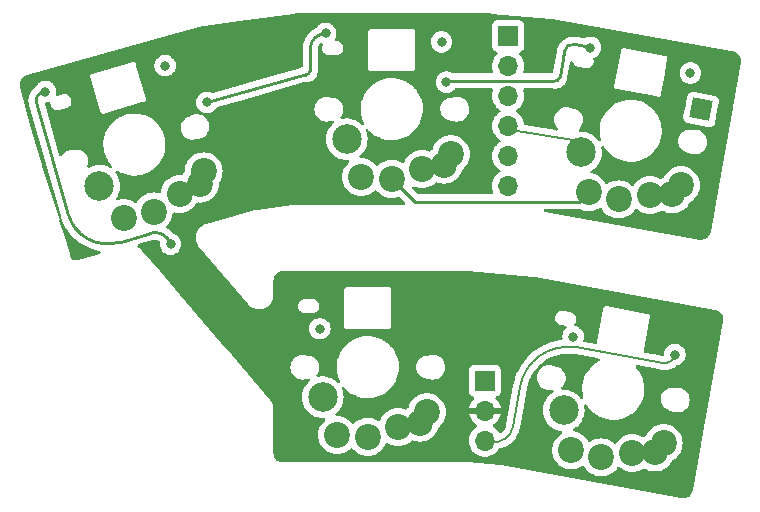
<source format=gbr>
%TF.GenerationSoftware,KiCad,Pcbnew,(6.99.0-4085-g6c752680d7)*%
%TF.CreationDate,2022-11-14T16:54:03+08:00*%
%TF.ProjectId,flex_thumbs_right,666c6578-5f74-4687-956d-62735f726967,rev?*%
%TF.SameCoordinates,Original*%
%TF.FileFunction,Copper,L4,Bot*%
%TF.FilePolarity,Positive*%
%FSLAX46Y46*%
G04 Gerber Fmt 4.6, Leading zero omitted, Abs format (unit mm)*
G04 Created by KiCad (PCBNEW (6.99.0-4085-g6c752680d7)) date 2022-11-14 16:54:03*
%MOMM*%
%LPD*%
G01*
G04 APERTURE LIST*
G04 Aperture macros list*
%AMRotRect*
0 Rectangle, with rotation*
0 The origin of the aperture is its center*
0 $1 length*
0 $2 width*
0 $3 Rotation angle, in degrees counterclockwise*
0 Add horizontal line*
21,1,$1,$2,0,0,$3*%
G04 Aperture macros list end*
%TA.AperFunction,ComponentPad*%
%ADD10C,2.500000*%
%TD*%
%TA.AperFunction,ComponentPad*%
%ADD11C,2.200000*%
%TD*%
%TA.AperFunction,ComponentPad*%
%ADD12R,1.700000X1.700000*%
%TD*%
%TA.AperFunction,ComponentPad*%
%ADD13O,1.700000X1.700000*%
%TD*%
%TA.AperFunction,ComponentPad*%
%ADD14RotRect,1.700000X1.700000X169.000000*%
%TD*%
%TA.AperFunction,ViaPad*%
%ADD15C,0.800000*%
%TD*%
%TA.AperFunction,ViaPad*%
%ADD16C,0.600000*%
%TD*%
%TA.AperFunction,Conductor*%
%ADD17C,0.250000*%
%TD*%
%TA.AperFunction,Conductor*%
%ADD18C,0.152400*%
%TD*%
G04 APERTURE END LIST*
D10*
%TO.P,SW9,1,1*%
%TO.N,row1*%
X107887334Y-102836702D03*
D11*
X108521541Y-106208049D03*
X111055994Y-106807256D03*
%TO.P,SW9,2,2*%
%TO.N,Net-(D9-A)*%
X113699797Y-106440780D03*
X115597526Y-106389538D03*
X116344694Y-105607400D03*
%TD*%
D10*
%TO.P,SW19,1,1*%
%TO.N,row1*%
X89525313Y-79864091D03*
D11*
X90735313Y-83074091D03*
X93335313Y-83224091D03*
%TO.P,SW19,2,2*%
%TO.N,Net-(D19-A)*%
X95875313Y-82404091D03*
X97735313Y-82024091D03*
X98335313Y-81124091D03*
%TD*%
D10*
%TO.P,SW14,1,1*%
%TO.N,row1*%
X68579822Y-83813068D03*
D11*
X70627744Y-86565197D03*
X73168370Y-85992729D03*
%TO.P,SW14,2,2*%
%TO.N,Net-(D14-A)*%
X75383952Y-84504376D03*
X77067157Y-83626411D03*
X77395840Y-82595893D03*
%TD*%
D12*
%TO.P,J1,1,Pin_1*%
%TO.N,col5*%
X103190504Y-71126487D03*
D13*
%TO.P,J1,2,Pin_2*%
%TO.N,col6*%
X103190504Y-73666487D03*
%TO.P,J1,3,Pin_3*%
%TO.N,col4*%
X103190504Y-76206487D03*
%TO.P,J1,4,Pin_4*%
%TO.N,row1*%
X103190504Y-78746487D03*
%TO.P,J1,5,Pin_5*%
%TO.N,col2*%
X103190504Y-81286487D03*
%TO.P,J1,6,Pin_6*%
%TO.N,col3*%
X103190504Y-83826487D03*
%TD*%
D10*
%TO.P,SW1,1,1*%
%TO.N,row1*%
X87493303Y-101708090D03*
D11*
X88703303Y-104918090D03*
X91303303Y-105068090D03*
%TO.P,SW1,2,2*%
%TO.N,Net-(D1-A)*%
X93843303Y-104248090D03*
X95703303Y-103868090D03*
X96303303Y-102968090D03*
%TD*%
D10*
%TO.P,SW5,1,1*%
%TO.N,row1*%
X109360530Y-80992697D03*
D11*
X109994737Y-84364044D03*
X112529190Y-84963251D03*
%TO.P,SW5,2,2*%
%TO.N,Net-(D5-A)*%
X115172993Y-84596775D03*
X117070722Y-84545533D03*
X117817890Y-83763395D03*
%TD*%
D12*
%TO.P,J2,1,Pin_1*%
%TO.N,Vcc*%
X101210124Y-100309689D03*
D13*
%TO.P,J2,2,Pin_2*%
%TO.N,Gnd*%
X101210124Y-102849689D03*
%TO.P,J2,3,Pin_3*%
%TO.N,Din*%
X101210124Y-105389689D03*
%TD*%
D14*
%TO.P,J3,1,Pin_1*%
%TO.N,Net-(D12-DOUT)*%
X119520923Y-77351807D03*
%TD*%
D15*
%TO.N,Vcc*%
X87239564Y-95920397D03*
X74135443Y-73643870D03*
X97551925Y-71629727D03*
X118608547Y-74258199D03*
X108688562Y-96580640D03*
%TO.N,Din*%
X117297389Y-98103888D03*
%TO.N,Gnd*%
X95749565Y-93480395D03*
X110140631Y-74714693D03*
D16*
X117319128Y-96137789D03*
D15*
X68159451Y-78561582D03*
X89311923Y-73409726D03*
%TO.N,Net-(D4-DOUT)*%
X74597633Y-88751727D03*
X63996195Y-75833445D03*
%TO.N,Net-(D10-DIN)*%
X77678190Y-76747593D03*
X87731923Y-70919728D03*
%TO.N,Net-(D10-DOUT)*%
X110153592Y-72107333D03*
X97951922Y-75039724D03*
%TD*%
D17*
%TO.N,row1*%
X95260772Y-85149543D02*
X109209241Y-85149548D01*
X109209241Y-85149548D02*
X109994730Y-84364054D01*
X93335316Y-83224084D02*
X95260772Y-85149543D01*
D18*
X108648285Y-79975509D02*
X103403536Y-79050716D01*
X109360490Y-80992690D02*
G75*
G03*
X108648285Y-79975509I-864690J152490D01*
G01*
X103190493Y-78746483D02*
G75*
G03*
X103403536Y-79050716I258607J-45617D01*
G01*
%TO.N,Din*%
X108954449Y-97506063D02*
X116301117Y-98801484D01*
X101210111Y-105389691D02*
X101750829Y-105485038D01*
X103591209Y-104196394D02*
X104181611Y-100848047D01*
X116301133Y-98801392D02*
G75*
G03*
X117297388Y-98103888I149367J846892D01*
G01*
X108954441Y-97506109D02*
G75*
G03*
X104181611Y-100848047I-715441J-4057391D01*
G01*
X101750833Y-105485014D02*
G75*
G03*
X103591209Y-104196394I275867J1564514D01*
G01*
D17*
%TO.N,Net-(D4-DOUT)*%
X63688593Y-75921647D02*
X63996195Y-75833445D01*
X65955275Y-86257254D02*
X63229226Y-76750369D01*
X70416179Y-88535933D02*
X70185470Y-88602082D01*
X72915455Y-87819276D02*
X70416179Y-88535933D01*
X65955311Y-86257244D02*
G75*
G03*
X70185470Y-88602081I3287489J942644D01*
G01*
X63688590Y-75921638D02*
G75*
G03*
X63229226Y-76750369I184710J-644062D01*
G01*
X74597617Y-88751732D02*
G75*
G03*
X72915455Y-87819277I-1307317J-374868D01*
G01*
%TO.N,Net-(D10-DIN)*%
X77678190Y-76747593D02*
X85829683Y-74410188D01*
X85829683Y-74410188D02*
X86071461Y-74410184D01*
X86421926Y-74059724D02*
X86421920Y-72229723D01*
X87731923Y-70919720D02*
G75*
G03*
X86421920Y-72229723I-23J-1309980D01*
G01*
X86071461Y-74410126D02*
G75*
G03*
X86421926Y-74059724I39J350426D01*
G01*
%TO.N,Net-(D10-DOUT)*%
X107031923Y-74949724D02*
X107080561Y-74958300D01*
X108821200Y-71831781D02*
X110121147Y-72060996D01*
X103661927Y-74939724D02*
X107021922Y-74939726D01*
X107545425Y-74632801D02*
X107929190Y-72456375D01*
X97951922Y-75039724D02*
X98051924Y-74939725D01*
X98051924Y-74939725D02*
X103661927Y-74939724D01*
X107080575Y-74958220D02*
G75*
G03*
X107545424Y-74632801I69725J395120D01*
G01*
X108821199Y-71831786D02*
G75*
G03*
X107929191Y-72456375I-133699J-758314D01*
G01*
X110153605Y-72107335D02*
G75*
G03*
X110121147Y-72060997I-39405J6935D01*
G01*
X107031874Y-74949724D02*
G75*
G03*
X107021922Y-74939726I-9974J24D01*
G01*
%TD*%
%TA.AperFunction,Conductor*%
%TO.N,Gnd*%
G36*
X101662980Y-69223673D02*
G01*
X101664252Y-69223692D01*
X101683650Y-69223979D01*
X101687349Y-69224088D01*
X101707121Y-69224962D01*
X101710782Y-69225177D01*
X101731181Y-69226682D01*
X101732914Y-69226823D01*
X101772026Y-69230288D01*
X101772031Y-69230288D01*
X101772099Y-69230294D01*
X101772122Y-69230287D01*
X106848896Y-69678895D01*
X106850748Y-69679072D01*
X106871452Y-69681210D01*
X106875119Y-69681644D01*
X106894760Y-69684256D01*
X106898401Y-69684794D01*
X106918697Y-69688101D01*
X106920480Y-69688406D01*
X122051730Y-72383702D01*
X122055476Y-72384429D01*
X122311311Y-72438180D01*
X122319527Y-72440199D01*
X122373491Y-72455397D01*
X122396480Y-72464384D01*
X122514051Y-72524234D01*
X122534839Y-72537530D01*
X122638469Y-72619160D01*
X122656273Y-72636264D01*
X122741989Y-72736542D01*
X122756113Y-72756790D01*
X122817716Y-72866681D01*
X122820614Y-72871851D01*
X122830521Y-72894474D01*
X122869197Y-73013331D01*
X122871337Y-73019906D01*
X122876641Y-73044028D01*
X122892204Y-73175014D01*
X122892700Y-73199708D01*
X122881870Y-73338132D01*
X122880301Y-73350401D01*
X122203946Y-77147320D01*
X122192460Y-77211802D01*
X121013426Y-83830913D01*
X120323815Y-87702339D01*
X120322239Y-87711184D01*
X120319473Y-87723246D01*
X120292808Y-87817921D01*
X120282025Y-87856204D01*
X120273031Y-87879207D01*
X120213188Y-87996760D01*
X120199881Y-88017566D01*
X120118257Y-88121187D01*
X120101151Y-88138992D01*
X120000874Y-88224708D01*
X119980630Y-88238829D01*
X119865559Y-88303337D01*
X119842943Y-88313241D01*
X119717507Y-88354059D01*
X119693386Y-88359363D01*
X119562399Y-88374928D01*
X119537707Y-88375424D01*
X119480557Y-88370955D01*
X119399487Y-88364614D01*
X119387229Y-88363047D01*
X106306911Y-86033093D01*
X106243354Y-86001456D01*
X106206991Y-85940479D01*
X106209368Y-85869522D01*
X106249729Y-85811114D01*
X106315261Y-85783799D01*
X106329008Y-85783047D01*
X109130476Y-85783048D01*
X109141659Y-85783575D01*
X109149152Y-85785250D01*
X109157078Y-85785001D01*
X109157080Y-85785001D01*
X109193799Y-85783847D01*
X109254955Y-85797516D01*
X109258025Y-85799080D01*
X109262235Y-85801660D01*
X109266799Y-85803550D01*
X109266802Y-85803552D01*
X109490586Y-85896246D01*
X109496146Y-85898549D01*
X109580769Y-85918865D01*
X109737521Y-85956498D01*
X109737527Y-85956499D01*
X109742334Y-85957653D01*
X109994737Y-85977518D01*
X110247140Y-85957653D01*
X110251947Y-85956499D01*
X110251953Y-85956498D01*
X110408705Y-85918865D01*
X110493328Y-85898549D01*
X110498888Y-85896246D01*
X110722665Y-85803555D01*
X110722671Y-85803552D01*
X110727239Y-85801660D01*
X110931858Y-85676269D01*
X111000392Y-85657731D01*
X111068068Y-85679187D01*
X111105125Y-85717866D01*
X111223862Y-85911627D01*
X111388292Y-86104149D01*
X111580814Y-86268579D01*
X111796688Y-86400867D01*
X111801258Y-86402760D01*
X111801262Y-86402762D01*
X112015061Y-86491320D01*
X112030599Y-86497756D01*
X112115222Y-86518072D01*
X112271974Y-86555705D01*
X112271980Y-86555706D01*
X112276787Y-86556860D01*
X112529190Y-86576725D01*
X112781593Y-86556860D01*
X112786400Y-86555706D01*
X112786406Y-86555705D01*
X112943158Y-86518072D01*
X113027781Y-86497756D01*
X113043319Y-86491320D01*
X113257118Y-86402762D01*
X113257122Y-86402760D01*
X113261692Y-86400867D01*
X113477566Y-86268579D01*
X113670088Y-86104149D01*
X113834518Y-85911627D01*
X113895292Y-85812453D01*
X113947939Y-85764823D01*
X114017980Y-85753216D01*
X114084554Y-85782478D01*
X114102162Y-85797516D01*
X114220858Y-85898893D01*
X114220862Y-85898896D01*
X114224617Y-85902103D01*
X114440491Y-86034391D01*
X114445061Y-86036284D01*
X114445065Y-86036286D01*
X114641042Y-86117462D01*
X114674402Y-86131280D01*
X114759025Y-86151596D01*
X114915777Y-86189229D01*
X114915783Y-86189230D01*
X114920590Y-86190384D01*
X115172993Y-86210249D01*
X115425396Y-86190384D01*
X115430203Y-86189230D01*
X115430209Y-86189229D01*
X115586961Y-86151596D01*
X115671584Y-86131280D01*
X115704944Y-86117462D01*
X115900921Y-86036286D01*
X115900925Y-86036284D01*
X115905495Y-86034391D01*
X115909715Y-86031805D01*
X115909725Y-86031800D01*
X116097832Y-85916527D01*
X116166365Y-85897988D01*
X116229502Y-85916527D01*
X116333990Y-85980558D01*
X116334000Y-85980563D01*
X116338220Y-85983149D01*
X116342790Y-85985042D01*
X116342794Y-85985044D01*
X116539703Y-86066606D01*
X116572131Y-86080038D01*
X116656754Y-86100354D01*
X116813506Y-86137987D01*
X116813512Y-86137988D01*
X116818319Y-86139142D01*
X117070722Y-86159007D01*
X117323125Y-86139142D01*
X117327932Y-86137988D01*
X117327938Y-86137987D01*
X117484690Y-86100354D01*
X117569313Y-86080038D01*
X117601741Y-86066606D01*
X117798650Y-85985044D01*
X117798654Y-85985042D01*
X117803224Y-85983149D01*
X118019098Y-85850861D01*
X118211620Y-85686431D01*
X118376050Y-85493909D01*
X118508338Y-85278035D01*
X118510231Y-85273465D01*
X118510235Y-85273457D01*
X118521122Y-85247172D01*
X118565670Y-85191891D01*
X118571696Y-85187956D01*
X118665999Y-85130167D01*
X118766266Y-85068723D01*
X118958788Y-84904293D01*
X119123218Y-84711771D01*
X119255506Y-84495897D01*
X119264047Y-84475279D01*
X119350501Y-84266559D01*
X119350502Y-84266557D01*
X119352395Y-84261986D01*
X119387305Y-84116575D01*
X119410344Y-84020611D01*
X119410345Y-84020605D01*
X119411499Y-84015798D01*
X119431364Y-83763395D01*
X119411499Y-83510992D01*
X119405877Y-83487571D01*
X119368361Y-83331307D01*
X119352395Y-83264804D01*
X119342206Y-83240205D01*
X119257401Y-83035467D01*
X119257399Y-83035463D01*
X119255506Y-83030893D01*
X119123218Y-82815019D01*
X118958788Y-82622497D01*
X118766266Y-82458067D01*
X118550392Y-82325779D01*
X118545822Y-82323886D01*
X118545818Y-82323884D01*
X118321054Y-82230784D01*
X118321052Y-82230783D01*
X118316481Y-82228890D01*
X118220249Y-82205787D01*
X118075106Y-82170941D01*
X118075100Y-82170940D01*
X118070293Y-82169786D01*
X117817890Y-82149921D01*
X117565487Y-82169786D01*
X117560680Y-82170940D01*
X117560674Y-82170941D01*
X117415531Y-82205787D01*
X117319299Y-82228890D01*
X117314728Y-82230783D01*
X117314726Y-82230784D01*
X117089962Y-82323884D01*
X117089958Y-82323886D01*
X117085388Y-82325779D01*
X116869514Y-82458067D01*
X116676992Y-82622497D01*
X116512562Y-82815019D01*
X116380274Y-83030893D01*
X116378381Y-83035463D01*
X116378377Y-83035471D01*
X116367490Y-83061756D01*
X116322942Y-83117037D01*
X116316916Y-83120971D01*
X116145883Y-83225781D01*
X116077350Y-83244320D01*
X116014213Y-83225781D01*
X115909725Y-83161750D01*
X115909714Y-83161744D01*
X115905495Y-83159159D01*
X115900925Y-83157266D01*
X115900921Y-83157264D01*
X115676157Y-83064164D01*
X115676155Y-83064163D01*
X115671584Y-83062270D01*
X115586961Y-83041954D01*
X115430209Y-83004321D01*
X115430203Y-83004320D01*
X115425396Y-83003166D01*
X115172993Y-82983301D01*
X114920590Y-83003166D01*
X114915783Y-83004320D01*
X114915777Y-83004321D01*
X114759025Y-83041954D01*
X114674402Y-83062270D01*
X114669831Y-83064163D01*
X114669829Y-83064164D01*
X114445065Y-83157264D01*
X114445061Y-83157266D01*
X114440491Y-83159159D01*
X114224617Y-83291447D01*
X114032095Y-83455877D01*
X113867665Y-83648399D01*
X113808657Y-83744692D01*
X113806892Y-83747572D01*
X113754244Y-83795203D01*
X113684203Y-83806810D01*
X113617628Y-83777548D01*
X113606830Y-83768325D01*
X113491196Y-83669564D01*
X113481325Y-83661133D01*
X113481321Y-83661130D01*
X113477566Y-83657923D01*
X113261692Y-83525635D01*
X113257122Y-83523742D01*
X113257118Y-83523740D01*
X113032354Y-83430640D01*
X113032352Y-83430639D01*
X113027781Y-83428746D01*
X112943158Y-83408430D01*
X112786406Y-83370797D01*
X112786400Y-83370796D01*
X112781593Y-83369642D01*
X112529190Y-83349777D01*
X112276787Y-83369642D01*
X112271980Y-83370796D01*
X112271974Y-83370797D01*
X112115222Y-83408430D01*
X112030599Y-83428746D01*
X112026028Y-83430639D01*
X112026026Y-83430640D01*
X111801262Y-83523740D01*
X111801258Y-83523742D01*
X111796688Y-83525635D01*
X111792468Y-83528221D01*
X111592069Y-83651026D01*
X111523535Y-83669564D01*
X111455859Y-83648108D01*
X111418801Y-83609428D01*
X111411223Y-83597061D01*
X111300065Y-83415668D01*
X111135635Y-83223146D01*
X110943113Y-83058716D01*
X110727239Y-82926428D01*
X110722669Y-82924535D01*
X110722665Y-82924533D01*
X110497901Y-82831433D01*
X110497899Y-82831432D01*
X110493328Y-82829539D01*
X110248614Y-82770789D01*
X110248612Y-82770788D01*
X110247140Y-82770435D01*
X110247214Y-82770126D01*
X110185323Y-82740787D01*
X110147795Y-82680520D01*
X110148807Y-82609530D01*
X110188039Y-82550357D01*
X110214516Y-82533227D01*
X110237998Y-82521919D01*
X110238001Y-82521917D01*
X110242246Y-82519873D01*
X110246148Y-82517213D01*
X110388342Y-82420266D01*
X110460011Y-82371403D01*
X110653216Y-82192135D01*
X110670752Y-82170146D01*
X110814610Y-81989754D01*
X110814613Y-81989750D01*
X110817545Y-81986073D01*
X110849928Y-81929985D01*
X110894941Y-81852019D01*
X110949326Y-81757821D01*
X111017817Y-81583309D01*
X111043893Y-81516870D01*
X111043893Y-81516868D01*
X111045617Y-81512477D01*
X111047648Y-81503577D01*
X111103215Y-81260124D01*
X111103215Y-81260122D01*
X111104265Y-81255523D01*
X111105020Y-81245455D01*
X111123609Y-80997394D01*
X111123961Y-80992697D01*
X111120058Y-80940611D01*
X111104618Y-80734576D01*
X111104617Y-80734571D01*
X111104265Y-80729871D01*
X111094733Y-80688108D01*
X111076814Y-80609598D01*
X111081156Y-80538735D01*
X111123121Y-80481468D01*
X111189385Y-80455980D01*
X111258910Y-80470363D01*
X111304688Y-80511962D01*
X111454538Y-80738109D01*
X111457062Y-80741055D01*
X111656542Y-80973888D01*
X111665255Y-80984058D01*
X111668119Y-80986669D01*
X111668124Y-80986674D01*
X111770790Y-81080266D01*
X111904598Y-81202248D01*
X112168940Y-81389372D01*
X112172350Y-81391203D01*
X112172353Y-81391205D01*
X112450867Y-81540764D01*
X112450874Y-81540767D01*
X112454274Y-81542593D01*
X112561187Y-81584011D01*
X112735993Y-81651731D01*
X112756274Y-81659588D01*
X112803990Y-81671589D01*
X113066592Y-81737637D01*
X113066599Y-81737638D01*
X113070363Y-81738585D01*
X113391779Y-81778385D01*
X113634601Y-81778385D01*
X113650960Y-81777376D01*
X113873102Y-81763675D01*
X113873109Y-81763674D01*
X113876970Y-81763436D01*
X114195326Y-81703925D01*
X114503956Y-81605743D01*
X114555737Y-81581920D01*
X114794659Y-81471999D01*
X114794667Y-81471995D01*
X114798181Y-81470378D01*
X114821863Y-81455715D01*
X115070233Y-81301931D01*
X115070235Y-81301930D01*
X115073542Y-81299882D01*
X115085120Y-81290565D01*
X115322840Y-81099273D01*
X115322844Y-81099270D01*
X115325863Y-81096840D01*
X115551320Y-80864329D01*
X115555887Y-80858282D01*
X115652858Y-80729871D01*
X115746496Y-80605875D01*
X115768459Y-80567835D01*
X115860088Y-80409128D01*
X115908431Y-80325395D01*
X115942818Y-80244153D01*
X116010317Y-80084681D01*
X117577265Y-80084681D01*
X117578232Y-80090993D01*
X117578232Y-80090995D01*
X117600511Y-80236426D01*
X117607307Y-80280791D01*
X117676212Y-80466838D01*
X117781157Y-80635207D01*
X117917846Y-80779004D01*
X117923085Y-80782651D01*
X117923088Y-80782653D01*
X118058097Y-80876622D01*
X118080683Y-80892342D01*
X118263002Y-80970581D01*
X118269257Y-80971866D01*
X118269259Y-80971867D01*
X118279094Y-80973888D01*
X118395439Y-80997797D01*
X118429467Y-81010094D01*
X118480483Y-81037363D01*
X118560749Y-81080267D01*
X118560751Y-81080268D01*
X118566203Y-81083182D01*
X118619249Y-81099273D01*
X118758297Y-81141453D01*
X118758303Y-81141454D01*
X118764223Y-81143250D01*
X118837337Y-81150451D01*
X118915469Y-81158147D01*
X118915476Y-81158147D01*
X118918549Y-81158450D01*
X119021765Y-81158450D01*
X119024838Y-81158147D01*
X119024845Y-81158147D01*
X119102977Y-81150451D01*
X119176091Y-81143250D01*
X119182011Y-81141454D01*
X119182017Y-81141453D01*
X119329086Y-81096840D01*
X119374111Y-81083182D01*
X119556607Y-80985635D01*
X119716567Y-80854360D01*
X119847842Y-80694400D01*
X119945389Y-80511904D01*
X119964404Y-80449220D01*
X120003660Y-80319810D01*
X120003661Y-80319804D01*
X120005457Y-80313884D01*
X120025740Y-80107950D01*
X120005457Y-79902016D01*
X120003661Y-79896096D01*
X120003660Y-79896090D01*
X119957996Y-79745557D01*
X119945389Y-79703996D01*
X119847842Y-79521500D01*
X119716567Y-79361540D01*
X119556607Y-79230265D01*
X119374111Y-79132718D01*
X119325033Y-79117831D01*
X119182017Y-79074447D01*
X119182011Y-79074446D01*
X119176091Y-79072650D01*
X119102977Y-79065449D01*
X119024845Y-79057753D01*
X119024838Y-79057753D01*
X119021765Y-79057450D01*
X118918549Y-79057450D01*
X118915476Y-79057753D01*
X118915469Y-79057753D01*
X118823739Y-79066788D01*
X118764223Y-79072650D01*
X118764207Y-79072488D01*
X118718144Y-79072343D01*
X118676296Y-79063743D01*
X118661995Y-79060804D01*
X118661993Y-79060804D01*
X118655736Y-79059518D01*
X118507064Y-79059518D01*
X118359158Y-79074559D01*
X118169859Y-79133951D01*
X117996391Y-79230234D01*
X117845855Y-79359465D01*
X117841946Y-79364515D01*
X117841945Y-79364516D01*
X117728325Y-79511300D01*
X117728323Y-79511304D01*
X117724415Y-79516352D01*
X117637042Y-79694474D01*
X117635441Y-79700656D01*
X117635441Y-79700657D01*
X117590814Y-79873018D01*
X117587313Y-79886538D01*
X117586990Y-79892912D01*
X117586989Y-79892917D01*
X117582221Y-79986949D01*
X117577265Y-80084681D01*
X116010317Y-80084681D01*
X116033158Y-80030717D01*
X116033161Y-80030709D01*
X116034671Y-80027141D01*
X116123303Y-79715634D01*
X116125957Y-79698541D01*
X116172386Y-79399435D01*
X116172982Y-79395596D01*
X116174095Y-79359465D01*
X116182836Y-79075753D01*
X116182836Y-79075747D01*
X116182955Y-79071879D01*
X116153072Y-78749390D01*
X116116619Y-78582937D01*
X116084616Y-78436807D01*
X116084615Y-78436804D01*
X116083786Y-78433018D01*
X116055549Y-78352887D01*
X115977436Y-78131218D01*
X115977434Y-78131214D01*
X115976146Y-78127558D01*
X115972594Y-78120423D01*
X115930264Y-78035414D01*
X118010751Y-78035414D01*
X118012046Y-78043190D01*
X118012046Y-78043193D01*
X118024214Y-78116263D01*
X118034770Y-78179650D01*
X118038694Y-78187760D01*
X118038695Y-78187764D01*
X118092669Y-78299323D01*
X118098453Y-78311277D01*
X118153273Y-78371774D01*
X118190587Y-78412952D01*
X118190589Y-78412954D01*
X118196639Y-78419630D01*
X118204323Y-78424331D01*
X118204325Y-78424332D01*
X118314652Y-78491821D01*
X118314656Y-78491823D01*
X118321375Y-78495933D01*
X118328906Y-78498255D01*
X118376364Y-78512888D01*
X118376368Y-78512889D01*
X118379582Y-78513880D01*
X119174553Y-78668407D01*
X120140523Y-78856173D01*
X120140526Y-78856173D01*
X120143837Y-78856817D01*
X120147197Y-78857103D01*
X120147205Y-78857104D01*
X120172724Y-78859275D01*
X120204530Y-78861981D01*
X120212306Y-78860686D01*
X120212309Y-78860686D01*
X120339872Y-78839443D01*
X120339871Y-78839443D01*
X120348766Y-78837962D01*
X120356876Y-78834038D01*
X120356880Y-78834037D01*
X120472279Y-78778205D01*
X120472281Y-78778204D01*
X120480393Y-78774279D01*
X120540890Y-78719459D01*
X120582068Y-78682145D01*
X120582070Y-78682143D01*
X120588746Y-78676093D01*
X120597702Y-78661452D01*
X120660937Y-78558080D01*
X120660939Y-78558076D01*
X120665049Y-78551357D01*
X120682996Y-78493150D01*
X120893363Y-77410908D01*
X121025289Y-76732209D01*
X121025289Y-76732206D01*
X121025933Y-76728895D01*
X121027163Y-76714447D01*
X121029656Y-76685137D01*
X121031097Y-76668202D01*
X121029018Y-76655713D01*
X121008559Y-76532860D01*
X121007078Y-76523966D01*
X121003154Y-76515856D01*
X121003153Y-76515852D01*
X120947321Y-76400453D01*
X120947320Y-76400451D01*
X120943395Y-76392339D01*
X120861917Y-76302424D01*
X120851261Y-76290664D01*
X120851259Y-76290662D01*
X120845209Y-76283986D01*
X120837525Y-76279285D01*
X120837523Y-76279284D01*
X120727196Y-76211795D01*
X120727192Y-76211793D01*
X120720473Y-76207683D01*
X120699768Y-76201299D01*
X120665484Y-76190728D01*
X120665480Y-76190727D01*
X120662266Y-76189736D01*
X119419797Y-75948224D01*
X118901325Y-75847443D01*
X118901322Y-75847443D01*
X118898011Y-75846799D01*
X118894651Y-75846513D01*
X118894643Y-75846512D01*
X118869124Y-75844341D01*
X118837318Y-75841635D01*
X118829542Y-75842930D01*
X118829539Y-75842930D01*
X118722983Y-75860675D01*
X118693082Y-75865654D01*
X118684972Y-75869578D01*
X118684968Y-75869579D01*
X118569569Y-75925411D01*
X118569567Y-75925412D01*
X118561455Y-75929337D01*
X118534470Y-75953790D01*
X118459780Y-76021471D01*
X118459778Y-76021473D01*
X118453102Y-76027523D01*
X118448401Y-76035207D01*
X118448400Y-76035209D01*
X118380911Y-76145536D01*
X118380909Y-76145540D01*
X118376799Y-76152259D01*
X118374477Y-76159790D01*
X118360079Y-76206488D01*
X118358852Y-76210466D01*
X118205595Y-76998902D01*
X118024313Y-77931519D01*
X118015915Y-77974721D01*
X118015629Y-77978081D01*
X118015628Y-77978089D01*
X118013930Y-77998051D01*
X118010751Y-78035414D01*
X115930264Y-78035414D01*
X115833512Y-77841110D01*
X115833511Y-77841108D01*
X115831784Y-77837640D01*
X115711487Y-77656093D01*
X115655033Y-77570894D01*
X115655027Y-77570886D01*
X115652890Y-77567661D01*
X115617853Y-77526766D01*
X115444700Y-77324661D01*
X115444696Y-77324657D01*
X115442173Y-77321712D01*
X115439309Y-77319101D01*
X115439304Y-77319096D01*
X115226250Y-77124872D01*
X115202830Y-77103522D01*
X114938488Y-76916398D01*
X114912933Y-76902675D01*
X114656561Y-76765006D01*
X114656554Y-76765003D01*
X114653154Y-76763177D01*
X114420225Y-76672940D01*
X114354776Y-76647585D01*
X114354774Y-76647584D01*
X114351154Y-76646182D01*
X114174872Y-76601845D01*
X114040836Y-76568133D01*
X114040829Y-76568132D01*
X114037065Y-76567185D01*
X113715649Y-76527385D01*
X113472827Y-76527385D01*
X113459390Y-76528214D01*
X113234326Y-76542095D01*
X113234319Y-76542096D01*
X113230458Y-76542334D01*
X112912102Y-76601845D01*
X112603472Y-76700027D01*
X112599950Y-76701647D01*
X112599951Y-76701647D01*
X112312769Y-76833771D01*
X112312761Y-76833775D01*
X112309247Y-76835392D01*
X112305946Y-76837436D01*
X112305944Y-76837437D01*
X112045636Y-76998613D01*
X112033886Y-77005888D01*
X112030855Y-77008327D01*
X111785757Y-77205557D01*
X111781565Y-77208930D01*
X111556108Y-77441441D01*
X111553773Y-77444533D01*
X111548580Y-77451410D01*
X111360932Y-77699895D01*
X111358991Y-77703257D01*
X111358989Y-77703260D01*
X111342759Y-77731371D01*
X111198997Y-77980375D01*
X111188220Y-78005837D01*
X111074270Y-78275053D01*
X111074267Y-78275061D01*
X111072757Y-78278629D01*
X110984125Y-78590136D01*
X110983530Y-78593970D01*
X110983529Y-78593974D01*
X110955628Y-78773716D01*
X110934446Y-78910174D01*
X110934326Y-78914055D01*
X110934326Y-78914060D01*
X110924675Y-79227349D01*
X110924473Y-79233891D01*
X110954356Y-79556380D01*
X110988831Y-79713799D01*
X111023642Y-79872752D01*
X111022425Y-79873018D01*
X111021866Y-79938753D01*
X110982976Y-79998151D01*
X110918146Y-80027093D01*
X110847961Y-80016392D01*
X110802765Y-79980788D01*
X110777887Y-79949591D01*
X110682030Y-79829391D01*
X110656151Y-79796939D01*
X110656149Y-79796937D01*
X110653216Y-79793259D01*
X110460011Y-79613991D01*
X110253417Y-79473137D01*
X110246142Y-79468177D01*
X110246140Y-79468176D01*
X110242246Y-79465521D01*
X110123515Y-79408343D01*
X110009033Y-79353211D01*
X110009031Y-79353210D01*
X110004784Y-79351165D01*
X109752930Y-79273479D01*
X109748280Y-79272778D01*
X109748275Y-79272777D01*
X109636953Y-79255998D01*
X109492311Y-79234197D01*
X109266429Y-79234197D01*
X109198308Y-79214195D01*
X109151815Y-79160539D01*
X109141711Y-79090265D01*
X109171205Y-79025685D01*
X109184356Y-79012594D01*
X109210648Y-78990022D01*
X109261573Y-78946305D01*
X109289541Y-78910174D01*
X109379103Y-78794470D01*
X109379105Y-78794466D01*
X109383013Y-78789418D01*
X109470386Y-78611296D01*
X109471987Y-78605113D01*
X109518515Y-78425413D01*
X109518516Y-78425409D01*
X109520115Y-78419232D01*
X109520438Y-78412858D01*
X109520439Y-78412853D01*
X109526247Y-78298304D01*
X109530163Y-78221089D01*
X109527205Y-78201776D01*
X109501088Y-78031291D01*
X109501088Y-78031290D01*
X109500121Y-78024979D01*
X109431216Y-77838932D01*
X109326271Y-77670563D01*
X109189582Y-77526766D01*
X109184343Y-77523119D01*
X109184340Y-77523117D01*
X109031992Y-77417080D01*
X109026745Y-77413428D01*
X108844426Y-77335189D01*
X108838171Y-77333904D01*
X108838169Y-77333903D01*
X108793195Y-77324661D01*
X108711989Y-77307973D01*
X108677961Y-77295676D01*
X108557015Y-77231028D01*
X108546679Y-77225503D01*
X108546677Y-77225502D01*
X108541225Y-77222588D01*
X108452671Y-77195726D01*
X108349131Y-77164317D01*
X108349125Y-77164316D01*
X108343205Y-77162520D01*
X108270091Y-77155319D01*
X108191959Y-77147623D01*
X108191952Y-77147623D01*
X108188879Y-77147320D01*
X108085663Y-77147320D01*
X108082590Y-77147623D01*
X108082583Y-77147623D01*
X108004451Y-77155319D01*
X107931337Y-77162520D01*
X107925417Y-77164316D01*
X107925411Y-77164317D01*
X107782395Y-77207701D01*
X107733317Y-77222588D01*
X107550821Y-77320135D01*
X107390861Y-77451410D01*
X107259586Y-77611370D01*
X107162039Y-77793866D01*
X107149741Y-77834407D01*
X107103768Y-77985960D01*
X107103767Y-77985966D01*
X107101971Y-77991886D01*
X107081688Y-78197820D01*
X107101971Y-78403754D01*
X107103767Y-78409674D01*
X107103768Y-78409680D01*
X107139452Y-78527315D01*
X107162039Y-78601774D01*
X107259586Y-78784270D01*
X107319359Y-78857104D01*
X107382023Y-78933461D01*
X107409776Y-78998808D01*
X107397794Y-79068786D01*
X107349881Y-79121178D01*
X107281249Y-79139349D01*
X107262743Y-79137480D01*
X107242729Y-79133951D01*
X104642039Y-78675378D01*
X104578427Y-78643851D01*
X104541957Y-78582937D01*
X104538349Y-78561699D01*
X104536868Y-78543826D01*
X104535069Y-78522120D01*
X104527710Y-78493061D01*
X104481083Y-78308934D01*
X104481083Y-78308933D01*
X104479801Y-78303872D01*
X104433283Y-78197820D01*
X104391459Y-78102470D01*
X104391457Y-78102466D01*
X104389365Y-78097697D01*
X104382401Y-78087037D01*
X104282028Y-77933406D01*
X104266227Y-77909220D01*
X104262702Y-77905391D01*
X104262699Y-77905387D01*
X104155013Y-77788411D01*
X104113745Y-77743582D01*
X104100792Y-77733500D01*
X103940194Y-77608500D01*
X103940192Y-77608498D01*
X103936081Y-77605299D01*
X103902825Y-77587302D01*
X103852434Y-77537289D01*
X103837082Y-77467972D01*
X103861642Y-77401359D01*
X103902825Y-77365674D01*
X103931500Y-77350156D01*
X103936081Y-77347677D01*
X103952126Y-77335189D01*
X104109626Y-77212600D01*
X104113745Y-77209394D01*
X104196822Y-77119149D01*
X104262699Y-77047589D01*
X104262702Y-77047585D01*
X104266227Y-77043756D01*
X104344173Y-76924451D01*
X104386513Y-76859645D01*
X104386515Y-76859641D01*
X104389365Y-76855279D01*
X104391504Y-76850404D01*
X104462205Y-76689220D01*
X104479801Y-76649104D01*
X104506900Y-76542095D01*
X104533788Y-76435915D01*
X104533788Y-76435914D01*
X104535069Y-76430856D01*
X104535877Y-76421112D01*
X104552842Y-76216367D01*
X104553661Y-76206488D01*
X104549791Y-76159790D01*
X104535500Y-75987316D01*
X104535499Y-75987311D01*
X104535069Y-75982120D01*
X104525432Y-75944063D01*
X104481083Y-75768934D01*
X104481083Y-75768933D01*
X104479801Y-75763872D01*
X104477706Y-75759096D01*
X104477702Y-75759084D01*
X104473645Y-75749835D01*
X104464599Y-75679417D01*
X104495061Y-75615288D01*
X104555358Y-75577807D01*
X104589032Y-75573224D01*
X106814616Y-75573226D01*
X106904340Y-75573226D01*
X106919825Y-75574181D01*
X106934716Y-75576025D01*
X106941113Y-75576985D01*
X106969551Y-75582000D01*
X106969623Y-75582012D01*
X106970471Y-75582161D01*
X106980632Y-75583953D01*
X107008637Y-75588891D01*
X107008652Y-75588893D01*
X107009808Y-75589097D01*
X107010203Y-75589117D01*
X107011020Y-75589234D01*
X107059638Y-75597813D01*
X107065135Y-75597814D01*
X107065138Y-75597814D01*
X107150273Y-75597825D01*
X107240699Y-75597836D01*
X107419012Y-75566416D01*
X107589160Y-75504509D01*
X107678434Y-75452980D01*
X112174746Y-75452980D01*
X112178591Y-75466644D01*
X112178851Y-75471862D01*
X112180054Y-75479218D01*
X112181469Y-75484248D01*
X112182177Y-75498429D01*
X112188969Y-75510901D01*
X112190381Y-75515919D01*
X112193195Y-75522836D01*
X112195692Y-75527420D01*
X112199536Y-75541084D01*
X112208929Y-75551728D01*
X112211423Y-75556308D01*
X112215712Y-75562433D01*
X112219160Y-75566340D01*
X112225950Y-75578808D01*
X112237475Y-75587094D01*
X112240936Y-75591016D01*
X112246460Y-75596014D01*
X112250702Y-75599064D01*
X112260096Y-75609709D01*
X112273178Y-75615223D01*
X112277417Y-75618271D01*
X112283919Y-75621917D01*
X112288734Y-75623947D01*
X112300263Y-75632236D01*
X112364238Y-75643517D01*
X112390398Y-75648130D01*
X112390403Y-75648131D01*
X115703377Y-76232298D01*
X115912885Y-76269240D01*
X115912886Y-76269240D01*
X115935706Y-76273264D01*
X115949370Y-76269419D01*
X115954588Y-76269159D01*
X115961944Y-76267956D01*
X115966974Y-76266541D01*
X115981155Y-76265833D01*
X115993627Y-76259041D01*
X115998645Y-76257629D01*
X116005562Y-76254815D01*
X116010146Y-76252318D01*
X116023810Y-76248474D01*
X116034454Y-76239081D01*
X116039034Y-76236587D01*
X116045159Y-76232298D01*
X116049066Y-76228850D01*
X116061534Y-76222060D01*
X116069820Y-76210535D01*
X116073742Y-76207074D01*
X116078740Y-76201550D01*
X116081790Y-76197308D01*
X116092435Y-76187914D01*
X116097949Y-76174832D01*
X116100997Y-76170593D01*
X116104642Y-76164093D01*
X116106672Y-76159277D01*
X116114962Y-76147747D01*
X116130855Y-76057612D01*
X116448141Y-74258199D01*
X117695043Y-74258199D01*
X117695733Y-74264764D01*
X117700486Y-74309982D01*
X117715005Y-74448127D01*
X117774020Y-74629755D01*
X117777323Y-74635477D01*
X117777324Y-74635478D01*
X117795566Y-74667074D01*
X117869507Y-74795143D01*
X117873925Y-74800050D01*
X117873926Y-74800051D01*
X117907351Y-74837173D01*
X117997294Y-74937065D01*
X118092998Y-75006598D01*
X118144045Y-75043686D01*
X118151795Y-75049317D01*
X118157823Y-75052001D01*
X118157825Y-75052002D01*
X118233672Y-75085771D01*
X118326259Y-75126993D01*
X118410650Y-75144931D01*
X118506603Y-75165327D01*
X118506608Y-75165327D01*
X118513060Y-75166699D01*
X118704034Y-75166699D01*
X118710486Y-75165327D01*
X118710491Y-75165327D01*
X118806444Y-75144931D01*
X118890835Y-75126993D01*
X118983422Y-75085771D01*
X119059269Y-75052002D01*
X119059271Y-75052001D01*
X119065299Y-75049317D01*
X119073050Y-75043686D01*
X119124096Y-75006598D01*
X119219800Y-74937065D01*
X119309743Y-74837173D01*
X119343168Y-74800051D01*
X119343169Y-74800050D01*
X119347587Y-74795143D01*
X119421528Y-74667074D01*
X119439770Y-74635478D01*
X119439771Y-74635477D01*
X119443074Y-74629755D01*
X119502089Y-74448127D01*
X119516609Y-74309982D01*
X119521361Y-74264764D01*
X119522051Y-74258199D01*
X119519357Y-74232566D01*
X119502779Y-74074834D01*
X119502779Y-74074832D01*
X119502089Y-74068271D01*
X119443074Y-73886643D01*
X119432516Y-73868355D01*
X119379880Y-73777188D01*
X119347587Y-73721255D01*
X119337206Y-73709725D01*
X119224222Y-73584244D01*
X119224221Y-73584243D01*
X119219800Y-73579333D01*
X119065299Y-73467081D01*
X119059271Y-73464397D01*
X119059269Y-73464396D01*
X118896866Y-73392090D01*
X118896865Y-73392090D01*
X118890835Y-73389405D01*
X118789879Y-73367946D01*
X118710491Y-73351071D01*
X118710486Y-73351071D01*
X118704034Y-73349699D01*
X118513060Y-73349699D01*
X118506608Y-73351071D01*
X118506603Y-73351071D01*
X118427215Y-73367946D01*
X118326259Y-73389405D01*
X118320229Y-73392090D01*
X118320228Y-73392090D01*
X118157825Y-73464396D01*
X118157823Y-73464397D01*
X118151795Y-73467081D01*
X117997294Y-73579333D01*
X117992873Y-73584243D01*
X117992872Y-73584244D01*
X117879889Y-73709725D01*
X117869507Y-73721255D01*
X117837214Y-73777188D01*
X117784579Y-73868355D01*
X117774020Y-73886643D01*
X117715005Y-74068271D01*
X117714315Y-74074832D01*
X117714315Y-74074834D01*
X117697737Y-74232566D01*
X117695043Y-74258199D01*
X116448141Y-74258199D01*
X116665142Y-73027529D01*
X116665142Y-73027525D01*
X116669165Y-73004708D01*
X116665320Y-72991041D01*
X116665059Y-72985823D01*
X116663856Y-72978465D01*
X116662443Y-72973441D01*
X116661735Y-72959259D01*
X116654945Y-72946790D01*
X116653532Y-72941768D01*
X116650719Y-72934855D01*
X116648221Y-72930267D01*
X116644376Y-72916604D01*
X116634983Y-72905960D01*
X116632484Y-72901372D01*
X116628207Y-72895264D01*
X116624752Y-72891349D01*
X116617962Y-72878880D01*
X116606436Y-72870593D01*
X116602984Y-72866681D01*
X116597446Y-72861670D01*
X116593210Y-72858624D01*
X116583815Y-72847979D01*
X116570735Y-72842465D01*
X116566501Y-72839421D01*
X116559978Y-72835763D01*
X116555174Y-72833738D01*
X116543649Y-72825452D01*
X116529673Y-72822988D01*
X116529672Y-72822987D01*
X116453514Y-72809558D01*
X116453509Y-72809557D01*
X112931027Y-72188448D01*
X112931026Y-72188448D01*
X112908206Y-72184424D01*
X112894542Y-72188269D01*
X112889324Y-72188529D01*
X112881968Y-72189732D01*
X112876938Y-72191147D01*
X112862757Y-72191855D01*
X112850285Y-72198647D01*
X112845267Y-72200059D01*
X112838350Y-72202873D01*
X112833766Y-72205370D01*
X112820102Y-72209214D01*
X112809458Y-72218607D01*
X112804878Y-72221101D01*
X112798753Y-72225390D01*
X112794846Y-72228838D01*
X112782378Y-72235628D01*
X112774092Y-72247153D01*
X112770170Y-72250614D01*
X112765172Y-72256138D01*
X112762122Y-72260380D01*
X112751477Y-72269774D01*
X112745963Y-72282856D01*
X112742915Y-72287095D01*
X112739269Y-72293597D01*
X112737239Y-72298412D01*
X112728950Y-72309941D01*
X112713056Y-72400076D01*
X112713056Y-72400078D01*
X112179207Y-75427681D01*
X112174746Y-75452980D01*
X107678434Y-75452980D01*
X107745973Y-75413996D01*
X107865367Y-75313833D01*
X107880472Y-75301161D01*
X107880475Y-75301158D01*
X107884684Y-75297627D01*
X108001081Y-75158937D01*
X108062832Y-75052002D01*
X108088874Y-75006905D01*
X108088876Y-75006901D01*
X108091624Y-75002142D01*
X108153564Y-74832006D01*
X108154520Y-74826588D01*
X108155389Y-74821663D01*
X108155394Y-74821641D01*
X108155403Y-74821622D01*
X108166593Y-74758161D01*
X108169290Y-74742866D01*
X108169294Y-74742847D01*
X108174506Y-74713301D01*
X108182656Y-74667102D01*
X108182654Y-74667080D01*
X108182657Y-74667059D01*
X108411437Y-73369593D01*
X108442965Y-73305981D01*
X108503879Y-73269511D01*
X108574839Y-73271764D01*
X108633318Y-73312023D01*
X108653006Y-73352760D01*
X108654755Y-73352124D01*
X108657578Y-73359879D01*
X108659366Y-73367946D01*
X108732376Y-73508196D01*
X108737953Y-73514282D01*
X108737955Y-73514285D01*
X108833621Y-73618685D01*
X108839197Y-73624770D01*
X108846156Y-73629203D01*
X108846159Y-73629206D01*
X108903574Y-73665783D01*
X108972549Y-73709725D01*
X109085483Y-73745332D01*
X109753893Y-73863190D01*
X109758005Y-73863370D01*
X109758009Y-73863370D01*
X109863945Y-73867995D01*
X109863946Y-73867995D01*
X109872194Y-73868355D01*
X109880254Y-73866568D01*
X109880256Y-73866568D01*
X109966539Y-73847439D01*
X110026561Y-73834133D01*
X110039812Y-73827235D01*
X110159484Y-73764937D01*
X110159486Y-73764936D01*
X110166810Y-73761123D01*
X110210319Y-73721255D01*
X110227743Y-73705288D01*
X110283385Y-73654302D01*
X110368340Y-73520950D01*
X110389712Y-73453165D01*
X110413403Y-73378027D01*
X110413404Y-73378023D01*
X110415885Y-73370153D01*
X110422782Y-73212189D01*
X110398608Y-73103149D01*
X110403391Y-73032314D01*
X110445712Y-72975309D01*
X110470373Y-72960770D01*
X110604311Y-72901138D01*
X110604318Y-72901134D01*
X110610344Y-72898451D01*
X110632057Y-72882676D01*
X110710818Y-72825452D01*
X110764845Y-72786199D01*
X110843695Y-72698627D01*
X110888213Y-72649185D01*
X110888214Y-72649184D01*
X110892632Y-72644277D01*
X110975992Y-72499893D01*
X110984815Y-72484612D01*
X110984816Y-72484611D01*
X110988119Y-72478889D01*
X111047134Y-72297261D01*
X111048203Y-72287095D01*
X111066406Y-72113898D01*
X111067096Y-72107333D01*
X111058372Y-72024332D01*
X111047824Y-71923968D01*
X111047824Y-71923966D01*
X111047134Y-71917405D01*
X110988119Y-71735777D01*
X110892632Y-71570389D01*
X110764845Y-71428467D01*
X110610344Y-71316215D01*
X110604316Y-71313531D01*
X110604314Y-71313530D01*
X110441911Y-71241224D01*
X110441910Y-71241224D01*
X110435880Y-71238539D01*
X110313316Y-71212487D01*
X110255536Y-71200205D01*
X110255531Y-71200205D01*
X110249079Y-71198833D01*
X110058105Y-71198833D01*
X110051653Y-71200205D01*
X110051648Y-71200205D01*
X109993868Y-71212487D01*
X109871304Y-71238539D01*
X109865274Y-71241224D01*
X109865273Y-71241224D01*
X109702871Y-71313530D01*
X109696840Y-71316215D01*
X109696439Y-71315315D01*
X109633203Y-71330656D01*
X109617320Y-71328885D01*
X109006955Y-71221261D01*
X109006949Y-71221259D01*
X109006921Y-71221254D01*
X108957195Y-71212487D01*
X108957194Y-71212487D01*
X108892048Y-71201000D01*
X108892037Y-71200998D01*
X108891955Y-71200984D01*
X108891927Y-71200983D01*
X108891857Y-71200973D01*
X108837096Y-71191318D01*
X108822417Y-71188730D01*
X108708949Y-71186751D01*
X108606485Y-71184963D01*
X108606481Y-71184963D01*
X108601538Y-71184877D01*
X108596645Y-71185565D01*
X108596640Y-71185565D01*
X108387675Y-71214935D01*
X108387670Y-71214936D01*
X108382776Y-71215624D01*
X108299043Y-71241224D01*
X108176249Y-71278766D01*
X108176246Y-71278767D01*
X108171517Y-71280213D01*
X108167072Y-71282381D01*
X107977418Y-71374882D01*
X107977412Y-71374886D01*
X107972962Y-71377056D01*
X107892525Y-71433378D01*
X107797474Y-71499933D01*
X107792001Y-71503765D01*
X107788439Y-71507205D01*
X107641030Y-71649555D01*
X107633089Y-71657223D01*
X107630114Y-71661171D01*
X107515632Y-71813092D01*
X107500139Y-71833651D01*
X107497819Y-71838015D01*
X107497816Y-71838019D01*
X107458943Y-71911127D01*
X107396425Y-72028704D01*
X107394814Y-72033384D01*
X107394813Y-72033385D01*
X107327142Y-72229906D01*
X107324499Y-72237580D01*
X107319214Y-72267549D01*
X107319212Y-72267554D01*
X107319208Y-72267577D01*
X107305319Y-72346346D01*
X107305316Y-72346357D01*
X107291958Y-72422109D01*
X107291958Y-72422115D01*
X106989100Y-74139700D01*
X106978096Y-74202106D01*
X106946568Y-74265718D01*
X106885655Y-74302188D01*
X106854011Y-74306226D01*
X106123189Y-74306225D01*
X104586194Y-74306224D01*
X104518073Y-74286222D01*
X104471580Y-74232566D01*
X104461477Y-74162292D01*
X104470806Y-74129611D01*
X104477705Y-74113882D01*
X104479801Y-74109104D01*
X104496213Y-74044297D01*
X104533788Y-73895915D01*
X104533788Y-73895914D01*
X104535069Y-73890856D01*
X104535893Y-73880920D01*
X104553231Y-73671677D01*
X104553661Y-73666488D01*
X104540949Y-73513077D01*
X104535500Y-73447316D01*
X104535499Y-73447311D01*
X104535069Y-73442120D01*
X104519062Y-73378909D01*
X104481083Y-73228934D01*
X104481083Y-73228933D01*
X104479801Y-73223872D01*
X104428504Y-73106926D01*
X104391459Y-73022470D01*
X104391457Y-73022466D01*
X104389365Y-73017697D01*
X104366309Y-72982406D01*
X104269078Y-72833584D01*
X104266227Y-72829220D01*
X104262702Y-72825391D01*
X104262699Y-72825387D01*
X104123030Y-72673668D01*
X104091609Y-72610003D01*
X104099596Y-72539457D01*
X104144454Y-72484428D01*
X104171696Y-72470275D01*
X104286709Y-72427377D01*
X104300620Y-72416964D01*
X104396555Y-72345147D01*
X104403766Y-72339749D01*
X104428562Y-72306626D01*
X104485994Y-72229906D01*
X104485995Y-72229904D01*
X104491394Y-72222692D01*
X104542494Y-72085689D01*
X104549005Y-72025126D01*
X104549005Y-70227850D01*
X104542494Y-70167287D01*
X104491394Y-70030284D01*
X104403766Y-69913227D01*
X104370429Y-69888271D01*
X104293923Y-69830999D01*
X104293921Y-69830998D01*
X104286709Y-69825599D01*
X104149706Y-69774499D01*
X104112800Y-69770531D01*
X104092493Y-69768348D01*
X104092490Y-69768348D01*
X104089143Y-69767988D01*
X102291867Y-69767988D01*
X102288520Y-69768348D01*
X102288517Y-69768348D01*
X102268210Y-69770531D01*
X102231304Y-69774499D01*
X102094301Y-69825599D01*
X102087089Y-69830998D01*
X102087087Y-69830999D01*
X102010581Y-69888271D01*
X101977244Y-69913227D01*
X101889616Y-70030284D01*
X101838516Y-70167287D01*
X101832005Y-70227850D01*
X101832005Y-72025126D01*
X101838516Y-72085689D01*
X101889616Y-72222692D01*
X101895015Y-72229904D01*
X101895016Y-72229906D01*
X101952448Y-72306626D01*
X101977244Y-72339749D01*
X101984455Y-72345147D01*
X102080391Y-72416964D01*
X102094301Y-72427377D01*
X102209313Y-72470275D01*
X102266147Y-72512821D01*
X102290958Y-72579341D01*
X102275866Y-72648715D01*
X102257980Y-72673668D01*
X102118311Y-72825387D01*
X102118308Y-72825391D01*
X102114783Y-72829220D01*
X102111932Y-72833584D01*
X102014702Y-72982406D01*
X101991645Y-73017697D01*
X101989553Y-73022466D01*
X101989551Y-73022470D01*
X101952506Y-73106926D01*
X101901209Y-73223872D01*
X101899927Y-73228933D01*
X101899927Y-73228934D01*
X101861948Y-73378909D01*
X101845941Y-73442120D01*
X101845511Y-73447311D01*
X101845510Y-73447316D01*
X101840061Y-73513077D01*
X101827349Y-73666488D01*
X101827779Y-73671677D01*
X101845118Y-73880920D01*
X101845941Y-73890856D01*
X101847222Y-73895914D01*
X101847222Y-73895915D01*
X101884798Y-74044297D01*
X101901209Y-74109104D01*
X101903305Y-74113882D01*
X101910204Y-74129611D01*
X101919250Y-74200029D01*
X101888789Y-74264159D01*
X101828492Y-74301640D01*
X101794816Y-74306224D01*
X99100808Y-74306225D01*
X98528919Y-74306225D01*
X98460798Y-74286223D01*
X98454858Y-74282161D01*
X98414016Y-74252487D01*
X98414014Y-74252486D01*
X98408674Y-74248606D01*
X98402646Y-74245922D01*
X98402644Y-74245921D01*
X98240241Y-74173615D01*
X98240240Y-74173615D01*
X98234210Y-74170930D01*
X98140810Y-74151077D01*
X98053866Y-74132596D01*
X98053861Y-74132596D01*
X98047409Y-74131224D01*
X97856435Y-74131224D01*
X97849983Y-74132596D01*
X97849978Y-74132596D01*
X97763034Y-74151077D01*
X97669634Y-74170930D01*
X97663604Y-74173615D01*
X97663603Y-74173615D01*
X97501200Y-74245921D01*
X97501198Y-74245922D01*
X97495170Y-74248606D01*
X97489829Y-74252486D01*
X97489828Y-74252487D01*
X97471617Y-74265718D01*
X97340669Y-74360858D01*
X97336248Y-74365768D01*
X97336247Y-74365769D01*
X97246553Y-74465385D01*
X97212882Y-74502780D01*
X97187693Y-74546409D01*
X97141579Y-74626281D01*
X97117395Y-74668168D01*
X97058380Y-74849796D01*
X97057690Y-74856357D01*
X97057690Y-74856359D01*
X97050337Y-74926317D01*
X97038418Y-75039724D01*
X97039108Y-75046289D01*
X97052641Y-75175045D01*
X97058380Y-75229652D01*
X97117395Y-75411280D01*
X97120698Y-75417002D01*
X97120699Y-75417003D01*
X97142922Y-75455494D01*
X97212882Y-75576668D01*
X97217300Y-75581575D01*
X97217301Y-75581576D01*
X97308034Y-75682345D01*
X97340669Y-75718590D01*
X97495170Y-75830842D01*
X97501198Y-75833526D01*
X97501200Y-75833527D01*
X97608914Y-75881484D01*
X97669634Y-75908518D01*
X97749109Y-75925411D01*
X97849978Y-75946852D01*
X97849983Y-75946852D01*
X97856435Y-75948224D01*
X98047409Y-75948224D01*
X98053861Y-75946852D01*
X98053866Y-75946852D01*
X98154735Y-75925411D01*
X98234210Y-75908518D01*
X98294930Y-75881484D01*
X98402644Y-75833527D01*
X98402646Y-75833526D01*
X98408674Y-75830842D01*
X98563175Y-75718590D01*
X98656525Y-75614915D01*
X98716970Y-75577675D01*
X98750160Y-75573225D01*
X99446063Y-75573225D01*
X101791977Y-75573224D01*
X101860098Y-75593226D01*
X101906591Y-75646882D01*
X101916695Y-75717156D01*
X101907365Y-75749835D01*
X101903308Y-75759084D01*
X101903304Y-75759096D01*
X101901209Y-75763872D01*
X101899927Y-75768933D01*
X101899927Y-75768934D01*
X101855578Y-75944063D01*
X101845941Y-75982120D01*
X101845511Y-75987311D01*
X101845510Y-75987316D01*
X101831219Y-76159790D01*
X101827349Y-76206488D01*
X101828168Y-76216367D01*
X101845134Y-76421112D01*
X101845941Y-76430856D01*
X101847222Y-76435914D01*
X101847222Y-76435915D01*
X101874111Y-76542095D01*
X101901209Y-76649104D01*
X101918805Y-76689220D01*
X101989507Y-76850404D01*
X101991645Y-76855279D01*
X101994495Y-76859641D01*
X101994497Y-76859645D01*
X102036837Y-76924451D01*
X102114783Y-77043756D01*
X102118308Y-77047585D01*
X102118311Y-77047589D01*
X102184188Y-77119149D01*
X102267265Y-77209394D01*
X102271384Y-77212600D01*
X102428885Y-77335189D01*
X102444929Y-77347677D01*
X102449510Y-77350156D01*
X102478185Y-77365674D01*
X102528576Y-77415687D01*
X102543928Y-77485004D01*
X102519368Y-77551617D01*
X102478186Y-77587301D01*
X102444929Y-77605299D01*
X102440818Y-77608498D01*
X102440816Y-77608500D01*
X102280218Y-77733500D01*
X102267265Y-77743582D01*
X102225997Y-77788411D01*
X102118311Y-77905387D01*
X102118308Y-77905391D01*
X102114783Y-77909220D01*
X102098982Y-77933406D01*
X101998610Y-78087037D01*
X101991645Y-78097697D01*
X101989553Y-78102466D01*
X101989551Y-78102470D01*
X101947727Y-78197820D01*
X101901209Y-78303872D01*
X101899927Y-78308933D01*
X101899927Y-78308934D01*
X101853300Y-78493061D01*
X101845941Y-78522120D01*
X101845511Y-78527311D01*
X101845510Y-78527316D01*
X101838416Y-78612933D01*
X101827349Y-78746488D01*
X101827779Y-78751677D01*
X101844252Y-78950468D01*
X101845941Y-78970856D01*
X101847222Y-78975914D01*
X101847222Y-78975915D01*
X101897082Y-79172805D01*
X101901209Y-79189104D01*
X101921075Y-79234394D01*
X101982072Y-79373454D01*
X101991645Y-79395279D01*
X101994495Y-79399641D01*
X101994497Y-79399645D01*
X102039580Y-79468649D01*
X102114783Y-79583756D01*
X102118308Y-79587585D01*
X102118311Y-79587589D01*
X102166135Y-79639539D01*
X102267265Y-79749394D01*
X102271384Y-79752600D01*
X102437831Y-79882152D01*
X102444929Y-79887677D01*
X102471426Y-79902016D01*
X102478185Y-79905674D01*
X102528576Y-79955687D01*
X102543928Y-80025004D01*
X102519368Y-80091617D01*
X102478186Y-80127301D01*
X102444929Y-80145299D01*
X102440818Y-80148498D01*
X102440816Y-80148500D01*
X102327850Y-80236426D01*
X102267265Y-80283582D01*
X102232064Y-80321820D01*
X102118311Y-80445387D01*
X102118308Y-80445391D01*
X102114783Y-80449220D01*
X102101179Y-80470042D01*
X101996470Y-80630312D01*
X101991645Y-80637697D01*
X101989553Y-80642466D01*
X101989551Y-80642470D01*
X101946308Y-80741055D01*
X101901209Y-80843872D01*
X101899927Y-80848933D01*
X101899927Y-80848934D01*
X101852210Y-81037363D01*
X101845941Y-81062120D01*
X101845511Y-81067311D01*
X101845510Y-81067316D01*
X101834885Y-81195541D01*
X101827349Y-81286488D01*
X101827779Y-81291677D01*
X101845338Y-81503577D01*
X101845941Y-81510856D01*
X101847222Y-81515914D01*
X101847222Y-81515915D01*
X101894536Y-81702751D01*
X101901209Y-81729104D01*
X101925543Y-81784580D01*
X101989323Y-81929985D01*
X101991645Y-81935279D01*
X101994495Y-81939641D01*
X101994497Y-81939645D01*
X102024830Y-81986073D01*
X102114783Y-82123756D01*
X102118308Y-82127585D01*
X102118311Y-82127589D01*
X102199695Y-82215994D01*
X102267265Y-82289394D01*
X102271384Y-82292600D01*
X102401248Y-82393678D01*
X102444929Y-82427677D01*
X102449510Y-82430156D01*
X102478185Y-82445674D01*
X102528576Y-82495687D01*
X102543928Y-82565004D01*
X102519368Y-82631617D01*
X102478186Y-82667301D01*
X102444929Y-82685299D01*
X102440818Y-82688498D01*
X102440816Y-82688500D01*
X102278267Y-82815019D01*
X102267265Y-82823582D01*
X102244514Y-82848296D01*
X102118311Y-82985387D01*
X102118308Y-82985391D01*
X102114783Y-82989220D01*
X102111932Y-82993584D01*
X101997852Y-83168197D01*
X101991645Y-83177697D01*
X101989553Y-83182466D01*
X101989551Y-83182470D01*
X101940342Y-83294658D01*
X101901209Y-83383872D01*
X101899927Y-83388933D01*
X101899927Y-83388934D01*
X101852238Y-83577255D01*
X101845941Y-83602120D01*
X101845511Y-83607311D01*
X101845510Y-83607316D01*
X101831404Y-83777548D01*
X101827349Y-83826488D01*
X101827779Y-83831677D01*
X101843589Y-84022467D01*
X101845941Y-84050856D01*
X101847222Y-84055914D01*
X101847222Y-84055915D01*
X101898121Y-84256908D01*
X101901209Y-84269104D01*
X101903305Y-84273882D01*
X101932057Y-84339432D01*
X101941103Y-84409850D01*
X101910642Y-84473980D01*
X101850345Y-84511461D01*
X101816669Y-84516045D01*
X96858813Y-84516043D01*
X95575367Y-84516043D01*
X95507246Y-84496041D01*
X95486271Y-84479138D01*
X95361472Y-84354339D01*
X95088886Y-84081751D01*
X95054861Y-84019440D01*
X95059926Y-83948624D01*
X95102473Y-83891789D01*
X95168993Y-83866978D01*
X95226200Y-83876248D01*
X95263720Y-83891789D01*
X95376722Y-83938596D01*
X95461345Y-83958912D01*
X95618097Y-83996545D01*
X95618103Y-83996546D01*
X95622910Y-83997700D01*
X95875313Y-84017565D01*
X96127716Y-83997700D01*
X96132523Y-83996546D01*
X96132529Y-83996545D01*
X96289281Y-83958912D01*
X96373904Y-83938596D01*
X96378477Y-83936702D01*
X96603241Y-83843602D01*
X96603245Y-83843600D01*
X96607815Y-83841707D01*
X96823689Y-83709419D01*
X97016211Y-83544989D01*
X97017202Y-83546149D01*
X97073568Y-83515370D01*
X97148569Y-83522082D01*
X97163390Y-83528221D01*
X97230455Y-83556000D01*
X97236722Y-83558596D01*
X97314443Y-83577255D01*
X97478097Y-83616545D01*
X97478103Y-83616546D01*
X97482910Y-83617700D01*
X97735313Y-83637565D01*
X97987716Y-83617700D01*
X97992523Y-83616546D01*
X97992529Y-83616545D01*
X98156183Y-83577255D01*
X98233904Y-83558596D01*
X98238477Y-83556702D01*
X98463241Y-83463602D01*
X98463245Y-83463600D01*
X98467815Y-83461707D01*
X98683689Y-83329419D01*
X98876211Y-83164989D01*
X99040641Y-82972467D01*
X99172929Y-82756593D01*
X99177240Y-82746187D01*
X99267924Y-82527255D01*
X99267925Y-82527253D01*
X99269818Y-82522682D01*
X99270974Y-82517868D01*
X99270976Y-82517861D01*
X99284850Y-82460074D01*
X99325537Y-82393678D01*
X99472455Y-82268197D01*
X99476211Y-82264989D01*
X99640641Y-82072467D01*
X99772929Y-81856593D01*
X99783488Y-81831103D01*
X99867924Y-81627255D01*
X99867925Y-81627253D01*
X99869818Y-81622682D01*
X99898412Y-81503577D01*
X99927767Y-81381307D01*
X99927768Y-81381301D01*
X99928922Y-81376494D01*
X99948787Y-81124091D01*
X99928922Y-80871688D01*
X99927311Y-80864974D01*
X99870973Y-80630312D01*
X99869818Y-80625500D01*
X99860295Y-80602510D01*
X99774824Y-80396163D01*
X99774822Y-80396159D01*
X99772929Y-80391589D01*
X99640641Y-80175715D01*
X99476211Y-79983193D01*
X99283689Y-79818763D01*
X99067815Y-79686475D01*
X99063245Y-79684582D01*
X99063241Y-79684580D01*
X98838477Y-79591480D01*
X98838475Y-79591479D01*
X98833904Y-79589586D01*
X98703750Y-79558339D01*
X98592529Y-79531637D01*
X98592523Y-79531636D01*
X98587716Y-79530482D01*
X98335313Y-79510617D01*
X98082910Y-79530482D01*
X98078103Y-79531636D01*
X98078097Y-79531637D01*
X97966876Y-79558339D01*
X97836722Y-79589586D01*
X97832151Y-79591479D01*
X97832149Y-79591480D01*
X97607385Y-79684580D01*
X97607381Y-79684582D01*
X97602811Y-79686475D01*
X97386937Y-79818763D01*
X97194415Y-79983193D01*
X97029985Y-80175715D01*
X96897697Y-80391589D01*
X96895804Y-80396159D01*
X96895802Y-80396163D01*
X96810331Y-80602510D01*
X96800808Y-80625500D01*
X96799653Y-80630312D01*
X96799650Y-80630321D01*
X96785776Y-80688108D01*
X96745089Y-80754504D01*
X96594415Y-80883193D01*
X96593424Y-80882033D01*
X96537058Y-80912812D01*
X96462057Y-80906100D01*
X96378477Y-80871480D01*
X96378475Y-80871479D01*
X96373904Y-80869586D01*
X96289281Y-80849270D01*
X96132529Y-80811637D01*
X96132523Y-80811636D01*
X96127716Y-80810482D01*
X95875313Y-80790617D01*
X95622910Y-80810482D01*
X95618103Y-80811636D01*
X95618097Y-80811637D01*
X95461345Y-80849270D01*
X95376722Y-80869586D01*
X95372151Y-80871479D01*
X95372149Y-80871480D01*
X95147385Y-80964580D01*
X95147381Y-80964582D01*
X95142811Y-80966475D01*
X94926937Y-81098763D01*
X94734415Y-81263193D01*
X94569985Y-81455715D01*
X94437697Y-81671589D01*
X94435804Y-81676159D01*
X94435802Y-81676163D01*
X94381319Y-81807697D01*
X94336771Y-81862978D01*
X94269407Y-81885399D01*
X94199075Y-81866911D01*
X94072045Y-81789066D01*
X94072034Y-81789060D01*
X94067815Y-81786475D01*
X94063245Y-81784582D01*
X94063241Y-81784580D01*
X93838477Y-81691480D01*
X93838475Y-81691479D01*
X93833904Y-81689586D01*
X93741363Y-81667369D01*
X93592529Y-81631637D01*
X93592523Y-81631636D01*
X93587716Y-81630482D01*
X93335313Y-81610617D01*
X93082910Y-81630482D01*
X93078103Y-81631636D01*
X93078097Y-81631637D01*
X92929263Y-81667369D01*
X92836722Y-81689586D01*
X92832151Y-81691479D01*
X92832149Y-81691480D01*
X92607385Y-81784580D01*
X92607381Y-81784582D01*
X92602811Y-81786475D01*
X92386937Y-81918763D01*
X92194415Y-82083193D01*
X92191207Y-82086949D01*
X92188525Y-82089631D01*
X92126213Y-82123657D01*
X92055398Y-82118592D01*
X92003619Y-82082367D01*
X91879419Y-81936949D01*
X91876211Y-81933193D01*
X91683689Y-81768763D01*
X91467815Y-81636475D01*
X91463245Y-81634582D01*
X91463241Y-81634580D01*
X91238477Y-81541480D01*
X91238475Y-81541479D01*
X91233904Y-81539586D01*
X91136281Y-81516149D01*
X90992529Y-81481637D01*
X90992523Y-81481636D01*
X90987716Y-81480482D01*
X90735313Y-81460617D01*
X90730383Y-81461005D01*
X90730375Y-81461005D01*
X90718968Y-81461903D01*
X90649487Y-81447309D01*
X90598927Y-81397468D01*
X90583339Y-81328204D01*
X90607672Y-81261508D01*
X90625234Y-81243271D01*
X90624794Y-81242797D01*
X90782098Y-81096840D01*
X90817999Y-81063529D01*
X90838866Y-81037363D01*
X90979393Y-80861148D01*
X90979396Y-80861144D01*
X90982328Y-80857467D01*
X91022959Y-80787093D01*
X91058652Y-80725270D01*
X91114109Y-80629215D01*
X91200487Y-80409128D01*
X91208676Y-80388264D01*
X91208676Y-80388262D01*
X91210400Y-80383871D01*
X91224563Y-80321820D01*
X91267998Y-80131518D01*
X91267998Y-80131516D01*
X91269048Y-80126917D01*
X91270470Y-80107950D01*
X91288392Y-79868788D01*
X91288744Y-79864091D01*
X91282214Y-79776949D01*
X91269401Y-79605970D01*
X91269400Y-79605965D01*
X91269048Y-79601265D01*
X91259762Y-79560578D01*
X91211450Y-79348911D01*
X91211450Y-79348910D01*
X91210400Y-79344311D01*
X91146347Y-79181107D01*
X91140079Y-79110389D01*
X91173040Y-79047507D01*
X91234764Y-79012428D01*
X91305656Y-79016288D01*
X91359322Y-79053097D01*
X91441295Y-79148775D01*
X91446854Y-79155264D01*
X91449718Y-79157875D01*
X91449723Y-79157880D01*
X91576530Y-79273479D01*
X91686197Y-79373454D01*
X91950539Y-79560578D01*
X91953949Y-79562409D01*
X91953952Y-79562411D01*
X92232466Y-79711970D01*
X92232473Y-79711973D01*
X92235873Y-79713799D01*
X92398883Y-79776949D01*
X92459141Y-79800293D01*
X92537873Y-79830794D01*
X92625547Y-79852845D01*
X92848191Y-79908843D01*
X92848198Y-79908844D01*
X92851962Y-79909791D01*
X93173378Y-79949591D01*
X93416200Y-79949591D01*
X93429637Y-79948762D01*
X93654701Y-79934881D01*
X93654708Y-79934880D01*
X93658569Y-79934642D01*
X93976925Y-79875131D01*
X94285555Y-79776949D01*
X94410707Y-79719370D01*
X94576258Y-79643205D01*
X94576266Y-79643201D01*
X94579780Y-79641584D01*
X94583083Y-79639539D01*
X94851832Y-79473137D01*
X94851834Y-79473136D01*
X94855141Y-79471088D01*
X94889483Y-79443453D01*
X95104439Y-79270479D01*
X95104443Y-79270476D01*
X95107462Y-79268046D01*
X95332919Y-79035535D01*
X95528095Y-78777081D01*
X95544083Y-78749390D01*
X95633812Y-78593974D01*
X95690030Y-78496601D01*
X95725436Y-78412952D01*
X95814757Y-78201923D01*
X95814760Y-78201915D01*
X95816270Y-78198347D01*
X95904902Y-77886840D01*
X95913997Y-77828253D01*
X95948990Y-77602820D01*
X95954581Y-77566802D01*
X95955364Y-77541396D01*
X95960529Y-77373754D01*
X97436041Y-77373754D01*
X97437008Y-77380066D01*
X97437008Y-77380068D01*
X97457321Y-77512670D01*
X97466083Y-77569864D01*
X97534988Y-77755911D01*
X97639933Y-77924280D01*
X97776622Y-78068077D01*
X97781861Y-78071724D01*
X97781864Y-78071726D01*
X97888953Y-78146262D01*
X97939459Y-78181415D01*
X98121778Y-78259654D01*
X98128036Y-78260940D01*
X98128039Y-78260941D01*
X98218946Y-78279622D01*
X98316114Y-78299591D01*
X98413551Y-78299591D01*
X98450126Y-78305016D01*
X98623453Y-78357594D01*
X98623459Y-78357595D01*
X98629379Y-78359391D01*
X98702493Y-78366592D01*
X98780625Y-78374288D01*
X98780632Y-78374288D01*
X98783705Y-78374591D01*
X98886921Y-78374591D01*
X98889994Y-78374288D01*
X98890001Y-78374288D01*
X98968133Y-78366592D01*
X99041247Y-78359391D01*
X99047167Y-78357595D01*
X99047173Y-78357594D01*
X99220499Y-78305016D01*
X99239267Y-78299323D01*
X99421763Y-78201776D01*
X99581723Y-78070501D01*
X99712998Y-77910541D01*
X99810545Y-77728045D01*
X99828464Y-77668972D01*
X99868816Y-77535951D01*
X99868817Y-77535945D01*
X99870613Y-77530025D01*
X99890896Y-77324091D01*
X99870613Y-77118157D01*
X99868817Y-77112237D01*
X99868816Y-77112231D01*
X99812340Y-76926055D01*
X99810545Y-76920137D01*
X99712998Y-76737641D01*
X99581723Y-76577681D01*
X99421763Y-76446406D01*
X99239267Y-76348859D01*
X99190189Y-76333972D01*
X99047173Y-76290588D01*
X99047167Y-76290587D01*
X99041247Y-76288791D01*
X98968133Y-76281590D01*
X98890001Y-76273894D01*
X98889994Y-76273894D01*
X98886921Y-76273591D01*
X98783705Y-76273591D01*
X98780632Y-76273894D01*
X98780625Y-76273894D01*
X98702493Y-76281590D01*
X98629379Y-76288791D01*
X98623459Y-76290587D01*
X98623453Y-76290588D01*
X98450126Y-76343166D01*
X98413551Y-76348591D01*
X98365840Y-76348591D01*
X98217934Y-76363632D01*
X98028635Y-76423024D01*
X97855167Y-76519307D01*
X97850322Y-76523466D01*
X97850321Y-76523467D01*
X97839380Y-76532860D01*
X97704631Y-76648538D01*
X97700722Y-76653588D01*
X97700721Y-76653589D01*
X97587101Y-76800373D01*
X97587099Y-76800377D01*
X97583191Y-76805425D01*
X97495818Y-76983547D01*
X97494217Y-76989729D01*
X97494217Y-76989730D01*
X97449479Y-77162520D01*
X97446089Y-77175611D01*
X97445766Y-77181985D01*
X97445765Y-77181990D01*
X97441398Y-77268114D01*
X97436041Y-77373754D01*
X95960529Y-77373754D01*
X95964435Y-77246959D01*
X95964435Y-77246953D01*
X95964554Y-77243085D01*
X95934671Y-76920596D01*
X95895803Y-76743116D01*
X95866215Y-76608013D01*
X95866214Y-76608010D01*
X95865385Y-76604224D01*
X95854650Y-76573759D01*
X95759035Y-76302424D01*
X95759033Y-76302420D01*
X95757745Y-76298764D01*
X95750387Y-76283986D01*
X95615111Y-76012316D01*
X95615110Y-76012314D01*
X95613383Y-76008846D01*
X95505817Y-75846512D01*
X95436632Y-75742100D01*
X95436626Y-75742092D01*
X95434489Y-75738867D01*
X95334292Y-75621917D01*
X95226299Y-75495867D01*
X95226295Y-75495863D01*
X95223772Y-75492918D01*
X95220908Y-75490307D01*
X95220903Y-75490302D01*
X95013924Y-75301616D01*
X94984429Y-75274728D01*
X94720087Y-75087604D01*
X94653788Y-75052002D01*
X94438160Y-74936212D01*
X94438153Y-74936209D01*
X94434753Y-74934383D01*
X94143788Y-74821663D01*
X94136375Y-74818791D01*
X94136373Y-74818790D01*
X94132753Y-74817388D01*
X93956471Y-74773051D01*
X93822435Y-74739339D01*
X93822428Y-74739338D01*
X93818664Y-74738391D01*
X93497248Y-74698591D01*
X93254426Y-74698591D01*
X93240989Y-74699420D01*
X93015925Y-74713301D01*
X93015918Y-74713302D01*
X93012057Y-74713540D01*
X92693701Y-74773051D01*
X92385071Y-74871233D01*
X92381549Y-74872853D01*
X92381550Y-74872853D01*
X92094368Y-75004977D01*
X92094360Y-75004981D01*
X92090846Y-75006598D01*
X92087545Y-75008642D01*
X92087543Y-75008643D01*
X91832274Y-75166699D01*
X91815485Y-75177094D01*
X91812454Y-75179533D01*
X91659992Y-75302219D01*
X91563164Y-75380136D01*
X91337707Y-75612647D01*
X91142531Y-75871101D01*
X91140590Y-75874463D01*
X91140588Y-75874466D01*
X91093240Y-75956475D01*
X90980596Y-76151581D01*
X90975300Y-76164093D01*
X90855869Y-76446259D01*
X90855866Y-76446267D01*
X90854356Y-76449835D01*
X90765724Y-76761342D01*
X90765129Y-76765176D01*
X90765128Y-76765180D01*
X90738376Y-76937521D01*
X90716045Y-77081380D01*
X90715925Y-77085261D01*
X90715925Y-77085266D01*
X90707038Y-77373754D01*
X90706072Y-77405097D01*
X90706429Y-77408949D01*
X90706429Y-77408950D01*
X90707596Y-77421548D01*
X90735955Y-77727586D01*
X90740846Y-77749919D01*
X90802597Y-78031883D01*
X90805241Y-78043958D01*
X90806531Y-78047618D01*
X90806531Y-78047619D01*
X90901795Y-78317957D01*
X90912881Y-78349418D01*
X90914606Y-78352882D01*
X90914608Y-78352887D01*
X90978199Y-78480594D01*
X90990658Y-78550489D01*
X90963351Y-78616024D01*
X90904948Y-78656392D01*
X90833991Y-78658777D01*
X90779706Y-78629122D01*
X90659883Y-78517943D01*
X90624794Y-78485385D01*
X90462738Y-78374897D01*
X90410925Y-78339571D01*
X90410923Y-78339570D01*
X90407029Y-78336915D01*
X90249268Y-78260941D01*
X90173816Y-78224605D01*
X90173814Y-78224604D01*
X90169567Y-78222559D01*
X89917713Y-78144873D01*
X89913063Y-78144172D01*
X89913058Y-78144171D01*
X89779820Y-78124089D01*
X89657094Y-78105591D01*
X89393532Y-78105591D01*
X89247791Y-78127558D01*
X89137576Y-78144170D01*
X89137574Y-78144170D01*
X89135945Y-78144416D01*
X89135944Y-78144416D01*
X89132913Y-78144873D01*
X89132815Y-78144225D01*
X89065517Y-78140106D01*
X89008247Y-78098145D01*
X88982755Y-78031883D01*
X88997133Y-77962357D01*
X89008697Y-77944479D01*
X89083521Y-77847814D01*
X89083523Y-77847811D01*
X89087435Y-77842757D01*
X89174808Y-77664635D01*
X89178504Y-77650360D01*
X89222937Y-77478752D01*
X89222938Y-77478748D01*
X89224537Y-77472571D01*
X89224860Y-77466197D01*
X89224861Y-77466192D01*
X89231754Y-77330254D01*
X89234585Y-77274428D01*
X89231364Y-77253398D01*
X89205510Y-77084630D01*
X89205510Y-77084629D01*
X89204543Y-77078318D01*
X89135638Y-76892271D01*
X89030693Y-76723902D01*
X88894004Y-76580105D01*
X88888765Y-76576458D01*
X88888762Y-76576456D01*
X88736414Y-76470419D01*
X88731167Y-76466767D01*
X88548848Y-76388528D01*
X88542590Y-76387242D01*
X88542587Y-76387241D01*
X88451680Y-76368559D01*
X88354512Y-76348591D01*
X88257075Y-76348591D01*
X88220500Y-76343166D01*
X88047173Y-76290588D01*
X88047167Y-76290587D01*
X88041247Y-76288791D01*
X87968133Y-76281590D01*
X87890001Y-76273894D01*
X87889994Y-76273894D01*
X87886921Y-76273591D01*
X87783705Y-76273591D01*
X87780632Y-76273894D01*
X87780625Y-76273894D01*
X87702493Y-76281590D01*
X87629379Y-76288791D01*
X87623459Y-76290587D01*
X87623453Y-76290588D01*
X87480437Y-76333972D01*
X87431359Y-76348859D01*
X87248863Y-76446406D01*
X87088903Y-76577681D01*
X86957628Y-76737641D01*
X86860081Y-76920137D01*
X86858286Y-76926055D01*
X86801810Y-77112231D01*
X86801809Y-77112237D01*
X86800013Y-77118157D01*
X86779730Y-77324091D01*
X86800013Y-77530025D01*
X86801809Y-77535945D01*
X86801810Y-77535951D01*
X86842162Y-77668972D01*
X86860081Y-77728045D01*
X86957628Y-77910541D01*
X87088903Y-78070501D01*
X87248863Y-78201776D01*
X87431359Y-78299323D01*
X87450127Y-78305016D01*
X87623453Y-78357594D01*
X87623459Y-78357595D01*
X87629379Y-78359391D01*
X87702493Y-78366592D01*
X87780625Y-78374288D01*
X87780632Y-78374288D01*
X87783705Y-78374591D01*
X87886921Y-78374591D01*
X87889994Y-78374288D01*
X87890001Y-78374288D01*
X87968133Y-78366592D01*
X88041247Y-78359391D01*
X88047167Y-78357595D01*
X88047173Y-78357594D01*
X88220500Y-78305016D01*
X88257075Y-78299591D01*
X88304786Y-78299591D01*
X88304786Y-78301214D01*
X88367677Y-78316249D01*
X88416841Y-78367468D01*
X88430510Y-78437137D01*
X88404343Y-78503135D01*
X88390744Y-78517942D01*
X88232627Y-78664653D01*
X88229694Y-78668331D01*
X88229692Y-78668333D01*
X88071233Y-78867034D01*
X88071230Y-78867038D01*
X88068298Y-78870715D01*
X88065945Y-78874791D01*
X88065942Y-78874795D01*
X88027572Y-78941254D01*
X87936517Y-79098967D01*
X87934793Y-79103360D01*
X87867481Y-79274868D01*
X87840226Y-79344311D01*
X87839176Y-79348910D01*
X87839176Y-79348911D01*
X87790865Y-79560578D01*
X87781578Y-79601265D01*
X87781226Y-79605965D01*
X87781225Y-79605970D01*
X87768412Y-79776949D01*
X87761882Y-79864091D01*
X87762234Y-79868788D01*
X87780157Y-80107950D01*
X87781578Y-80126917D01*
X87782628Y-80131516D01*
X87782628Y-80131518D01*
X87826063Y-80321820D01*
X87840226Y-80383871D01*
X87841950Y-80388262D01*
X87841950Y-80388264D01*
X87850139Y-80409128D01*
X87936517Y-80629215D01*
X87991974Y-80725270D01*
X88027668Y-80787093D01*
X88068298Y-80857467D01*
X88071230Y-80861144D01*
X88071233Y-80861148D01*
X88211760Y-81037363D01*
X88232627Y-81063529D01*
X88425832Y-81242797D01*
X88489915Y-81286488D01*
X88637535Y-81387133D01*
X88643598Y-81391267D01*
X88647847Y-81393313D01*
X88647850Y-81393315D01*
X88769268Y-81451787D01*
X88881059Y-81505623D01*
X88885561Y-81507012D01*
X88885567Y-81507014D01*
X89000914Y-81542593D01*
X89132913Y-81583309D01*
X89137563Y-81584010D01*
X89137568Y-81584011D01*
X89248890Y-81600790D01*
X89393532Y-81622591D01*
X89616544Y-81622591D01*
X89684665Y-81642593D01*
X89731158Y-81696249D01*
X89741262Y-81766523D01*
X89711768Y-81831103D01*
X89698375Y-81844402D01*
X89614333Y-81916181D01*
X89594415Y-81933193D01*
X89429985Y-82125715D01*
X89297697Y-82341589D01*
X89295804Y-82346159D01*
X89295802Y-82346163D01*
X89202702Y-82570927D01*
X89200808Y-82575500D01*
X89190295Y-82619289D01*
X89143067Y-82816011D01*
X89141704Y-82821688D01*
X89121839Y-83074091D01*
X89141704Y-83326494D01*
X89142858Y-83331301D01*
X89142859Y-83331307D01*
X89174165Y-83461707D01*
X89200808Y-83572682D01*
X89202701Y-83577253D01*
X89202702Y-83577255D01*
X89285211Y-83776448D01*
X89297697Y-83806593D01*
X89429985Y-84022467D01*
X89594415Y-84214989D01*
X89786937Y-84379419D01*
X90002811Y-84511707D01*
X90007381Y-84513600D01*
X90007385Y-84513602D01*
X90232149Y-84606702D01*
X90236722Y-84608596D01*
X90321345Y-84628912D01*
X90478097Y-84666545D01*
X90478103Y-84666546D01*
X90482910Y-84667700D01*
X90735313Y-84687565D01*
X90987716Y-84667700D01*
X90992523Y-84666546D01*
X90992529Y-84666545D01*
X91149281Y-84628912D01*
X91233904Y-84608596D01*
X91238477Y-84606702D01*
X91463241Y-84513602D01*
X91463245Y-84513600D01*
X91467815Y-84511707D01*
X91683689Y-84379419D01*
X91876211Y-84214989D01*
X91879419Y-84211233D01*
X91882101Y-84208551D01*
X91944413Y-84174525D01*
X92015228Y-84179590D01*
X92067007Y-84215815D01*
X92163035Y-84328248D01*
X92194415Y-84364989D01*
X92386937Y-84529419D01*
X92602811Y-84661707D01*
X92607381Y-84663600D01*
X92607385Y-84663602D01*
X92832149Y-84756702D01*
X92836722Y-84758596D01*
X92857370Y-84763553D01*
X93078097Y-84816545D01*
X93078103Y-84816546D01*
X93082910Y-84817700D01*
X93335313Y-84837565D01*
X93587716Y-84817700D01*
X93592523Y-84816546D01*
X93592529Y-84816545D01*
X93813256Y-84763553D01*
X93833904Y-84758596D01*
X93838477Y-84756702D01*
X93855133Y-84749803D01*
X93925723Y-84742215D01*
X93992444Y-84777118D01*
X94422898Y-85207572D01*
X94456924Y-85269884D01*
X94451859Y-85340699D01*
X94409312Y-85397535D01*
X94342792Y-85422346D01*
X94333803Y-85422667D01*
X85214173Y-85422669D01*
X85214173Y-85418810D01*
X85214153Y-85418813D01*
X85214154Y-85422661D01*
X85174292Y-85422669D01*
X85151720Y-85422669D01*
X85151693Y-85422675D01*
X85151690Y-85422675D01*
X85147047Y-85422676D01*
X85092651Y-85425146D01*
X85057840Y-85428308D01*
X85039820Y-85429944D01*
X85039811Y-85429945D01*
X85038424Y-85430071D01*
X85037028Y-85430262D01*
X85037016Y-85430263D01*
X85033796Y-85430703D01*
X85033541Y-85428833D01*
X85033505Y-85428841D01*
X85033760Y-85430700D01*
X85033758Y-85430700D01*
X85011166Y-85433795D01*
X85011118Y-85433787D01*
X85011120Y-85433801D01*
X84971934Y-85439154D01*
X84971316Y-85434629D01*
X84971279Y-85434631D01*
X84971901Y-85439173D01*
X81947584Y-85853443D01*
X81876354Y-85863200D01*
X81876332Y-85863200D01*
X81876332Y-85863201D01*
X81849318Y-85866898D01*
X81821970Y-85871919D01*
X81797071Y-85876490D01*
X81797056Y-85876493D01*
X81795684Y-85876745D01*
X81794312Y-85877062D01*
X81794303Y-85877064D01*
X81743954Y-85888702D01*
X81743938Y-85888706D01*
X81742554Y-85889026D01*
X81716794Y-85896231D01*
X81716739Y-85896246D01*
X77902438Y-86961220D01*
X77591305Y-87048090D01*
X77591009Y-87048250D01*
X77590576Y-87048398D01*
X77516232Y-87069222D01*
X77511494Y-87071449D01*
X77511489Y-87071451D01*
X77338917Y-87152569D01*
X77338913Y-87152571D01*
X77334146Y-87154812D01*
X77306848Y-87173755D01*
X77173172Y-87266516D01*
X77173166Y-87266521D01*
X77168847Y-87269518D01*
X77024947Y-87410137D01*
X76906461Y-87572748D01*
X76816695Y-87752813D01*
X76815163Y-87757851D01*
X76767891Y-87913295D01*
X76758155Y-87945308D01*
X76751533Y-87996760D01*
X76733227Y-88138997D01*
X76732472Y-88144861D01*
X76740364Y-88345905D01*
X76741444Y-88351063D01*
X76741445Y-88351068D01*
X76774232Y-88507599D01*
X76781611Y-88542831D01*
X76783533Y-88547733D01*
X76783535Y-88547739D01*
X76808658Y-88611806D01*
X76855062Y-88730144D01*
X76883532Y-88777539D01*
X76935240Y-88863619D01*
X76958666Y-88902618D01*
X76962073Y-88906604D01*
X77009287Y-88961844D01*
X77006613Y-88964129D01*
X77006684Y-88964185D01*
X77009328Y-88961921D01*
X81168320Y-93819252D01*
X81168325Y-93819267D01*
X81168353Y-93819300D01*
X81168356Y-93819304D01*
X81194235Y-93849518D01*
X81194261Y-93849564D01*
X81194268Y-93849558D01*
X81262278Y-93929024D01*
X81266509Y-93932508D01*
X81266514Y-93932512D01*
X81350035Y-94001270D01*
X81423781Y-94061981D01*
X81428544Y-94064676D01*
X81428545Y-94064677D01*
X81601079Y-94162311D01*
X81601082Y-94162312D01*
X81605842Y-94165006D01*
X81610997Y-94166836D01*
X81611001Y-94166838D01*
X81633574Y-94174852D01*
X81802976Y-94234996D01*
X82009244Y-94269843D01*
X82014723Y-94269808D01*
X82014727Y-94269808D01*
X82113837Y-94269169D01*
X82218430Y-94268495D01*
X82223817Y-94267513D01*
X82223821Y-94267513D01*
X82352883Y-94243994D01*
X82424231Y-94230993D01*
X82555480Y-94182481D01*
X82615305Y-94160369D01*
X82615309Y-94160367D01*
X82620447Y-94158468D01*
X82801165Y-94053104D01*
X82842597Y-94018090D01*
X85397621Y-94018090D01*
X85418259Y-94174852D01*
X85478767Y-94320931D01*
X85575021Y-94446372D01*
X85700462Y-94542626D01*
X85846541Y-94603134D01*
X85854729Y-94604212D01*
X85940251Y-94615471D01*
X85963942Y-94618590D01*
X86642664Y-94618590D01*
X86666356Y-94615471D01*
X86751877Y-94604212D01*
X86760065Y-94603134D01*
X86906144Y-94542626D01*
X87031585Y-94446372D01*
X87127839Y-94320931D01*
X87188347Y-94174852D01*
X87208985Y-94018090D01*
X87188347Y-93861328D01*
X87127839Y-93715249D01*
X87031585Y-93589808D01*
X86906144Y-93493554D01*
X86760065Y-93433046D01*
X86642664Y-93417590D01*
X85963942Y-93417590D01*
X85846541Y-93433046D01*
X85700462Y-93493554D01*
X85575021Y-93589808D01*
X85478767Y-93715249D01*
X85418259Y-93861328D01*
X85397621Y-94018090D01*
X82842597Y-94018090D01*
X82960941Y-93918077D01*
X82964450Y-93913872D01*
X83091447Y-93761666D01*
X83091450Y-93761662D01*
X83094960Y-93757455D01*
X83100751Y-93747378D01*
X83196455Y-93580826D01*
X83199184Y-93576077D01*
X83270472Y-93379409D01*
X83286121Y-93290356D01*
X83305727Y-93178789D01*
X83305727Y-93178785D01*
X83306678Y-93173375D01*
X83306655Y-93068780D01*
X83306661Y-93028898D01*
X83311285Y-93028899D01*
X83311286Y-93028883D01*
X83306655Y-93028883D01*
X83306647Y-91829363D01*
X83307254Y-91817010D01*
X83320796Y-91679549D01*
X83325615Y-91655324D01*
X83363910Y-91529092D01*
X83373362Y-91506274D01*
X83435545Y-91389937D01*
X83449267Y-91369401D01*
X83532944Y-91267438D01*
X83550409Y-91249972D01*
X83652383Y-91166281D01*
X83672918Y-91152559D01*
X83789247Y-91090374D01*
X83812065Y-91080922D01*
X83938295Y-91042623D01*
X83962519Y-91037803D01*
X84099823Y-91024271D01*
X84112181Y-91023663D01*
X99621339Y-91023669D01*
X99621304Y-91023669D01*
X99621304Y-91027528D01*
X99621316Y-91027526D01*
X99621316Y-91023674D01*
X99660273Y-91023669D01*
X99662130Y-91023683D01*
X99671015Y-91023815D01*
X99683239Y-91023997D01*
X99687020Y-91024110D01*
X99707157Y-91025015D01*
X99710928Y-91025241D01*
X99731678Y-91026798D01*
X99733485Y-91026947D01*
X99737331Y-91027293D01*
X99772645Y-91030477D01*
X99772648Y-91030476D01*
X105366081Y-91534594D01*
X105366087Y-91534596D01*
X105366087Y-91534594D01*
X105376177Y-91535504D01*
X105378047Y-91535687D01*
X105394461Y-91537414D01*
X105399158Y-91537909D01*
X105402886Y-91538358D01*
X105422902Y-91541075D01*
X105426561Y-91541627D01*
X105447807Y-91545161D01*
X105449631Y-91545479D01*
X105451116Y-91545749D01*
X105451129Y-91545751D01*
X105487624Y-91552385D01*
X105486833Y-91556734D01*
X105486838Y-91556736D01*
X105487629Y-91552384D01*
X120713507Y-94319392D01*
X120713427Y-94319834D01*
X120713439Y-94319838D01*
X120713519Y-94319399D01*
X120746656Y-94325418D01*
X120758697Y-94328221D01*
X120891547Y-94366112D01*
X120914523Y-94375183D01*
X121031883Y-94435422D01*
X121052645Y-94448801D01*
X121128097Y-94508650D01*
X121155996Y-94530780D01*
X121173745Y-94547948D01*
X121259120Y-94648525D01*
X121273178Y-94668826D01*
X121337288Y-94784126D01*
X121347115Y-94806784D01*
X121387492Y-94932365D01*
X121392712Y-94956509D01*
X121407812Y-95087559D01*
X121408220Y-95112259D01*
X121396991Y-95249467D01*
X121395379Y-95261727D01*
X121389270Y-95295330D01*
X121384365Y-95294438D01*
X121384363Y-95294446D01*
X121389272Y-95295338D01*
X120698646Y-99095622D01*
X120698646Y-99095623D01*
X119501495Y-105683115D01*
X119491731Y-105736841D01*
X119491730Y-105736842D01*
X118793026Y-109581586D01*
X118792194Y-109581435D01*
X118792193Y-109581439D01*
X118793024Y-109581590D01*
X118787002Y-109614729D01*
X118784197Y-109626769D01*
X118746298Y-109759610D01*
X118737229Y-109782578D01*
X118676983Y-109899933D01*
X118663603Y-109920695D01*
X118581618Y-110024044D01*
X118564449Y-110041791D01*
X118463881Y-110127154D01*
X118443573Y-110141216D01*
X118328282Y-110205318D01*
X118305620Y-110215147D01*
X118180045Y-110255522D01*
X118155903Y-110260742D01*
X118099199Y-110267277D01*
X118024850Y-110275844D01*
X118000159Y-110276252D01*
X117862483Y-110264987D01*
X117850224Y-110263375D01*
X117849526Y-110263248D01*
X117842613Y-110261991D01*
X117842613Y-110261992D01*
X117817088Y-110257352D01*
X117817086Y-110257352D01*
X117817080Y-110257351D01*
X117817077Y-110257352D01*
X102591207Y-107490331D01*
X102591202Y-107490328D01*
X102551962Y-107483199D01*
X102551962Y-107483197D01*
X102551956Y-107483198D01*
X102529748Y-107479162D01*
X102529747Y-107479162D01*
X102530099Y-107477227D01*
X102529347Y-107476950D01*
X102529008Y-107479195D01*
X102498692Y-107474621D01*
X102468249Y-107470956D01*
X102468483Y-107469015D01*
X102467717Y-107469056D01*
X102467566Y-107470734D01*
X99808638Y-107231081D01*
X99807228Y-107230954D01*
X99807221Y-107230953D01*
X99746429Y-107225474D01*
X99746606Y-107223505D01*
X99745848Y-107223301D01*
X99745712Y-107225571D01*
X99716034Y-107223792D01*
X99716023Y-107223792D01*
X99715097Y-107223736D01*
X99684449Y-107222819D01*
X99684507Y-107220871D01*
X99683753Y-107220980D01*
X99683753Y-107222660D01*
X99661011Y-107222660D01*
X84112354Y-107222665D01*
X84099999Y-107222058D01*
X84066956Y-107218802D01*
X83962526Y-107208512D01*
X83938310Y-107203694D01*
X83812075Y-107165397D01*
X83789263Y-107155947D01*
X83672924Y-107093760D01*
X83652389Y-107080039D01*
X83550417Y-106996353D01*
X83532953Y-106978889D01*
X83476019Y-106909517D01*
X83449264Y-106876917D01*
X83435550Y-106856394D01*
X83373355Y-106740044D01*
X83363907Y-106717235D01*
X83347176Y-106662087D01*
X83325609Y-106591002D01*
X83320789Y-106566779D01*
X83317496Y-106533358D01*
X83307251Y-106429404D01*
X83306644Y-106417047D01*
X83306645Y-105955646D01*
X83306648Y-102721701D01*
X83306657Y-102721612D01*
X83306651Y-102721612D01*
X83306702Y-102636457D01*
X83282663Y-102467853D01*
X83235066Y-102304331D01*
X83188599Y-102201626D01*
X83166702Y-102153226D01*
X83166701Y-102153223D01*
X83164864Y-102149164D01*
X83073462Y-102005460D01*
X83018039Y-101940810D01*
X80643942Y-99168090D01*
X84747720Y-99168090D01*
X84768003Y-99374024D01*
X84769799Y-99379944D01*
X84769800Y-99379950D01*
X84780402Y-99414899D01*
X84828071Y-99572044D01*
X84925618Y-99754540D01*
X85056893Y-99914500D01*
X85216853Y-100045775D01*
X85399349Y-100143322D01*
X85405583Y-100145213D01*
X85591443Y-100201593D01*
X85591449Y-100201594D01*
X85597369Y-100203390D01*
X85670483Y-100210591D01*
X85748615Y-100218287D01*
X85748622Y-100218287D01*
X85751695Y-100218590D01*
X85854911Y-100218590D01*
X85857984Y-100218287D01*
X85857991Y-100218287D01*
X85936123Y-100210591D01*
X86009237Y-100203390D01*
X86015157Y-100201594D01*
X86015163Y-100201593D01*
X86188490Y-100149015D01*
X86225065Y-100143590D01*
X86272776Y-100143590D01*
X86272776Y-100145213D01*
X86335667Y-100160248D01*
X86384831Y-100211467D01*
X86398500Y-100281136D01*
X86372333Y-100347134D01*
X86358734Y-100361941D01*
X86200617Y-100508652D01*
X86197684Y-100512330D01*
X86197682Y-100512332D01*
X86039223Y-100711033D01*
X86039220Y-100711037D01*
X86036288Y-100714714D01*
X85904507Y-100942966D01*
X85808216Y-101188310D01*
X85807166Y-101192909D01*
X85807166Y-101192910D01*
X85758855Y-101404577D01*
X85749568Y-101445264D01*
X85749216Y-101449964D01*
X85749215Y-101449969D01*
X85733462Y-101660180D01*
X85729872Y-101708090D01*
X85730541Y-101717023D01*
X85747308Y-101940753D01*
X85749568Y-101970916D01*
X85750618Y-101975515D01*
X85750618Y-101975517D01*
X85795638Y-102172763D01*
X85808216Y-102227870D01*
X85904507Y-102473214D01*
X85938509Y-102532107D01*
X86001341Y-102640935D01*
X86036288Y-102701466D01*
X86039220Y-102705143D01*
X86039223Y-102705147D01*
X86197682Y-102903848D01*
X86200617Y-102907528D01*
X86393822Y-103086796D01*
X86611588Y-103235266D01*
X86615837Y-103237312D01*
X86615840Y-103237314D01*
X86737609Y-103295955D01*
X86849049Y-103349622D01*
X86853551Y-103351011D01*
X86853557Y-103351013D01*
X86968923Y-103386598D01*
X87100903Y-103427308D01*
X87105553Y-103428009D01*
X87105558Y-103428010D01*
X87216880Y-103444789D01*
X87361522Y-103466590D01*
X87584534Y-103466590D01*
X87652655Y-103486592D01*
X87699148Y-103540248D01*
X87709252Y-103610522D01*
X87679758Y-103675102D01*
X87666365Y-103688401D01*
X87640011Y-103710910D01*
X87562405Y-103777192D01*
X87397975Y-103969714D01*
X87265687Y-104185588D01*
X87263794Y-104190158D01*
X87263792Y-104190162D01*
X87179210Y-104394362D01*
X87168798Y-104419499D01*
X87165913Y-104431518D01*
X87111294Y-104659024D01*
X87109694Y-104665687D01*
X87089829Y-104918090D01*
X87109694Y-105170493D01*
X87110848Y-105175300D01*
X87110849Y-105175306D01*
X87131104Y-105259673D01*
X87168798Y-105416681D01*
X87170691Y-105421252D01*
X87170692Y-105421254D01*
X87260972Y-105639208D01*
X87265687Y-105650592D01*
X87397975Y-105866466D01*
X87562405Y-106058988D01*
X87754927Y-106223418D01*
X87970801Y-106355706D01*
X87975371Y-106357599D01*
X87975375Y-106357601D01*
X88200139Y-106450701D01*
X88204712Y-106452595D01*
X88257487Y-106465265D01*
X88446087Y-106510544D01*
X88446093Y-106510545D01*
X88450900Y-106511699D01*
X88703303Y-106531564D01*
X88955706Y-106511699D01*
X88960513Y-106510545D01*
X88960519Y-106510544D01*
X89149119Y-106465265D01*
X89201894Y-106452595D01*
X89206467Y-106450701D01*
X89431231Y-106357601D01*
X89431235Y-106357599D01*
X89435805Y-106355706D01*
X89651679Y-106223418D01*
X89844201Y-106058988D01*
X89847409Y-106055232D01*
X89850091Y-106052550D01*
X89912403Y-106018524D01*
X89983218Y-106023589D01*
X90034997Y-106059814D01*
X90157392Y-106203119D01*
X90162405Y-106208988D01*
X90166161Y-106212196D01*
X90179300Y-106223418D01*
X90354927Y-106373418D01*
X90570801Y-106505706D01*
X90575371Y-106507599D01*
X90575375Y-106507601D01*
X90718244Y-106566779D01*
X90804712Y-106602595D01*
X90889335Y-106622911D01*
X91046087Y-106660544D01*
X91046093Y-106660545D01*
X91050900Y-106661699D01*
X91303303Y-106681564D01*
X91555706Y-106661699D01*
X91560513Y-106660545D01*
X91560519Y-106660544D01*
X91717271Y-106622911D01*
X91801894Y-106602595D01*
X91888362Y-106566779D01*
X92031231Y-106507601D01*
X92031235Y-106507599D01*
X92035805Y-106505706D01*
X92251679Y-106373418D01*
X92427306Y-106223418D01*
X92440445Y-106212196D01*
X92444201Y-106208988D01*
X92608631Y-106016466D01*
X92740919Y-105800592D01*
X92747896Y-105783750D01*
X92797297Y-105664484D01*
X92841845Y-105609203D01*
X92909209Y-105586782D01*
X92979541Y-105605270D01*
X93106571Y-105683115D01*
X93106581Y-105683120D01*
X93110801Y-105685706D01*
X93115371Y-105687599D01*
X93115375Y-105687601D01*
X93234254Y-105736842D01*
X93344712Y-105782595D01*
X93419676Y-105800592D01*
X93586087Y-105840544D01*
X93586093Y-105840545D01*
X93590900Y-105841699D01*
X93843303Y-105861564D01*
X94095706Y-105841699D01*
X94100513Y-105840545D01*
X94100519Y-105840544D01*
X94266930Y-105800592D01*
X94341894Y-105782595D01*
X94452352Y-105736842D01*
X94571231Y-105687601D01*
X94571235Y-105687599D01*
X94575805Y-105685706D01*
X94791679Y-105553418D01*
X94984201Y-105388988D01*
X94985192Y-105390148D01*
X95041558Y-105359369D01*
X95116559Y-105366081D01*
X95186084Y-105394879D01*
X95204712Y-105402595D01*
X95263385Y-105416681D01*
X95446087Y-105460544D01*
X95446093Y-105460545D01*
X95450900Y-105461699D01*
X95703303Y-105481564D01*
X95955706Y-105461699D01*
X95960513Y-105460545D01*
X95960519Y-105460544D01*
X96143221Y-105416681D01*
X96201894Y-105402595D01*
X96206467Y-105400701D01*
X96233050Y-105389690D01*
X99846969Y-105389690D01*
X99847399Y-105394879D01*
X99864833Y-105605270D01*
X99865561Y-105614058D01*
X99866842Y-105619116D01*
X99866842Y-105619117D01*
X99913867Y-105804812D01*
X99920829Y-105832306D01*
X99935001Y-105864616D01*
X100007988Y-106031009D01*
X100011265Y-106038481D01*
X100014115Y-106042843D01*
X100014117Y-106042847D01*
X100055371Y-106105991D01*
X100134403Y-106226958D01*
X100137928Y-106230787D01*
X100137931Y-106230791D01*
X100234166Y-106335328D01*
X100286885Y-106392596D01*
X100291004Y-106395802D01*
X100439907Y-106511699D01*
X100464549Y-106530879D01*
X100662551Y-106638032D01*
X100875490Y-106711134D01*
X100880624Y-106711991D01*
X100880629Y-106711992D01*
X101092419Y-106747333D01*
X101092421Y-106747333D01*
X101097556Y-106748190D01*
X101322694Y-106748190D01*
X101327829Y-106747333D01*
X101327831Y-106747333D01*
X101539621Y-106711992D01*
X101539626Y-106711991D01*
X101544760Y-106711134D01*
X101757699Y-106638032D01*
X101955701Y-106530879D01*
X101980344Y-106511699D01*
X102129246Y-106395802D01*
X102133365Y-106392596D01*
X102186084Y-106335328D01*
X102282319Y-106230791D01*
X102282322Y-106230787D01*
X102285847Y-106226958D01*
X102363551Y-106108023D01*
X102417555Y-106061934D01*
X102445491Y-106053157D01*
X102558198Y-106031720D01*
X102558199Y-106031720D01*
X102561936Y-106031009D01*
X102812424Y-105951107D01*
X103051455Y-105841594D01*
X103054689Y-105839609D01*
X103054697Y-105839605D01*
X103272300Y-105706059D01*
X103272301Y-105706058D01*
X103275544Y-105704068D01*
X103301916Y-105683120D01*
X103478442Y-105542902D01*
X103478449Y-105542896D01*
X103481421Y-105540535D01*
X103524754Y-105496618D01*
X103663413Y-105356088D01*
X103666087Y-105353378D01*
X103826846Y-105145327D01*
X103961356Y-104919415D01*
X104067655Y-104678938D01*
X104069297Y-104673544D01*
X104143083Y-104431048D01*
X104144193Y-104427401D01*
X104155035Y-104365924D01*
X104160366Y-104335694D01*
X104160374Y-104335652D01*
X104166751Y-104299490D01*
X104488576Y-102474320D01*
X104756886Y-100952653D01*
X104758109Y-100946591D01*
X104830503Y-100628275D01*
X104832996Y-100617315D01*
X104836326Y-100605409D01*
X104840332Y-100593395D01*
X104923489Y-100343963D01*
X104942138Y-100288027D01*
X104946615Y-100276514D01*
X105083034Y-99971014D01*
X105088615Y-99960001D01*
X105254318Y-99669350D01*
X105260962Y-99658922D01*
X105454347Y-99385924D01*
X105461981Y-99376197D01*
X105681196Y-99123465D01*
X105689738Y-99114542D01*
X105932687Y-98884497D01*
X105942060Y-98876457D01*
X106206365Y-98671352D01*
X106216493Y-98664260D01*
X106499632Y-98486045D01*
X106510408Y-98479979D01*
X106609958Y-98430210D01*
X106809669Y-98330367D01*
X106820955Y-98325401D01*
X107133446Y-98205839D01*
X107145186Y-98201997D01*
X107391387Y-98134587D01*
X107467871Y-98113646D01*
X107479942Y-98110970D01*
X107559887Y-98097323D01*
X107809735Y-98054673D01*
X107821993Y-98053195D01*
X108019337Y-98039180D01*
X108155714Y-98029495D01*
X108168076Y-98029225D01*
X108407514Y-98035757D01*
X108502509Y-98038348D01*
X108514834Y-98039291D01*
X108596598Y-98049602D01*
X108850780Y-98081658D01*
X108856895Y-98082582D01*
X110828383Y-98430210D01*
X110891995Y-98461738D01*
X110928465Y-98522651D01*
X110926212Y-98593612D01*
X110885953Y-98652091D01*
X110859168Y-98668761D01*
X110836051Y-98679397D01*
X110832750Y-98681441D01*
X110832748Y-98681442D01*
X110596782Y-98827546D01*
X110560690Y-98849893D01*
X110557659Y-98852332D01*
X110332838Y-99033245D01*
X110308369Y-99052935D01*
X110082912Y-99285446D01*
X110080577Y-99288538D01*
X110075384Y-99295415D01*
X109887736Y-99543900D01*
X109885795Y-99547262D01*
X109885793Y-99547265D01*
X109858858Y-99593918D01*
X109725801Y-99824380D01*
X109717648Y-99843643D01*
X109601074Y-100119058D01*
X109601071Y-100119066D01*
X109599561Y-100122634D01*
X109510929Y-100434141D01*
X109510334Y-100437975D01*
X109510333Y-100437979D01*
X109494253Y-100541569D01*
X109461250Y-100754179D01*
X109461130Y-100758060D01*
X109461130Y-100758065D01*
X109451479Y-101071354D01*
X109451277Y-101077896D01*
X109481160Y-101400385D01*
X109539810Y-101668190D01*
X109550446Y-101716757D01*
X109549229Y-101717023D01*
X109548670Y-101782758D01*
X109509780Y-101842156D01*
X109444950Y-101871098D01*
X109374765Y-101860397D01*
X109329569Y-101824793D01*
X109304529Y-101793393D01*
X109232756Y-101703393D01*
X109182955Y-101640944D01*
X109182953Y-101640942D01*
X109180020Y-101637264D01*
X108986815Y-101457996D01*
X108780212Y-101317136D01*
X108772946Y-101312182D01*
X108772944Y-101312181D01*
X108769050Y-101309526D01*
X108615780Y-101235715D01*
X108535837Y-101197216D01*
X108535835Y-101197215D01*
X108531588Y-101195170D01*
X108279734Y-101117484D01*
X108275084Y-101116783D01*
X108275079Y-101116782D01*
X108163757Y-101100003D01*
X108019115Y-101078202D01*
X107793233Y-101078202D01*
X107725112Y-101058200D01*
X107678619Y-101004544D01*
X107668515Y-100934270D01*
X107698009Y-100869690D01*
X107711160Y-100856599D01*
X107737452Y-100834027D01*
X107788377Y-100790310D01*
X107792287Y-100785259D01*
X107905907Y-100638475D01*
X107905909Y-100638471D01*
X107909817Y-100633423D01*
X107997190Y-100455301D01*
X107998791Y-100449118D01*
X108045319Y-100269418D01*
X108045320Y-100269414D01*
X108046919Y-100263237D01*
X108047242Y-100256863D01*
X108047243Y-100256858D01*
X108054946Y-100104940D01*
X108056967Y-100065094D01*
X108053407Y-100041851D01*
X108027892Y-99875296D01*
X108027892Y-99875295D01*
X108026925Y-99868984D01*
X107958020Y-99682937D01*
X107853075Y-99514568D01*
X107716386Y-99370771D01*
X107711147Y-99367124D01*
X107711144Y-99367122D01*
X107558796Y-99261085D01*
X107553549Y-99257433D01*
X107371230Y-99179194D01*
X107364975Y-99177909D01*
X107364973Y-99177908D01*
X107305649Y-99165717D01*
X107238793Y-99151978D01*
X107204765Y-99139681D01*
X107079522Y-99072736D01*
X107073483Y-99069508D01*
X107073481Y-99069507D01*
X107068029Y-99066593D01*
X106979475Y-99039731D01*
X106875935Y-99008322D01*
X106875929Y-99008321D01*
X106870009Y-99006525D01*
X106796895Y-98999324D01*
X106718763Y-98991628D01*
X106718756Y-98991628D01*
X106715683Y-98991325D01*
X106612467Y-98991325D01*
X106609394Y-98991628D01*
X106609387Y-98991628D01*
X106531255Y-98999324D01*
X106458141Y-99006525D01*
X106452221Y-99008321D01*
X106452215Y-99008322D01*
X106309199Y-99051706D01*
X106260121Y-99066593D01*
X106077625Y-99164140D01*
X105917665Y-99295415D01*
X105786390Y-99455375D01*
X105688843Y-99637871D01*
X105676545Y-99678412D01*
X105630572Y-99829965D01*
X105630571Y-99829971D01*
X105628775Y-99835891D01*
X105608492Y-100041825D01*
X105628775Y-100247759D01*
X105630571Y-100253679D01*
X105630572Y-100253685D01*
X105673284Y-100394488D01*
X105688843Y-100445779D01*
X105786390Y-100628275D01*
X105917665Y-100788235D01*
X106077625Y-100919510D01*
X106260121Y-101017057D01*
X106286659Y-101025107D01*
X106452215Y-101075328D01*
X106452221Y-101075329D01*
X106458141Y-101077125D01*
X106531255Y-101084326D01*
X106609387Y-101092022D01*
X106609394Y-101092022D01*
X106612467Y-101092325D01*
X106715683Y-101092325D01*
X106718756Y-101092022D01*
X106718763Y-101092022D01*
X106823061Y-101081749D01*
X106870009Y-101077125D01*
X106870025Y-101077287D01*
X106916088Y-101077432D01*
X106954983Y-101085425D01*
X107017681Y-101118730D01*
X107052421Y-101180646D01*
X107048172Y-101251515D01*
X107000595Y-101312951D01*
X106787853Y-101457996D01*
X106594648Y-101637264D01*
X106591715Y-101640942D01*
X106591713Y-101640944D01*
X106433254Y-101839645D01*
X106433251Y-101839649D01*
X106430319Y-101843326D01*
X106427966Y-101847402D01*
X106427963Y-101847406D01*
X106377391Y-101935000D01*
X106298538Y-102071578D01*
X106296814Y-102075971D01*
X106206985Y-102304851D01*
X106202247Y-102316922D01*
X106201197Y-102321521D01*
X106201197Y-102321522D01*
X106165642Y-102477301D01*
X106143599Y-102573876D01*
X106143247Y-102578576D01*
X106143246Y-102578581D01*
X106125749Y-102812067D01*
X106123903Y-102836702D01*
X106124255Y-102841399D01*
X106142645Y-103086796D01*
X106143599Y-103099528D01*
X106144649Y-103104127D01*
X106144649Y-103104129D01*
X106187371Y-103291308D01*
X106202247Y-103356482D01*
X106203971Y-103360873D01*
X106203971Y-103360875D01*
X106214067Y-103386598D01*
X106298538Y-103601826D01*
X106352920Y-103696018D01*
X106413525Y-103800989D01*
X106430319Y-103830078D01*
X106433251Y-103833755D01*
X106433254Y-103833759D01*
X106591713Y-104032460D01*
X106594648Y-104036140D01*
X106787853Y-104215408D01*
X106791752Y-104218066D01*
X106964281Y-104335694D01*
X107005619Y-104363878D01*
X107009868Y-104365924D01*
X107009871Y-104365926D01*
X107137525Y-104427401D01*
X107243080Y-104478234D01*
X107247582Y-104479623D01*
X107247588Y-104479625D01*
X107391466Y-104524005D01*
X107494934Y-104555920D01*
X107612426Y-104573629D01*
X107670278Y-104582349D01*
X107734656Y-104612281D01*
X107772633Y-104672267D01*
X107772150Y-104743262D01*
X107733361Y-104802725D01*
X107717337Y-104814372D01*
X107573165Y-104902721D01*
X107380643Y-105067151D01*
X107216213Y-105259673D01*
X107083925Y-105475547D01*
X107082032Y-105480117D01*
X107082030Y-105480121D01*
X106988930Y-105704885D01*
X106987036Y-105709458D01*
X106985881Y-105714270D01*
X106948440Y-105870225D01*
X106927932Y-105955646D01*
X106908067Y-106208049D01*
X106927932Y-106460452D01*
X106929086Y-106465259D01*
X106929087Y-106465265D01*
X106966720Y-106622017D01*
X106987036Y-106706640D01*
X106988929Y-106711211D01*
X106988930Y-106711213D01*
X107073470Y-106915310D01*
X107083925Y-106940551D01*
X107216213Y-107156425D01*
X107380643Y-107348947D01*
X107573165Y-107513377D01*
X107789039Y-107645665D01*
X107793609Y-107647558D01*
X107793613Y-107647560D01*
X107914054Y-107697448D01*
X108022950Y-107742554D01*
X108107573Y-107762870D01*
X108264325Y-107800503D01*
X108264331Y-107800504D01*
X108269138Y-107801658D01*
X108521541Y-107821523D01*
X108773944Y-107801658D01*
X108778751Y-107800504D01*
X108778757Y-107800503D01*
X108935509Y-107762870D01*
X109020132Y-107742554D01*
X109129028Y-107697448D01*
X109249469Y-107647560D01*
X109249473Y-107647558D01*
X109254043Y-107645665D01*
X109458662Y-107520274D01*
X109527196Y-107501736D01*
X109594872Y-107523192D01*
X109631929Y-107561871D01*
X109750666Y-107755632D01*
X109915096Y-107948154D01*
X110107618Y-108112584D01*
X110323492Y-108244872D01*
X110328062Y-108246765D01*
X110328066Y-108246767D01*
X110552830Y-108339867D01*
X110557403Y-108341761D01*
X110642026Y-108362077D01*
X110798778Y-108399710D01*
X110798784Y-108399711D01*
X110803591Y-108400865D01*
X111055994Y-108420730D01*
X111308397Y-108400865D01*
X111313204Y-108399711D01*
X111313210Y-108399710D01*
X111469962Y-108362077D01*
X111554585Y-108341761D01*
X111559158Y-108339867D01*
X111783922Y-108246767D01*
X111783926Y-108246765D01*
X111788496Y-108244872D01*
X112004370Y-108112584D01*
X112196892Y-107948154D01*
X112361322Y-107755632D01*
X112422096Y-107656458D01*
X112474743Y-107608828D01*
X112544784Y-107597221D01*
X112611358Y-107626483D01*
X112611832Y-107626887D01*
X112747662Y-107742898D01*
X112747666Y-107742901D01*
X112751421Y-107746108D01*
X112873854Y-107821135D01*
X112959820Y-107873815D01*
X112967295Y-107878396D01*
X112971865Y-107880289D01*
X112971869Y-107880291D01*
X113196633Y-107973391D01*
X113201206Y-107975285D01*
X113285829Y-107995601D01*
X113442581Y-108033234D01*
X113442587Y-108033235D01*
X113447394Y-108034389D01*
X113699797Y-108054254D01*
X113952200Y-108034389D01*
X113957007Y-108033235D01*
X113957013Y-108033234D01*
X114113765Y-107995601D01*
X114198388Y-107975285D01*
X114202961Y-107973391D01*
X114427725Y-107880291D01*
X114427729Y-107880289D01*
X114432299Y-107878396D01*
X114436519Y-107875810D01*
X114436529Y-107875805D01*
X114624636Y-107760532D01*
X114693169Y-107741993D01*
X114756306Y-107760532D01*
X114860794Y-107824563D01*
X114860804Y-107824568D01*
X114865024Y-107827154D01*
X114869594Y-107829047D01*
X114869598Y-107829049D01*
X114988733Y-107878396D01*
X115098935Y-107924043D01*
X115183558Y-107944359D01*
X115340310Y-107981992D01*
X115340316Y-107981993D01*
X115345123Y-107983147D01*
X115597526Y-108003012D01*
X115849929Y-107983147D01*
X115854736Y-107981993D01*
X115854742Y-107981992D01*
X116011494Y-107944359D01*
X116096117Y-107924043D01*
X116206319Y-107878396D01*
X116325454Y-107829049D01*
X116325458Y-107829047D01*
X116330028Y-107827154D01*
X116545902Y-107694866D01*
X116738424Y-107530436D01*
X116902854Y-107337914D01*
X117035142Y-107122040D01*
X117037035Y-107117470D01*
X117037039Y-107117462D01*
X117047926Y-107091177D01*
X117092474Y-107035896D01*
X117098500Y-107031961D01*
X117185105Y-106978889D01*
X117293070Y-106912728D01*
X117485592Y-106748298D01*
X117650022Y-106555776D01*
X117782310Y-106339902D01*
X117827506Y-106230791D01*
X117877305Y-106110564D01*
X117877306Y-106110562D01*
X117879199Y-106105991D01*
X117914109Y-105960580D01*
X117937148Y-105864616D01*
X117937149Y-105864610D01*
X117938303Y-105859803D01*
X117958168Y-105607400D01*
X117938303Y-105354997D01*
X117926925Y-105307601D01*
X117891552Y-105160263D01*
X117879199Y-105108809D01*
X117869010Y-105084210D01*
X117784205Y-104879472D01*
X117784203Y-104879468D01*
X117782310Y-104874898D01*
X117650022Y-104659024D01*
X117485592Y-104466502D01*
X117293070Y-104302072D01*
X117077196Y-104169784D01*
X117072626Y-104167891D01*
X117072622Y-104167889D01*
X116847858Y-104074789D01*
X116847856Y-104074788D01*
X116843285Y-104072895D01*
X116747028Y-104049786D01*
X116601910Y-104014946D01*
X116601904Y-104014945D01*
X116597097Y-104013791D01*
X116344694Y-103993926D01*
X116092291Y-104013791D01*
X116087484Y-104014945D01*
X116087478Y-104014946D01*
X115942360Y-104049786D01*
X115846103Y-104072895D01*
X115841532Y-104074788D01*
X115841530Y-104074789D01*
X115616766Y-104167889D01*
X115616762Y-104167891D01*
X115612192Y-104169784D01*
X115396318Y-104302072D01*
X115203796Y-104466502D01*
X115039366Y-104659024D01*
X114907078Y-104874898D01*
X114905185Y-104879468D01*
X114905181Y-104879476D01*
X114894294Y-104905761D01*
X114849746Y-104961042D01*
X114843720Y-104964976D01*
X114672687Y-105069786D01*
X114604154Y-105088325D01*
X114541017Y-105069786D01*
X114436529Y-105005755D01*
X114436518Y-105005749D01*
X114432299Y-105003164D01*
X114427729Y-105001271D01*
X114427725Y-105001269D01*
X114202961Y-104908169D01*
X114202959Y-104908168D01*
X114198388Y-104906275D01*
X114113765Y-104885959D01*
X113957013Y-104848326D01*
X113957007Y-104848325D01*
X113952200Y-104847171D01*
X113699797Y-104827306D01*
X113447394Y-104847171D01*
X113442587Y-104848325D01*
X113442581Y-104848326D01*
X113285829Y-104885959D01*
X113201206Y-104906275D01*
X113196635Y-104908168D01*
X113196633Y-104908169D01*
X112971869Y-105001269D01*
X112971865Y-105001271D01*
X112967295Y-105003164D01*
X112751421Y-105135452D01*
X112558899Y-105299882D01*
X112394469Y-105492404D01*
X112335461Y-105588697D01*
X112333696Y-105591577D01*
X112281048Y-105639208D01*
X112211007Y-105650815D01*
X112144432Y-105621553D01*
X112133634Y-105612330D01*
X112018000Y-105513569D01*
X112008129Y-105505138D01*
X112008125Y-105505135D01*
X112004370Y-105501928D01*
X111788496Y-105369640D01*
X111783926Y-105367747D01*
X111783922Y-105367745D01*
X111559158Y-105274645D01*
X111559156Y-105274644D01*
X111554585Y-105272751D01*
X111469962Y-105252435D01*
X111313210Y-105214802D01*
X111313204Y-105214801D01*
X111308397Y-105213647D01*
X111055994Y-105193782D01*
X110803591Y-105213647D01*
X110798784Y-105214801D01*
X110798778Y-105214802D01*
X110642026Y-105252435D01*
X110557403Y-105272751D01*
X110552832Y-105274644D01*
X110552830Y-105274645D01*
X110328066Y-105367745D01*
X110328062Y-105367747D01*
X110323492Y-105369640D01*
X110172633Y-105462087D01*
X110118873Y-105495031D01*
X110050339Y-105513569D01*
X109982663Y-105492113D01*
X109945605Y-105453433D01*
X109923084Y-105416681D01*
X109826869Y-105259673D01*
X109662439Y-105067151D01*
X109469917Y-104902721D01*
X109254043Y-104770433D01*
X109249473Y-104768540D01*
X109249469Y-104768538D01*
X109024705Y-104675438D01*
X109024703Y-104675437D01*
X109020132Y-104673544D01*
X108775418Y-104614794D01*
X108775416Y-104614793D01*
X108773944Y-104614440D01*
X108774018Y-104614131D01*
X108712127Y-104584792D01*
X108674599Y-104524525D01*
X108675611Y-104453535D01*
X108714843Y-104394362D01*
X108741320Y-104377232D01*
X108764802Y-104365924D01*
X108764805Y-104365922D01*
X108769050Y-104363878D01*
X108772952Y-104361218D01*
X108915711Y-104263886D01*
X108986815Y-104215408D01*
X109180020Y-104036140D01*
X109182955Y-104032460D01*
X109341414Y-103833759D01*
X109341417Y-103833755D01*
X109344349Y-103830078D01*
X109361144Y-103800989D01*
X109421748Y-103696018D01*
X109476130Y-103601826D01*
X109560601Y-103386598D01*
X109570697Y-103360875D01*
X109570697Y-103360873D01*
X109572421Y-103356482D01*
X109587297Y-103291308D01*
X109630019Y-103104129D01*
X109630019Y-103104127D01*
X109631069Y-103099528D01*
X109632024Y-103086796D01*
X109650413Y-102841399D01*
X109650765Y-102836702D01*
X109648919Y-102812067D01*
X109631422Y-102578581D01*
X109631421Y-102578576D01*
X109631069Y-102573876D01*
X109621536Y-102532107D01*
X109603618Y-102453603D01*
X109607960Y-102382740D01*
X109649925Y-102325473D01*
X109716189Y-102299985D01*
X109785714Y-102314368D01*
X109831492Y-102355967D01*
X109981342Y-102582114D01*
X109983866Y-102585060D01*
X110180513Y-102814586D01*
X110192059Y-102828063D01*
X110194923Y-102830674D01*
X110194928Y-102830679D01*
X110220620Y-102854100D01*
X110431402Y-103046253D01*
X110695744Y-103233377D01*
X110699154Y-103235208D01*
X110699157Y-103235210D01*
X110977671Y-103384769D01*
X110977678Y-103384772D01*
X110981078Y-103386598D01*
X111283078Y-103503593D01*
X111330770Y-103515588D01*
X111593396Y-103581642D01*
X111593403Y-103581643D01*
X111597167Y-103582590D01*
X111918583Y-103622390D01*
X112161405Y-103622390D01*
X112174842Y-103621561D01*
X112399906Y-103607680D01*
X112399913Y-103607679D01*
X112403774Y-103607441D01*
X112722130Y-103547930D01*
X113030760Y-103449748D01*
X113082554Y-103425919D01*
X113321463Y-103316004D01*
X113321471Y-103316000D01*
X113324985Y-103314383D01*
X113328288Y-103312338D01*
X113597037Y-103145936D01*
X113597039Y-103145935D01*
X113600346Y-103143887D01*
X113634161Y-103116676D01*
X113849644Y-102943278D01*
X113849648Y-102943275D01*
X113852667Y-102940845D01*
X114078124Y-102708334D01*
X114082691Y-102702287D01*
X114119085Y-102654093D01*
X114273300Y-102449880D01*
X114435235Y-102169400D01*
X114474780Y-102075971D01*
X114537121Y-101928686D01*
X116104069Y-101928686D01*
X116105036Y-101934998D01*
X116105036Y-101935000D01*
X116133144Y-102118484D01*
X116134111Y-102124796D01*
X116203016Y-102310843D01*
X116307961Y-102479212D01*
X116444650Y-102623009D01*
X116449889Y-102626656D01*
X116449892Y-102626658D01*
X116592667Y-102726032D01*
X116607487Y-102736347D01*
X116789806Y-102814586D01*
X116796061Y-102815871D01*
X116796063Y-102815872D01*
X116830739Y-102822998D01*
X116922243Y-102841802D01*
X116956271Y-102854099D01*
X117046460Y-102902307D01*
X117087553Y-102924272D01*
X117087555Y-102924273D01*
X117093007Y-102927187D01*
X117144352Y-102942762D01*
X117285101Y-102985458D01*
X117285107Y-102985459D01*
X117291027Y-102987255D01*
X117364141Y-102994456D01*
X117442273Y-103002152D01*
X117442280Y-103002152D01*
X117445353Y-103002455D01*
X117548569Y-103002455D01*
X117551642Y-103002152D01*
X117551649Y-103002152D01*
X117629781Y-102994456D01*
X117702895Y-102987255D01*
X117708815Y-102985459D01*
X117708821Y-102985458D01*
X117858082Y-102940180D01*
X117900915Y-102927187D01*
X118083411Y-102829640D01*
X118243371Y-102698365D01*
X118374646Y-102538405D01*
X118472193Y-102355909D01*
X118520465Y-102196777D01*
X118530464Y-102163815D01*
X118530465Y-102163809D01*
X118532261Y-102157889D01*
X118552544Y-101951955D01*
X118532261Y-101746021D01*
X118530465Y-101740101D01*
X118530464Y-101740095D01*
X118487080Y-101597079D01*
X118472193Y-101548001D01*
X118374646Y-101365505D01*
X118243371Y-101205545D01*
X118083411Y-101074270D01*
X117900915Y-100976723D01*
X117821566Y-100952653D01*
X117708821Y-100918452D01*
X117708815Y-100918451D01*
X117702895Y-100916655D01*
X117629781Y-100909454D01*
X117551649Y-100901758D01*
X117551642Y-100901758D01*
X117548569Y-100901455D01*
X117445353Y-100901455D01*
X117442280Y-100901758D01*
X117442273Y-100901758D01*
X117350543Y-100910793D01*
X117291027Y-100916655D01*
X117291011Y-100916493D01*
X117244948Y-100916348D01*
X117203100Y-100907748D01*
X117188799Y-100904809D01*
X117188797Y-100904809D01*
X117182540Y-100903523D01*
X117033868Y-100903523D01*
X116885962Y-100918564D01*
X116696663Y-100977956D01*
X116523195Y-101074239D01*
X116372659Y-101203470D01*
X116368750Y-101208520D01*
X116368749Y-101208521D01*
X116255129Y-101355305D01*
X116255127Y-101355309D01*
X116251219Y-101360357D01*
X116163846Y-101538479D01*
X116162245Y-101544661D01*
X116162245Y-101544662D01*
X116116110Y-101722847D01*
X116114117Y-101730543D01*
X116113794Y-101736917D01*
X116113793Y-101736922D01*
X116109216Y-101827192D01*
X116104069Y-101928686D01*
X114537121Y-101928686D01*
X114559962Y-101874722D01*
X114559965Y-101874714D01*
X114561475Y-101871146D01*
X114650107Y-101559639D01*
X114652761Y-101542546D01*
X114699190Y-101243440D01*
X114699786Y-101239601D01*
X114699906Y-101235715D01*
X114709640Y-100919758D01*
X114709640Y-100919752D01*
X114709759Y-100915884D01*
X114679876Y-100593395D01*
X114636315Y-100394488D01*
X114611420Y-100280812D01*
X114611419Y-100280809D01*
X114610590Y-100277023D01*
X114584643Y-100203390D01*
X114504240Y-99975223D01*
X114504238Y-99975219D01*
X114502950Y-99971563D01*
X114499868Y-99965372D01*
X114360316Y-99685115D01*
X114360315Y-99685113D01*
X114358588Y-99681645D01*
X114185116Y-99419848D01*
X114181837Y-99414899D01*
X114181831Y-99414891D01*
X114179694Y-99411666D01*
X114103516Y-99322751D01*
X114014452Y-99218795D01*
X113985321Y-99154050D01*
X113995818Y-99083834D01*
X114042611Y-99030439D01*
X114110843Y-99010819D01*
X114132012Y-99012731D01*
X115540497Y-99261085D01*
X116190435Y-99375687D01*
X116190447Y-99375689D01*
X116199561Y-99377297D01*
X116237323Y-99383955D01*
X116237788Y-99383976D01*
X116238720Y-99384109D01*
X116306671Y-99396093D01*
X116306676Y-99396093D01*
X116311544Y-99396952D01*
X116316482Y-99397038D01*
X116316488Y-99397039D01*
X116533961Y-99400845D01*
X116533967Y-99400845D01*
X116538901Y-99400931D01*
X116543789Y-99400244D01*
X116543793Y-99400244D01*
X116759180Y-99369984D01*
X116759186Y-99369983D01*
X116764081Y-99369295D01*
X116981539Y-99302823D01*
X117099654Y-99245222D01*
X117181475Y-99205321D01*
X117181478Y-99205319D01*
X117185922Y-99203152D01*
X117372198Y-99072736D01*
X117420515Y-99026082D01*
X117481837Y-98993478D01*
X117512240Y-98987016D01*
X117573219Y-98974055D01*
X117573222Y-98974054D01*
X117579677Y-98972682D01*
X117613325Y-98957701D01*
X117748111Y-98897691D01*
X117748113Y-98897690D01*
X117754141Y-98895006D01*
X117779672Y-98876457D01*
X117854886Y-98821810D01*
X117908642Y-98782754D01*
X117921521Y-98768450D01*
X118032010Y-98645740D01*
X118032011Y-98645739D01*
X118036429Y-98640832D01*
X118124451Y-98488374D01*
X118128612Y-98481167D01*
X118128613Y-98481166D01*
X118131916Y-98475444D01*
X118190931Y-98293816D01*
X118199789Y-98209542D01*
X118210203Y-98110453D01*
X118210893Y-98103888D01*
X118208557Y-98081658D01*
X118191621Y-97920523D01*
X118191621Y-97920521D01*
X118190931Y-97913960D01*
X118131916Y-97732332D01*
X118036429Y-97566944D01*
X117939901Y-97459738D01*
X117913064Y-97429933D01*
X117913063Y-97429932D01*
X117908642Y-97425022D01*
X117754141Y-97312770D01*
X117748113Y-97310086D01*
X117748111Y-97310085D01*
X117585708Y-97237779D01*
X117585707Y-97237779D01*
X117579677Y-97235094D01*
X117470328Y-97211851D01*
X117399333Y-97196760D01*
X117399328Y-97196760D01*
X117392876Y-97195388D01*
X117201902Y-97195388D01*
X117195450Y-97196760D01*
X117195445Y-97196760D01*
X117124450Y-97211851D01*
X117015101Y-97235094D01*
X117009071Y-97237779D01*
X117009070Y-97237779D01*
X116846667Y-97310085D01*
X116846665Y-97310086D01*
X116840637Y-97312770D01*
X116686136Y-97425022D01*
X116681715Y-97429932D01*
X116681714Y-97429933D01*
X116654878Y-97459738D01*
X116558349Y-97566944D01*
X116462862Y-97732332D01*
X116403847Y-97913960D01*
X116386125Y-98082582D01*
X116385784Y-98085823D01*
X116358771Y-98151480D01*
X116300550Y-98192110D01*
X116238594Y-98196739D01*
X115491774Y-98065054D01*
X114778943Y-97939362D01*
X114715332Y-97907836D01*
X114678862Y-97846922D01*
X114676738Y-97793397D01*
X114686398Y-97738617D01*
X115191943Y-94871535D01*
X115191943Y-94871531D01*
X115195966Y-94848714D01*
X115192121Y-94835047D01*
X115191860Y-94829829D01*
X115190657Y-94822471D01*
X115189244Y-94817447D01*
X115188536Y-94803265D01*
X115181746Y-94790796D01*
X115180333Y-94785774D01*
X115177520Y-94778861D01*
X115175022Y-94774273D01*
X115171177Y-94760610D01*
X115161784Y-94749966D01*
X115159285Y-94745378D01*
X115155008Y-94739270D01*
X115151553Y-94735355D01*
X115144763Y-94722886D01*
X115133237Y-94714599D01*
X115129785Y-94710687D01*
X115124247Y-94705676D01*
X115120011Y-94702630D01*
X115110616Y-94691985D01*
X115097536Y-94686471D01*
X115093302Y-94683427D01*
X115086779Y-94679769D01*
X115081975Y-94677744D01*
X115070450Y-94669458D01*
X115056474Y-94666994D01*
X115056473Y-94666993D01*
X114980315Y-94653564D01*
X114980310Y-94653563D01*
X111457828Y-94032454D01*
X111457827Y-94032454D01*
X111435007Y-94028430D01*
X111421343Y-94032275D01*
X111416125Y-94032535D01*
X111408769Y-94033738D01*
X111403739Y-94035153D01*
X111389558Y-94035861D01*
X111377086Y-94042653D01*
X111372068Y-94044065D01*
X111365151Y-94046879D01*
X111360567Y-94049376D01*
X111346903Y-94053220D01*
X111336259Y-94062613D01*
X111331679Y-94065107D01*
X111325554Y-94069396D01*
X111321647Y-94072844D01*
X111309179Y-94079634D01*
X111300893Y-94091159D01*
X111296971Y-94094620D01*
X111291973Y-94100144D01*
X111288923Y-94104386D01*
X111278278Y-94113780D01*
X111272764Y-94126862D01*
X111269716Y-94131101D01*
X111266070Y-94137603D01*
X111264040Y-94142418D01*
X111255751Y-94153947D01*
X111239857Y-94244082D01*
X111239857Y-94244084D01*
X110741004Y-97073217D01*
X110736523Y-97098628D01*
X110704996Y-97162240D01*
X110644082Y-97198710D01*
X110590557Y-97200834D01*
X109647267Y-97034506D01*
X109583655Y-97002979D01*
X109547185Y-96942065D01*
X109549314Y-96871483D01*
X109556101Y-96850597D01*
X109582104Y-96770568D01*
X109588029Y-96714200D01*
X109601376Y-96587205D01*
X109601376Y-96587204D01*
X109602066Y-96580640D01*
X109582104Y-96390712D01*
X109523089Y-96209084D01*
X109427602Y-96043696D01*
X109305905Y-95908537D01*
X109304237Y-95906685D01*
X109304236Y-95906684D01*
X109299815Y-95901774D01*
X109191567Y-95823127D01*
X109150656Y-95793403D01*
X109150655Y-95793402D01*
X109145314Y-95789522D01*
X109139286Y-95786838D01*
X109139284Y-95786837D01*
X108976881Y-95714531D01*
X108976880Y-95714531D01*
X108970850Y-95711846D01*
X108897802Y-95696319D01*
X108886370Y-95693889D01*
X108823896Y-95660160D01*
X108789575Y-95598011D01*
X108794303Y-95527172D01*
X108810802Y-95498698D01*
X108810189Y-95498307D01*
X108832880Y-95462690D01*
X108895144Y-95364955D01*
X108917375Y-95294446D01*
X108940207Y-95222032D01*
X108940208Y-95222028D01*
X108942689Y-95214158D01*
X108949586Y-95056194D01*
X108915363Y-94901827D01*
X108842354Y-94761577D01*
X108735533Y-94645003D01*
X108602180Y-94560048D01*
X108489247Y-94524441D01*
X107820837Y-94406583D01*
X107816725Y-94406403D01*
X107816721Y-94406403D01*
X107710785Y-94401778D01*
X107710784Y-94401778D01*
X107702536Y-94401418D01*
X107694476Y-94403205D01*
X107694474Y-94403205D01*
X107608191Y-94422334D01*
X107548169Y-94435640D01*
X107407919Y-94508650D01*
X107401833Y-94514227D01*
X107401830Y-94514229D01*
X107351828Y-94560048D01*
X107291345Y-94615471D01*
X107286912Y-94622430D01*
X107286909Y-94622433D01*
X107257352Y-94668829D01*
X107206390Y-94748823D01*
X107203908Y-94756696D01*
X107161327Y-94891746D01*
X107161326Y-94891750D01*
X107158845Y-94899620D01*
X107156361Y-94956509D01*
X107152361Y-95048134D01*
X107151948Y-95057584D01*
X107186170Y-95211951D01*
X107259180Y-95352201D01*
X107264757Y-95358287D01*
X107264759Y-95358290D01*
X107287817Y-95383453D01*
X107366001Y-95468775D01*
X107372960Y-95473208D01*
X107372963Y-95473211D01*
X107412970Y-95498698D01*
X107499353Y-95553730D01*
X107612287Y-95589337D01*
X107801135Y-95622636D01*
X108040214Y-95664792D01*
X108103826Y-95696319D01*
X108140296Y-95757233D01*
X108138043Y-95828194D01*
X108092393Y-95890815D01*
X108077309Y-95901774D01*
X108072888Y-95906684D01*
X108072887Y-95906685D01*
X108071220Y-95908537D01*
X107949522Y-96043696D01*
X107854035Y-96209084D01*
X107795020Y-96390712D01*
X107775058Y-96580640D01*
X107789375Y-96716852D01*
X107792982Y-96751175D01*
X107780210Y-96821014D01*
X107731708Y-96872861D01*
X107678653Y-96889867D01*
X107627086Y-96894378D01*
X107627075Y-96894379D01*
X107624348Y-96894618D01*
X107525748Y-96912003D01*
X107222476Y-96965477D01*
X107222465Y-96965480D01*
X107219768Y-96965955D01*
X106822945Y-97072282D01*
X106436898Y-97212789D01*
X106434407Y-97213951D01*
X106434406Y-97213951D01*
X106067071Y-97385240D01*
X106067064Y-97385244D01*
X106064567Y-97386408D01*
X105942910Y-97456646D01*
X105711166Y-97590442D01*
X105711160Y-97590446D01*
X105708785Y-97591817D01*
X105372259Y-97827453D01*
X105057550Y-98091522D01*
X104767054Y-98382015D01*
X104765281Y-98384128D01*
X104504752Y-98694611D01*
X104504746Y-98694618D01*
X104502982Y-98696721D01*
X104267343Y-99033245D01*
X104265975Y-99035615D01*
X104265974Y-99035616D01*
X104064998Y-99383712D01*
X104061930Y-99389025D01*
X104030990Y-99455375D01*
X103889474Y-99758851D01*
X103889469Y-99758863D01*
X103888307Y-99761355D01*
X103747796Y-100147400D01*
X103641465Y-100544222D01*
X103640991Y-100546909D01*
X103640989Y-100546919D01*
X103627606Y-100622819D01*
X103612450Y-100708772D01*
X103612448Y-100708777D01*
X103612447Y-100708784D01*
X103612446Y-100708787D01*
X103016347Y-104089444D01*
X103013967Y-104100178D01*
X102972951Y-104253238D01*
X102965439Y-104273876D01*
X102900796Y-104412498D01*
X102889814Y-104431518D01*
X102858535Y-104476188D01*
X102802099Y-104556786D01*
X102802086Y-104556804D01*
X102787968Y-104573629D01*
X102679811Y-104681783D01*
X102662991Y-104695896D01*
X102575122Y-104757422D01*
X102507849Y-104780108D01*
X102438989Y-104762822D01*
X102397371Y-104723123D01*
X102379586Y-104695900D01*
X102285847Y-104552422D01*
X102282322Y-104548593D01*
X102282319Y-104548589D01*
X102166232Y-104422487D01*
X102133365Y-104386784D01*
X102067688Y-104335665D01*
X101959814Y-104251702D01*
X101959812Y-104251700D01*
X101955701Y-104248501D01*
X101921917Y-104230218D01*
X101871528Y-104180205D01*
X101856176Y-104110888D01*
X101880737Y-104044275D01*
X101921919Y-104008591D01*
X101950844Y-103992938D01*
X101959536Y-103987259D01*
X102128914Y-103855427D01*
X102136557Y-103848390D01*
X102281915Y-103690489D01*
X102288302Y-103682283D01*
X102405694Y-103502603D01*
X102410637Y-103493468D01*
X102496855Y-103296913D01*
X102500225Y-103287098D01*
X102542222Y-103121251D01*
X102541692Y-103107160D01*
X102533270Y-103103690D01*
X99891696Y-103103690D01*
X99878165Y-103107663D01*
X99876869Y-103116676D01*
X99920025Y-103287098D01*
X99923395Y-103296913D01*
X100009613Y-103493468D01*
X100014556Y-103502603D01*
X100131948Y-103682283D01*
X100138335Y-103690489D01*
X100283693Y-103848390D01*
X100291336Y-103855427D01*
X100460714Y-103987259D01*
X100469406Y-103992938D01*
X100498331Y-104008591D01*
X100548722Y-104058604D01*
X100564074Y-104127921D01*
X100539513Y-104194534D01*
X100498333Y-104230218D01*
X100464549Y-104248501D01*
X100460438Y-104251700D01*
X100460436Y-104251702D01*
X100352562Y-104335665D01*
X100286885Y-104386784D01*
X100254018Y-104422487D01*
X100137931Y-104548589D01*
X100137928Y-104548593D01*
X100134403Y-104552422D01*
X100131552Y-104556786D01*
X100022879Y-104723123D01*
X100011265Y-104740899D01*
X100009173Y-104745668D01*
X100009171Y-104745672D01*
X99954339Y-104870678D01*
X99920829Y-104947074D01*
X99919547Y-104952135D01*
X99919547Y-104952136D01*
X99907105Y-105001269D01*
X99865561Y-105165322D01*
X99865131Y-105170513D01*
X99865130Y-105170518D01*
X99849435Y-105359931D01*
X99846969Y-105389690D01*
X96233050Y-105389690D01*
X96431231Y-105307601D01*
X96431235Y-105307599D01*
X96435805Y-105305706D01*
X96651679Y-105173418D01*
X96844201Y-105008988D01*
X97008631Y-104816466D01*
X97140919Y-104600592D01*
X97143412Y-104594575D01*
X97235914Y-104371254D01*
X97235915Y-104371252D01*
X97237808Y-104366681D01*
X97238964Y-104361867D01*
X97238966Y-104361860D01*
X97252840Y-104304073D01*
X97293527Y-104237677D01*
X97440445Y-104112196D01*
X97444201Y-104108988D01*
X97451726Y-104100178D01*
X97525507Y-104013791D01*
X97608631Y-103916466D01*
X97740919Y-103700592D01*
X97751478Y-103675102D01*
X97835914Y-103471254D01*
X97835915Y-103471252D01*
X97837808Y-103466681D01*
X97874862Y-103312338D01*
X97895757Y-103225306D01*
X97895758Y-103225300D01*
X97896912Y-103220493D01*
X97916777Y-102968090D01*
X97896912Y-102715687D01*
X97894405Y-102705242D01*
X97858124Y-102554122D01*
X97837808Y-102469499D01*
X97835914Y-102464926D01*
X97742814Y-102240162D01*
X97742812Y-102240158D01*
X97740919Y-102235588D01*
X97608631Y-102019714D01*
X97444201Y-101827192D01*
X97251679Y-101662762D01*
X97035805Y-101530474D01*
X97031235Y-101528581D01*
X97031231Y-101528579D01*
X96806467Y-101435479D01*
X96806465Y-101435478D01*
X96801894Y-101433585D01*
X96671740Y-101402338D01*
X96560519Y-101375636D01*
X96560513Y-101375635D01*
X96555706Y-101374481D01*
X96303303Y-101354616D01*
X96050900Y-101374481D01*
X96046093Y-101375635D01*
X96046087Y-101375636D01*
X95934866Y-101402338D01*
X95804712Y-101433585D01*
X95800141Y-101435478D01*
X95800139Y-101435479D01*
X95575375Y-101528579D01*
X95575371Y-101528581D01*
X95570801Y-101530474D01*
X95354927Y-101662762D01*
X95162405Y-101827192D01*
X94997975Y-102019714D01*
X94865687Y-102235588D01*
X94863794Y-102240158D01*
X94863792Y-102240162D01*
X94770692Y-102464926D01*
X94768798Y-102469499D01*
X94767643Y-102474311D01*
X94767640Y-102474320D01*
X94753766Y-102532107D01*
X94713079Y-102598503D01*
X94562405Y-102727192D01*
X94561414Y-102726032D01*
X94505048Y-102756811D01*
X94430047Y-102750099D01*
X94346467Y-102715479D01*
X94346465Y-102715478D01*
X94341894Y-102713585D01*
X94257271Y-102693269D01*
X94100519Y-102655636D01*
X94100513Y-102655635D01*
X94095706Y-102654481D01*
X93843303Y-102634616D01*
X93590900Y-102654481D01*
X93586093Y-102655635D01*
X93586087Y-102655636D01*
X93429335Y-102693269D01*
X93344712Y-102713585D01*
X93340141Y-102715478D01*
X93340139Y-102715479D01*
X93115375Y-102808579D01*
X93115371Y-102808581D01*
X93110801Y-102810474D01*
X92894927Y-102942762D01*
X92702405Y-103107192D01*
X92537975Y-103299714D01*
X92405687Y-103515588D01*
X92403794Y-103520158D01*
X92403792Y-103520162D01*
X92349309Y-103651696D01*
X92304761Y-103706977D01*
X92237397Y-103729398D01*
X92167065Y-103710910D01*
X92040035Y-103633065D01*
X92040024Y-103633059D01*
X92035805Y-103630474D01*
X92031235Y-103628581D01*
X92031231Y-103628579D01*
X91806467Y-103535479D01*
X91806465Y-103535478D01*
X91801894Y-103533585D01*
X91709353Y-103511368D01*
X91560519Y-103475636D01*
X91560513Y-103475635D01*
X91555706Y-103474481D01*
X91303303Y-103454616D01*
X91050900Y-103474481D01*
X91046093Y-103475635D01*
X91046087Y-103475636D01*
X90897253Y-103511368D01*
X90804712Y-103533585D01*
X90800141Y-103535478D01*
X90800139Y-103535479D01*
X90575375Y-103628579D01*
X90575371Y-103628581D01*
X90570801Y-103630474D01*
X90354927Y-103762762D01*
X90162405Y-103927192D01*
X90159197Y-103930948D01*
X90156515Y-103933630D01*
X90094203Y-103967656D01*
X90023388Y-103962591D01*
X89971609Y-103926366D01*
X89847409Y-103780948D01*
X89844201Y-103777192D01*
X89651679Y-103612762D01*
X89435805Y-103480474D01*
X89431235Y-103478581D01*
X89431231Y-103478579D01*
X89206467Y-103385479D01*
X89206465Y-103385478D01*
X89201894Y-103383585D01*
X89089001Y-103356482D01*
X88960519Y-103325636D01*
X88960513Y-103325635D01*
X88955706Y-103324481D01*
X88703303Y-103304616D01*
X88698373Y-103305004D01*
X88698365Y-103305004D01*
X88686958Y-103305902D01*
X88617477Y-103291308D01*
X88566917Y-103241467D01*
X88551329Y-103172203D01*
X88575662Y-103105507D01*
X88593224Y-103087270D01*
X88592784Y-103086796D01*
X88683682Y-103002455D01*
X88785989Y-102907528D01*
X88788924Y-102903848D01*
X88947383Y-102705147D01*
X88947386Y-102705143D01*
X88950318Y-102701466D01*
X88985266Y-102640935D01*
X89048097Y-102532107D01*
X89082099Y-102473214D01*
X89178390Y-102227870D01*
X89190968Y-102172763D01*
X89235988Y-101975517D01*
X89235988Y-101975515D01*
X89237038Y-101970916D01*
X89239299Y-101940753D01*
X89256065Y-101717023D01*
X89256734Y-101708090D01*
X89253144Y-101660180D01*
X89237391Y-101449969D01*
X89237390Y-101449964D01*
X89237038Y-101445264D01*
X89227752Y-101404577D01*
X89179440Y-101192910D01*
X89179440Y-101192909D01*
X89178390Y-101188310D01*
X89114337Y-101025106D01*
X89108069Y-100954388D01*
X89141030Y-100891506D01*
X89202754Y-100856427D01*
X89273646Y-100860287D01*
X89327312Y-100897096D01*
X89395533Y-100976723D01*
X89414844Y-100999263D01*
X89417708Y-101001874D01*
X89417713Y-101001879D01*
X89516596Y-101092022D01*
X89654187Y-101217453D01*
X89918529Y-101404577D01*
X89921939Y-101406408D01*
X89921942Y-101406410D01*
X90200456Y-101555969D01*
X90200463Y-101555972D01*
X90203863Y-101557798D01*
X90362691Y-101619328D01*
X90488819Y-101668190D01*
X90505863Y-101674793D01*
X90591024Y-101696212D01*
X90816181Y-101752842D01*
X90816188Y-101752843D01*
X90819952Y-101753790D01*
X91141368Y-101793590D01*
X91384190Y-101793590D01*
X91397627Y-101792761D01*
X91622691Y-101778880D01*
X91622698Y-101778879D01*
X91626559Y-101778641D01*
X91944915Y-101719130D01*
X92253545Y-101620948D01*
X92378684Y-101563375D01*
X92544248Y-101487204D01*
X92544256Y-101487200D01*
X92547770Y-101485583D01*
X92592325Y-101457996D01*
X92819822Y-101317136D01*
X92819824Y-101317135D01*
X92823131Y-101315087D01*
X92944461Y-101217453D01*
X92955801Y-101208328D01*
X99851625Y-101208328D01*
X99858136Y-101268891D01*
X99909236Y-101405894D01*
X99914635Y-101413106D01*
X99914636Y-101413108D01*
X99929965Y-101433585D01*
X99996864Y-101522951D01*
X100113921Y-101610579D01*
X100185466Y-101637264D01*
X100229438Y-101653665D01*
X100286274Y-101696212D01*
X100311085Y-101762732D01*
X100295994Y-101832106D01*
X100278107Y-101857058D01*
X100138335Y-102008891D01*
X100131948Y-102017097D01*
X100014556Y-102196777D01*
X100009613Y-102205912D01*
X99923395Y-102402467D01*
X99920025Y-102412282D01*
X99878028Y-102578129D01*
X99878558Y-102592220D01*
X99886980Y-102595690D01*
X102528554Y-102595690D01*
X102542085Y-102591717D01*
X102543381Y-102582704D01*
X102500225Y-102412282D01*
X102496855Y-102402467D01*
X102410637Y-102205912D01*
X102405694Y-102196777D01*
X102288302Y-102017097D01*
X102281915Y-102008891D01*
X102142143Y-101857058D01*
X102110722Y-101793393D01*
X102118709Y-101722847D01*
X102163568Y-101667819D01*
X102190812Y-101653665D01*
X102234784Y-101637264D01*
X102306329Y-101610579D01*
X102423386Y-101522951D01*
X102490285Y-101433585D01*
X102505614Y-101413108D01*
X102505615Y-101413106D01*
X102511014Y-101405894D01*
X102562114Y-101268891D01*
X102568625Y-101208328D01*
X102568625Y-99411052D01*
X102567119Y-99397039D01*
X102562956Y-99358323D01*
X102562114Y-99350489D01*
X102511014Y-99213486D01*
X102486371Y-99180566D01*
X102439854Y-99118427D01*
X102423386Y-99096429D01*
X102342150Y-99035616D01*
X102313543Y-99014201D01*
X102313541Y-99014200D01*
X102306329Y-99008801D01*
X102169326Y-98957701D01*
X102132420Y-98953733D01*
X102112113Y-98951550D01*
X102112110Y-98951550D01*
X102108763Y-98951190D01*
X100311487Y-98951190D01*
X100308140Y-98951550D01*
X100308137Y-98951550D01*
X100287830Y-98953733D01*
X100250924Y-98957701D01*
X100113921Y-99008801D01*
X100106709Y-99014200D01*
X100106707Y-99014201D01*
X100078100Y-99035616D01*
X99996864Y-99096429D01*
X99980396Y-99118427D01*
X99933880Y-99180566D01*
X99909236Y-99213486D01*
X99858136Y-99350489D01*
X99857294Y-99358323D01*
X99853132Y-99397039D01*
X99851625Y-99411052D01*
X99851625Y-101208328D01*
X92955801Y-101208328D01*
X93072429Y-101114478D01*
X93072433Y-101114475D01*
X93075452Y-101112045D01*
X93300909Y-100879534D01*
X93496085Y-100621080D01*
X93658020Y-100340600D01*
X93699926Y-100241594D01*
X93782747Y-100045922D01*
X93782750Y-100045914D01*
X93784260Y-100042346D01*
X93872892Y-99730839D01*
X93922571Y-99410801D01*
X93922878Y-99400845D01*
X93928519Y-99217753D01*
X95404031Y-99217753D01*
X95404998Y-99224065D01*
X95404998Y-99224067D01*
X95423234Y-99343109D01*
X95434073Y-99413863D01*
X95502978Y-99599910D01*
X95607923Y-99768279D01*
X95744612Y-99912076D01*
X95749851Y-99915723D01*
X95749854Y-99915725D01*
X95856943Y-99990261D01*
X95907449Y-100025414D01*
X96089768Y-100103653D01*
X96096026Y-100104939D01*
X96096029Y-100104940D01*
X96182131Y-100122634D01*
X96284104Y-100143590D01*
X96381541Y-100143590D01*
X96418116Y-100149015D01*
X96591443Y-100201593D01*
X96591449Y-100201594D01*
X96597369Y-100203390D01*
X96670483Y-100210591D01*
X96748615Y-100218287D01*
X96748622Y-100218287D01*
X96751695Y-100218590D01*
X96854911Y-100218590D01*
X96857984Y-100218287D01*
X96857991Y-100218287D01*
X96936123Y-100210591D01*
X97009237Y-100203390D01*
X97015157Y-100201594D01*
X97015163Y-100201593D01*
X97201023Y-100145213D01*
X97207257Y-100143322D01*
X97389753Y-100045775D01*
X97549713Y-99914500D01*
X97680988Y-99754540D01*
X97778535Y-99572044D01*
X97826204Y-99414899D01*
X97836806Y-99379950D01*
X97836807Y-99379944D01*
X97838603Y-99374024D01*
X97858886Y-99168090D01*
X97838603Y-98962156D01*
X97836807Y-98956236D01*
X97836806Y-98956230D01*
X97793422Y-98813214D01*
X97778535Y-98764136D01*
X97680988Y-98581640D01*
X97549713Y-98421680D01*
X97389753Y-98290405D01*
X97207257Y-98192858D01*
X97158179Y-98177971D01*
X97015163Y-98134587D01*
X97015157Y-98134586D01*
X97009237Y-98132790D01*
X96936123Y-98125589D01*
X96857991Y-98117893D01*
X96857984Y-98117893D01*
X96854911Y-98117590D01*
X96751695Y-98117590D01*
X96748622Y-98117893D01*
X96748615Y-98117893D01*
X96670483Y-98125589D01*
X96597369Y-98132790D01*
X96591449Y-98134586D01*
X96591443Y-98134587D01*
X96418116Y-98187165D01*
X96381541Y-98192590D01*
X96333830Y-98192590D01*
X96185924Y-98207631D01*
X95996625Y-98267023D01*
X95823157Y-98363306D01*
X95672621Y-98492537D01*
X95668712Y-98497587D01*
X95668711Y-98497588D01*
X95555091Y-98644372D01*
X95555089Y-98644376D01*
X95551181Y-98649424D01*
X95463808Y-98827546D01*
X95462207Y-98833728D01*
X95462207Y-98833729D01*
X95416878Y-99008801D01*
X95414079Y-99019610D01*
X95413756Y-99025984D01*
X95413755Y-99025989D01*
X95410822Y-99083834D01*
X95404031Y-99217753D01*
X93928519Y-99217753D01*
X93932425Y-99090958D01*
X93932425Y-99090952D01*
X93932544Y-99087084D01*
X93902661Y-98764595D01*
X93866966Y-98601605D01*
X93834205Y-98452012D01*
X93834204Y-98452009D01*
X93833375Y-98448223D01*
X93832085Y-98444562D01*
X93727025Y-98146423D01*
X93727023Y-98146419D01*
X93725735Y-98142763D01*
X93713352Y-98117893D01*
X93583101Y-97856315D01*
X93583100Y-97856313D01*
X93581373Y-97852845D01*
X93488045Y-97711999D01*
X93404622Y-97586099D01*
X93404616Y-97586091D01*
X93402479Y-97582866D01*
X93267246Y-97425022D01*
X93194289Y-97339866D01*
X93194285Y-97339862D01*
X93191762Y-97336917D01*
X93188898Y-97334306D01*
X93188893Y-97334301D01*
X93000150Y-97162240D01*
X92952419Y-97118727D01*
X92688077Y-96931603D01*
X92684664Y-96929770D01*
X92406150Y-96780211D01*
X92406143Y-96780208D01*
X92402743Y-96778382D01*
X92100743Y-96661387D01*
X91924461Y-96617050D01*
X91790425Y-96583338D01*
X91790418Y-96583337D01*
X91786654Y-96582390D01*
X91465238Y-96542590D01*
X91222416Y-96542590D01*
X91208979Y-96543419D01*
X90983915Y-96557300D01*
X90983908Y-96557301D01*
X90980047Y-96557539D01*
X90661691Y-96617050D01*
X90353061Y-96715232D01*
X90349539Y-96716852D01*
X90349540Y-96716852D01*
X90062358Y-96848976D01*
X90062350Y-96848980D01*
X90058836Y-96850597D01*
X90055535Y-96852641D01*
X90055533Y-96852642D01*
X89894748Y-96952196D01*
X89783475Y-97021093D01*
X89780444Y-97023532D01*
X89543810Y-97213951D01*
X89531154Y-97224135D01*
X89305697Y-97456646D01*
X89110521Y-97715100D01*
X88948586Y-97995580D01*
X88947073Y-97999155D01*
X88823859Y-98290258D01*
X88823856Y-98290266D01*
X88822346Y-98293834D01*
X88733714Y-98605341D01*
X88733119Y-98609175D01*
X88733118Y-98609179D01*
X88723869Y-98668764D01*
X88684035Y-98925379D01*
X88683915Y-98929260D01*
X88683915Y-98929265D01*
X88674996Y-99218795D01*
X88674062Y-99249096D01*
X88703945Y-99571585D01*
X88704774Y-99575370D01*
X88770587Y-99875882D01*
X88773231Y-99887957D01*
X88774521Y-99891617D01*
X88774521Y-99891618D01*
X88869183Y-100160248D01*
X88880871Y-100193417D01*
X88882596Y-100196881D01*
X88882598Y-100196886D01*
X88946189Y-100324593D01*
X88958648Y-100394488D01*
X88931341Y-100460023D01*
X88872938Y-100500391D01*
X88801981Y-100502776D01*
X88747696Y-100473121D01*
X88596239Y-100332590D01*
X88592784Y-100329384D01*
X88464020Y-100241594D01*
X88378915Y-100183570D01*
X88378913Y-100183569D01*
X88375019Y-100180914D01*
X88217258Y-100104940D01*
X88141806Y-100068604D01*
X88141804Y-100068603D01*
X88137557Y-100066558D01*
X87885703Y-99988872D01*
X87881053Y-99988171D01*
X87881048Y-99988170D01*
X87747850Y-99968094D01*
X87625084Y-99949590D01*
X87361522Y-99949590D01*
X87171367Y-99978251D01*
X87105566Y-99988169D01*
X87105564Y-99988169D01*
X87103935Y-99988415D01*
X87103934Y-99988415D01*
X87100903Y-99988872D01*
X87100805Y-99988224D01*
X87033507Y-99984105D01*
X86976237Y-99942144D01*
X86950745Y-99875882D01*
X86965123Y-99806356D01*
X86976687Y-99788478D01*
X87051511Y-99691813D01*
X87051513Y-99691810D01*
X87055425Y-99686756D01*
X87142798Y-99508634D01*
X87157826Y-99450594D01*
X87190927Y-99322751D01*
X87190928Y-99322747D01*
X87192527Y-99316570D01*
X87192850Y-99310196D01*
X87192851Y-99310191D01*
X87199744Y-99174253D01*
X87202575Y-99118427D01*
X87197184Y-99083231D01*
X87173500Y-98928629D01*
X87173500Y-98928628D01*
X87172533Y-98922317D01*
X87103628Y-98736270D01*
X86998683Y-98567901D01*
X86861994Y-98424104D01*
X86856755Y-98420457D01*
X86856752Y-98420455D01*
X86704404Y-98314418D01*
X86699157Y-98310766D01*
X86516838Y-98232527D01*
X86510580Y-98231241D01*
X86510577Y-98231240D01*
X86419670Y-98212558D01*
X86322502Y-98192590D01*
X86225065Y-98192590D01*
X86188490Y-98187165D01*
X86015163Y-98134587D01*
X86015157Y-98134586D01*
X86009237Y-98132790D01*
X85936123Y-98125589D01*
X85857991Y-98117893D01*
X85857984Y-98117893D01*
X85854911Y-98117590D01*
X85751695Y-98117590D01*
X85748622Y-98117893D01*
X85748615Y-98117893D01*
X85670483Y-98125589D01*
X85597369Y-98132790D01*
X85591449Y-98134586D01*
X85591443Y-98134587D01*
X85448427Y-98177971D01*
X85399349Y-98192858D01*
X85216853Y-98290405D01*
X85056893Y-98421680D01*
X84925618Y-98581640D01*
X84828071Y-98764136D01*
X84813184Y-98813214D01*
X84769800Y-98956230D01*
X84769799Y-98956236D01*
X84768003Y-98962156D01*
X84747720Y-99168090D01*
X80643942Y-99168090D01*
X79778074Y-98156838D01*
X78889216Y-97118727D01*
X77863174Y-95920397D01*
X86326060Y-95920397D01*
X86346022Y-96110325D01*
X86405037Y-96291953D01*
X86500524Y-96457341D01*
X86504942Y-96462248D01*
X86504943Y-96462249D01*
X86591384Y-96558251D01*
X86628311Y-96599263D01*
X86782812Y-96711515D01*
X86788840Y-96714199D01*
X86788842Y-96714200D01*
X86932998Y-96778382D01*
X86957276Y-96789191D01*
X87050676Y-96809044D01*
X87137620Y-96827525D01*
X87137625Y-96827525D01*
X87144077Y-96828897D01*
X87335051Y-96828897D01*
X87341503Y-96827525D01*
X87341508Y-96827525D01*
X87428452Y-96809044D01*
X87521852Y-96789191D01*
X87546130Y-96778382D01*
X87690286Y-96714200D01*
X87690288Y-96714199D01*
X87696316Y-96711515D01*
X87850817Y-96599263D01*
X87887744Y-96558251D01*
X87974185Y-96462249D01*
X87974186Y-96462248D01*
X87978604Y-96457341D01*
X88074091Y-96291953D01*
X88133106Y-96110325D01*
X88153068Y-95920397D01*
X88142845Y-95823127D01*
X88136615Y-95763854D01*
X89302816Y-95763854D01*
X89308977Y-95776646D01*
X89310140Y-95781742D01*
X89312600Y-95788772D01*
X89314867Y-95793479D01*
X89318026Y-95807322D01*
X89326878Y-95818422D01*
X89329144Y-95823127D01*
X89333111Y-95829441D01*
X89336370Y-95833527D01*
X89342528Y-95846315D01*
X89353625Y-95855165D01*
X89356873Y-95859238D01*
X89362169Y-95864534D01*
X89366242Y-95867782D01*
X89375092Y-95878879D01*
X89387880Y-95885037D01*
X89391966Y-95888296D01*
X89398280Y-95892263D01*
X89402985Y-95894529D01*
X89414085Y-95903381D01*
X89427928Y-95906540D01*
X89432635Y-95908807D01*
X89439665Y-95911267D01*
X89444761Y-95912430D01*
X89457553Y-95918591D01*
X93149079Y-95918591D01*
X93161871Y-95912430D01*
X93166967Y-95911267D01*
X93173997Y-95908807D01*
X93178704Y-95906540D01*
X93192547Y-95903381D01*
X93203647Y-95894529D01*
X93208352Y-95892263D01*
X93214666Y-95888296D01*
X93218752Y-95885037D01*
X93231540Y-95878879D01*
X93240390Y-95867782D01*
X93244463Y-95864534D01*
X93249759Y-95859238D01*
X93253007Y-95855165D01*
X93264104Y-95846315D01*
X93270262Y-95833527D01*
X93273521Y-95829441D01*
X93277488Y-95823127D01*
X93279754Y-95818422D01*
X93288606Y-95807322D01*
X93291765Y-95793479D01*
X93294032Y-95788772D01*
X93296492Y-95781742D01*
X93297655Y-95776646D01*
X93303816Y-95763854D01*
X93303816Y-92572328D01*
X93297655Y-92559536D01*
X93296492Y-92554440D01*
X93294032Y-92547410D01*
X93291765Y-92542703D01*
X93288606Y-92528860D01*
X93279754Y-92517760D01*
X93277488Y-92513055D01*
X93273521Y-92506741D01*
X93270262Y-92502655D01*
X93264104Y-92489867D01*
X93253007Y-92481017D01*
X93249759Y-92476944D01*
X93244463Y-92471648D01*
X93240390Y-92468400D01*
X93231540Y-92457303D01*
X93218752Y-92451145D01*
X93214666Y-92447886D01*
X93208352Y-92443919D01*
X93203647Y-92441653D01*
X93192547Y-92432801D01*
X93178704Y-92429642D01*
X93173997Y-92427375D01*
X93166967Y-92424915D01*
X93161871Y-92423752D01*
X93149079Y-92417591D01*
X89457553Y-92417591D01*
X89444761Y-92423752D01*
X89439665Y-92424915D01*
X89432635Y-92427375D01*
X89427928Y-92429642D01*
X89414085Y-92432801D01*
X89402985Y-92441653D01*
X89398280Y-92443919D01*
X89391966Y-92447886D01*
X89387880Y-92451145D01*
X89375092Y-92457303D01*
X89366242Y-92468400D01*
X89362169Y-92471648D01*
X89356873Y-92476944D01*
X89353625Y-92481017D01*
X89342528Y-92489867D01*
X89336370Y-92502655D01*
X89333111Y-92506741D01*
X89329144Y-92513055D01*
X89326878Y-92517760D01*
X89318026Y-92528860D01*
X89314867Y-92542703D01*
X89312600Y-92547410D01*
X89310140Y-92554440D01*
X89308977Y-92559536D01*
X89302816Y-92572328D01*
X89302816Y-95763854D01*
X88136615Y-95763854D01*
X88133796Y-95737032D01*
X88133796Y-95737030D01*
X88133106Y-95730469D01*
X88074091Y-95548841D01*
X88061581Y-95527172D01*
X87981905Y-95389171D01*
X87978604Y-95383453D01*
X87961949Y-95364955D01*
X87855239Y-95246442D01*
X87855238Y-95246441D01*
X87850817Y-95241531D01*
X87696316Y-95129279D01*
X87690288Y-95126595D01*
X87690286Y-95126594D01*
X87527883Y-95054288D01*
X87527882Y-95054288D01*
X87521852Y-95051603D01*
X87428451Y-95031750D01*
X87341508Y-95013269D01*
X87341503Y-95013269D01*
X87335051Y-95011897D01*
X87144077Y-95011897D01*
X87137625Y-95013269D01*
X87137620Y-95013269D01*
X87050677Y-95031750D01*
X86957276Y-95051603D01*
X86951246Y-95054288D01*
X86951245Y-95054288D01*
X86788842Y-95126594D01*
X86788840Y-95126595D01*
X86782812Y-95129279D01*
X86628311Y-95241531D01*
X86623890Y-95246441D01*
X86623889Y-95246442D01*
X86517180Y-95364955D01*
X86500524Y-95383453D01*
X86497223Y-95389171D01*
X86417548Y-95527172D01*
X86405037Y-95548841D01*
X86346022Y-95730469D01*
X86345332Y-95737030D01*
X86345332Y-95737032D01*
X86336283Y-95823127D01*
X86326060Y-95920397D01*
X77863174Y-95920397D01*
X75387958Y-93029556D01*
X75387952Y-93029549D01*
X75387950Y-93029548D01*
X75387945Y-93029542D01*
X73676269Y-91030477D01*
X72203316Y-89310215D01*
X72203308Y-89310203D01*
X72203302Y-89310185D01*
X72184878Y-89288671D01*
X72177369Y-89279902D01*
X72177368Y-89279901D01*
X72177361Y-89279893D01*
X72177360Y-89279894D01*
X72177336Y-89279873D01*
X72162854Y-89262959D01*
X72162851Y-89262956D01*
X72162679Y-89262755D01*
X72162608Y-89262703D01*
X72162586Y-89262680D01*
X72117189Y-89209724D01*
X72117184Y-89209719D01*
X72113875Y-89205859D01*
X71964752Y-89080129D01*
X71960372Y-89077513D01*
X71960362Y-89077506D01*
X71842030Y-89006833D01*
X71793802Y-88954732D01*
X71781398Y-88884827D01*
X71808757Y-88819314D01*
X71871907Y-88777539D01*
X72436294Y-88615703D01*
X73084105Y-88429946D01*
X73096138Y-88427127D01*
X73121782Y-88422432D01*
X73217944Y-88404828D01*
X73242558Y-88402783D01*
X73306065Y-88403754D01*
X73360143Y-88404580D01*
X73384677Y-88407375D01*
X73483451Y-88428597D01*
X73499657Y-88432079D01*
X73523180Y-88439609D01*
X73623516Y-88482977D01*
X73678110Y-88528365D01*
X73699499Y-88596063D01*
X73698835Y-88611806D01*
X73693223Y-88665206D01*
X73684129Y-88751727D01*
X73704091Y-88941655D01*
X73763106Y-89123283D01*
X73858593Y-89288671D01*
X73863011Y-89293578D01*
X73863012Y-89293579D01*
X73916704Y-89353210D01*
X73986380Y-89430593D01*
X74053049Y-89479031D01*
X74133080Y-89537177D01*
X74140881Y-89542845D01*
X74146909Y-89545529D01*
X74146911Y-89545530D01*
X74309314Y-89617836D01*
X74315345Y-89620521D01*
X74408746Y-89640374D01*
X74495689Y-89658855D01*
X74495694Y-89658855D01*
X74502146Y-89660227D01*
X74693120Y-89660227D01*
X74699572Y-89658855D01*
X74699577Y-89658855D01*
X74786520Y-89640374D01*
X74879921Y-89620521D01*
X74885952Y-89617836D01*
X75048355Y-89545530D01*
X75048357Y-89545529D01*
X75054385Y-89542845D01*
X75062187Y-89537177D01*
X75142217Y-89479031D01*
X75208886Y-89430593D01*
X75278562Y-89353210D01*
X75332254Y-89293579D01*
X75332255Y-89293578D01*
X75336673Y-89288671D01*
X75432160Y-89123283D01*
X75491175Y-88941655D01*
X75511137Y-88751727D01*
X75502043Y-88665206D01*
X75491865Y-88568362D01*
X75491865Y-88568360D01*
X75491175Y-88561799D01*
X75432160Y-88380171D01*
X75420147Y-88359363D01*
X75339974Y-88220501D01*
X75336673Y-88214783D01*
X75230508Y-88096874D01*
X75213308Y-88077772D01*
X75213307Y-88077771D01*
X75208886Y-88072861D01*
X75054385Y-87960609D01*
X75048357Y-87957925D01*
X75048355Y-87957924D01*
X74885956Y-87885620D01*
X74879921Y-87882933D01*
X74873963Y-87881667D01*
X74814444Y-87840377D01*
X74769097Y-87783367D01*
X74666032Y-87683837D01*
X74584086Y-87604701D01*
X74584083Y-87604699D01*
X74581121Y-87601838D01*
X74563614Y-87588883D01*
X74374370Y-87448849D01*
X74371059Y-87446399D01*
X74367458Y-87444403D01*
X74367452Y-87444399D01*
X74270365Y-87390582D01*
X74220483Y-87340062D01*
X74205833Y-87270593D01*
X74231066Y-87204232D01*
X74249622Y-87184570D01*
X74305507Y-87136840D01*
X74305512Y-87136835D01*
X74309268Y-87133627D01*
X74473698Y-86941105D01*
X74605986Y-86725231D01*
X74621172Y-86688570D01*
X74700981Y-86495893D01*
X74700982Y-86495891D01*
X74702875Y-86491320D01*
X74724591Y-86400867D01*
X74760824Y-86249945D01*
X74760825Y-86249939D01*
X74761979Y-86245132D01*
X74768624Y-86160706D01*
X74793908Y-86094365D01*
X74851046Y-86052225D01*
X74923649Y-86048073D01*
X75126736Y-86096830D01*
X75126742Y-86096831D01*
X75131549Y-86097985D01*
X75383952Y-86117850D01*
X75636355Y-86097985D01*
X75641162Y-86096831D01*
X75641168Y-86096830D01*
X75797920Y-86059197D01*
X75882543Y-86038881D01*
X75893383Y-86034391D01*
X76111880Y-85943887D01*
X76111884Y-85943885D01*
X76116454Y-85941992D01*
X76332328Y-85809704D01*
X76524850Y-85645274D01*
X76689280Y-85452752D01*
X76691862Y-85448539D01*
X76691869Y-85448529D01*
X76790767Y-85287143D01*
X76843414Y-85239512D01*
X76908085Y-85227366D01*
X77062227Y-85239497D01*
X77067157Y-85239885D01*
X77319560Y-85220020D01*
X77324367Y-85218866D01*
X77324373Y-85218865D01*
X77481125Y-85181232D01*
X77565748Y-85160916D01*
X77639983Y-85130167D01*
X77795085Y-85065922D01*
X77795089Y-85065920D01*
X77799659Y-85064027D01*
X78015533Y-84931739D01*
X78208055Y-84767309D01*
X78372485Y-84574787D01*
X78504773Y-84358913D01*
X78512843Y-84339432D01*
X78599768Y-84129575D01*
X78599769Y-84129573D01*
X78601662Y-84125002D01*
X78632502Y-83996545D01*
X78659611Y-83883627D01*
X78659612Y-83883621D01*
X78660766Y-83878814D01*
X78678694Y-83651026D01*
X78680243Y-83631344D01*
X78680243Y-83631341D01*
X78680631Y-83626411D01*
X78680242Y-83621473D01*
X78680242Y-83616530D01*
X78681876Y-83616530D01*
X78695008Y-83554054D01*
X78701100Y-83544349D01*
X78701168Y-83544269D01*
X78833456Y-83328395D01*
X78836288Y-83321560D01*
X78928451Y-83099057D01*
X78928452Y-83099055D01*
X78930345Y-83094484D01*
X78956944Y-82983689D01*
X78988294Y-82853109D01*
X78988295Y-82853103D01*
X78989449Y-82848296D01*
X79009314Y-82595893D01*
X78989449Y-82343490D01*
X78987980Y-82337369D01*
X78943071Y-82150309D01*
X78930345Y-82097302D01*
X78903598Y-82032729D01*
X78835351Y-81867965D01*
X78835349Y-81867961D01*
X78833456Y-81863391D01*
X78701168Y-81647517D01*
X78536738Y-81454995D01*
X78344216Y-81290565D01*
X78128342Y-81158277D01*
X78123772Y-81156384D01*
X78123768Y-81156382D01*
X77899004Y-81063282D01*
X77899002Y-81063281D01*
X77894431Y-81061388D01*
X77794359Y-81037363D01*
X77653056Y-81003439D01*
X77653050Y-81003438D01*
X77648243Y-81002284D01*
X77395840Y-80982419D01*
X77143437Y-81002284D01*
X77138630Y-81003438D01*
X77138624Y-81003439D01*
X76997321Y-81037363D01*
X76897249Y-81061388D01*
X76892678Y-81063281D01*
X76892676Y-81063282D01*
X76667912Y-81156382D01*
X76667908Y-81156384D01*
X76663338Y-81158277D01*
X76447464Y-81290565D01*
X76254942Y-81454995D01*
X76090512Y-81647517D01*
X75958224Y-81863391D01*
X75956331Y-81867961D01*
X75956329Y-81867965D01*
X75888082Y-82032729D01*
X75861335Y-82097302D01*
X75848609Y-82150309D01*
X75803701Y-82337369D01*
X75802231Y-82343490D01*
X75795857Y-82424476D01*
X75783471Y-82581857D01*
X75782366Y-82595893D01*
X75782755Y-82600831D01*
X75782755Y-82605774D01*
X75781121Y-82605774D01*
X75767989Y-82668250D01*
X75761897Y-82677955D01*
X75761829Y-82678035D01*
X75761086Y-82679247D01*
X75761048Y-82679308D01*
X75660342Y-82843644D01*
X75607695Y-82891275D01*
X75543024Y-82903421D01*
X75388882Y-82891290D01*
X75383952Y-82890902D01*
X75131549Y-82910767D01*
X75126742Y-82911921D01*
X75126736Y-82911922D01*
X74981522Y-82946785D01*
X74885361Y-82969871D01*
X74880790Y-82971764D01*
X74880788Y-82971765D01*
X74656024Y-83064865D01*
X74656020Y-83064867D01*
X74651450Y-83066760D01*
X74435576Y-83199048D01*
X74243054Y-83363478D01*
X74078624Y-83556000D01*
X73946336Y-83771874D01*
X73944443Y-83776444D01*
X73944441Y-83776448D01*
X73876799Y-83939751D01*
X73849447Y-84005785D01*
X73831511Y-84080495D01*
X73798452Y-84218197D01*
X73790343Y-84251973D01*
X73789394Y-84264042D01*
X73783699Y-84336398D01*
X73758414Y-84402740D01*
X73701276Y-84444880D01*
X73628673Y-84449032D01*
X73425586Y-84400275D01*
X73425580Y-84400274D01*
X73420773Y-84399120D01*
X73168370Y-84379255D01*
X72915967Y-84399120D01*
X72911160Y-84400274D01*
X72911154Y-84400275D01*
X72754402Y-84437908D01*
X72669779Y-84458224D01*
X72665208Y-84460117D01*
X72665206Y-84460118D01*
X72440442Y-84553218D01*
X72440438Y-84553220D01*
X72435868Y-84555113D01*
X72219994Y-84687401D01*
X72027472Y-84851831D01*
X71863042Y-85044353D01*
X71754284Y-85221830D01*
X71701637Y-85269460D01*
X71631596Y-85281067D01*
X71576431Y-85259362D01*
X71576120Y-85259869D01*
X71573251Y-85258111D01*
X71573252Y-85258111D01*
X71571902Y-85257284D01*
X71571899Y-85257282D01*
X71364466Y-85130167D01*
X71360246Y-85127581D01*
X71355676Y-85125688D01*
X71355672Y-85125686D01*
X71130908Y-85032586D01*
X71130906Y-85032585D01*
X71126335Y-85030692D01*
X71035256Y-85008826D01*
X70884960Y-84972743D01*
X70884954Y-84972742D01*
X70880147Y-84971588D01*
X70627744Y-84951723D01*
X70375341Y-84971588D01*
X70370534Y-84972742D01*
X70370528Y-84972743D01*
X70150342Y-85025605D01*
X70079434Y-85022058D01*
X70021700Y-84980738D01*
X69995470Y-84914764D01*
X70009073Y-84845083D01*
X70022417Y-84824526D01*
X70027551Y-84818088D01*
X70036837Y-84806444D01*
X70053769Y-84777118D01*
X70116941Y-84667700D01*
X70168618Y-84578192D01*
X70246631Y-84379419D01*
X70263185Y-84337241D01*
X70263185Y-84337239D01*
X70264909Y-84332848D01*
X70311305Y-84129575D01*
X70322507Y-84080495D01*
X70322507Y-84080493D01*
X70323557Y-84075894D01*
X70325055Y-84055915D01*
X70342901Y-83817765D01*
X70343253Y-83813068D01*
X70330072Y-83637177D01*
X70323910Y-83554947D01*
X70323909Y-83554942D01*
X70323557Y-83550242D01*
X70321919Y-83543063D01*
X70265959Y-83297888D01*
X70265959Y-83297887D01*
X70264909Y-83293288D01*
X70168618Y-83047944D01*
X70078174Y-82891290D01*
X70039193Y-82823772D01*
X70039190Y-82823768D01*
X70036837Y-82819692D01*
X70033905Y-82816015D01*
X70033902Y-82816011D01*
X69955255Y-82717391D01*
X69928421Y-82651660D01*
X69941383Y-82581857D01*
X69990026Y-82530143D01*
X70058906Y-82512936D01*
X70126566Y-82535991D01*
X70154163Y-82555527D01*
X70154176Y-82555535D01*
X70157336Y-82557772D01*
X70160746Y-82559603D01*
X70160749Y-82559605D01*
X70439263Y-82709164D01*
X70439270Y-82709167D01*
X70442670Y-82710993D01*
X70601498Y-82772523D01*
X70733297Y-82823582D01*
X70744670Y-82827988D01*
X70806918Y-82843644D01*
X71054988Y-82906037D01*
X71054995Y-82906038D01*
X71058759Y-82906985D01*
X71380175Y-82946785D01*
X71622997Y-82946785D01*
X71636434Y-82945956D01*
X71861498Y-82932075D01*
X71861505Y-82932074D01*
X71865366Y-82931836D01*
X72183722Y-82872325D01*
X72492352Y-82774143D01*
X72614620Y-82717891D01*
X72783055Y-82640399D01*
X72783063Y-82640395D01*
X72786577Y-82638778D01*
X72789880Y-82636733D01*
X73058629Y-82470331D01*
X73058631Y-82470330D01*
X73061938Y-82468282D01*
X73213696Y-82346163D01*
X73311236Y-82267673D01*
X73311240Y-82267670D01*
X73314259Y-82265240D01*
X73539716Y-82032729D01*
X73734892Y-81774275D01*
X73738075Y-81768763D01*
X73801106Y-81659588D01*
X73896827Y-81493795D01*
X73940250Y-81391205D01*
X74021554Y-81199117D01*
X74021557Y-81199109D01*
X74023067Y-81195541D01*
X74111699Y-80884034D01*
X74113616Y-80871688D01*
X74154877Y-80605875D01*
X74161378Y-80563996D01*
X74161498Y-80560110D01*
X74171232Y-80244153D01*
X74171232Y-80244147D01*
X74171351Y-80240279D01*
X74141468Y-79917790D01*
X74114196Y-79793259D01*
X74073012Y-79605207D01*
X74073011Y-79605204D01*
X74072182Y-79601418D01*
X74064420Y-79579392D01*
X73965832Y-79299618D01*
X73965830Y-79299614D01*
X73964542Y-79295958D01*
X73954041Y-79274868D01*
X73821908Y-79009510D01*
X73821907Y-79009508D01*
X73820180Y-79006040D01*
X73796770Y-78970710D01*
X75446047Y-78970710D01*
X75447014Y-78977022D01*
X75447014Y-78977024D01*
X75473325Y-79148775D01*
X75476089Y-79166820D01*
X75544994Y-79352867D01*
X75649939Y-79521236D01*
X75786628Y-79665033D01*
X75791867Y-79668680D01*
X75791870Y-79668682D01*
X75931578Y-79765921D01*
X75949465Y-79778371D01*
X76131784Y-79856610D01*
X76138042Y-79857896D01*
X76138045Y-79857897D01*
X76221908Y-79875131D01*
X76326120Y-79896547D01*
X76474792Y-79896547D01*
X76622698Y-79881506D01*
X76628790Y-79879595D01*
X76628793Y-79879594D01*
X76697570Y-79858016D01*
X76747637Y-79852845D01*
X76761747Y-79854234D01*
X76777441Y-79855780D01*
X76880657Y-79855780D01*
X76883730Y-79855477D01*
X76883737Y-79855477D01*
X76961869Y-79847781D01*
X77034983Y-79840580D01*
X77040903Y-79838784D01*
X77040909Y-79838783D01*
X77190981Y-79793259D01*
X77233003Y-79780512D01*
X77415499Y-79682965D01*
X77575459Y-79551690D01*
X77706734Y-79391730D01*
X77804281Y-79209234D01*
X77837730Y-79098967D01*
X77862552Y-79017140D01*
X77862553Y-79017134D01*
X77864349Y-79011214D01*
X77884632Y-78805280D01*
X77864349Y-78599346D01*
X77862553Y-78593426D01*
X77862552Y-78593420D01*
X77815044Y-78436807D01*
X77804281Y-78401326D01*
X77706734Y-78218830D01*
X77575459Y-78058870D01*
X77415499Y-77927595D01*
X77233003Y-77830048D01*
X77133235Y-77799784D01*
X77040909Y-77771777D01*
X77040903Y-77771776D01*
X77034983Y-77769980D01*
X76961869Y-77762779D01*
X76883737Y-77755083D01*
X76883730Y-77755083D01*
X76880657Y-77754780D01*
X76777441Y-77754780D01*
X76774368Y-77755083D01*
X76774361Y-77755083D01*
X76696229Y-77762779D01*
X76623115Y-77769980D01*
X76617195Y-77771776D01*
X76617189Y-77771777D01*
X76524863Y-77799784D01*
X76425095Y-77830048D01*
X76242599Y-77927595D01*
X76237818Y-77931519D01*
X76237812Y-77931523D01*
X76205479Y-77958057D01*
X76163266Y-77980879D01*
X76038641Y-78019980D01*
X75865173Y-78116263D01*
X75860328Y-78120422D01*
X75860327Y-78120423D01*
X75837399Y-78140106D01*
X75714637Y-78245494D01*
X75710728Y-78250544D01*
X75710727Y-78250545D01*
X75597107Y-78397329D01*
X75597105Y-78397333D01*
X75593197Y-78402381D01*
X75505824Y-78580503D01*
X75504223Y-78586685D01*
X75504223Y-78586686D01*
X75461098Y-78753245D01*
X75456095Y-78772567D01*
X75455772Y-78778941D01*
X75455771Y-78778946D01*
X75451118Y-78870715D01*
X75446047Y-78970710D01*
X73796770Y-78970710D01*
X73687152Y-78805280D01*
X73643429Y-78739294D01*
X73643423Y-78739286D01*
X73641286Y-78736061D01*
X73633249Y-78726680D01*
X73433096Y-78493061D01*
X73433092Y-78493057D01*
X73430569Y-78490112D01*
X73427705Y-78487501D01*
X73427700Y-78487496D01*
X73221032Y-78299094D01*
X73191226Y-78271922D01*
X72926884Y-78084798D01*
X72923471Y-78082965D01*
X72644957Y-77933406D01*
X72644950Y-77933403D01*
X72641550Y-77931577D01*
X72397464Y-77837018D01*
X72343172Y-77815985D01*
X72343170Y-77815984D01*
X72339550Y-77814582D01*
X72235495Y-77788411D01*
X72029232Y-77736533D01*
X72029225Y-77736532D01*
X72025461Y-77735585D01*
X71704045Y-77695785D01*
X71461223Y-77695785D01*
X71447786Y-77696614D01*
X71222722Y-77710495D01*
X71222715Y-77710496D01*
X71218854Y-77710734D01*
X70900498Y-77770245D01*
X70591868Y-77868427D01*
X70588346Y-77870047D01*
X70588347Y-77870047D01*
X70301165Y-78002171D01*
X70301157Y-78002175D01*
X70297643Y-78003792D01*
X70294342Y-78005836D01*
X70294340Y-78005837D01*
X70067546Y-78146262D01*
X70022282Y-78174288D01*
X70019251Y-78176727D01*
X69773365Y-78374591D01*
X69769961Y-78377330D01*
X69544504Y-78609841D01*
X69349328Y-78868295D01*
X69347387Y-78871657D01*
X69347385Y-78871660D01*
X69311704Y-78933461D01*
X69187393Y-79148775D01*
X69173708Y-79181108D01*
X69062666Y-79443453D01*
X69062663Y-79443461D01*
X69061153Y-79447029D01*
X68972521Y-79758536D01*
X68971926Y-79762370D01*
X68971925Y-79762374D01*
X68951169Y-79896090D01*
X68922842Y-80078574D01*
X68922722Y-80082455D01*
X68922722Y-80082460D01*
X68913058Y-80396163D01*
X68912869Y-80402291D01*
X68942752Y-80724780D01*
X68943581Y-80728565D01*
X69000398Y-80988000D01*
X69012038Y-81041152D01*
X69013328Y-81044812D01*
X69013328Y-81044813D01*
X69102352Y-81297443D01*
X69119678Y-81346612D01*
X69121403Y-81350076D01*
X69121405Y-81350081D01*
X69262312Y-81633060D01*
X69264040Y-81636530D01*
X69325382Y-81729104D01*
X69440791Y-81903276D01*
X69440797Y-81903284D01*
X69442934Y-81906509D01*
X69445458Y-81909455D01*
X69592457Y-82081033D01*
X69621588Y-82145778D01*
X69611091Y-82215994D01*
X69564298Y-82269389D01*
X69496066Y-82289009D01*
X69442106Y-82276534D01*
X69224076Y-82171536D01*
X68972222Y-82093850D01*
X68967572Y-82093149D01*
X68967567Y-82093148D01*
X68830355Y-82072467D01*
X68711603Y-82054568D01*
X68448041Y-82054568D01*
X68329289Y-82072467D01*
X68192077Y-82093148D01*
X68192072Y-82093149D01*
X68187422Y-82093850D01*
X68107210Y-82118592D01*
X67940076Y-82170145D01*
X67940070Y-82170147D01*
X67935568Y-82171536D01*
X67900436Y-82188455D01*
X67725857Y-82272528D01*
X67655803Y-82284063D01*
X67590634Y-82255894D01*
X67551040Y-82196963D01*
X67549592Y-82125981D01*
X67558064Y-82103516D01*
X67562124Y-82095239D01*
X67578396Y-82062067D01*
X67580338Y-82054568D01*
X67626525Y-81876184D01*
X67626526Y-81876180D01*
X67628125Y-81870003D01*
X67628448Y-81863629D01*
X67628449Y-81863624D01*
X67637274Y-81689586D01*
X67638173Y-81671860D01*
X67636439Y-81660537D01*
X67609098Y-81482062D01*
X67609098Y-81482061D01*
X67608131Y-81475750D01*
X67539226Y-81289703D01*
X67434281Y-81121334D01*
X67297592Y-80977537D01*
X67292353Y-80973890D01*
X67292350Y-80973888D01*
X67140002Y-80867851D01*
X67134755Y-80864199D01*
X66952436Y-80785960D01*
X66946178Y-80784674D01*
X66946175Y-80784673D01*
X66828147Y-80760418D01*
X66758100Y-80746023D01*
X66609428Y-80746023D01*
X66461522Y-80761064D01*
X66455430Y-80762975D01*
X66455427Y-80762976D01*
X66386650Y-80784554D01*
X66336583Y-80789725D01*
X66322473Y-80788336D01*
X66306779Y-80786790D01*
X66203563Y-80786790D01*
X66200490Y-80787093D01*
X66200483Y-80787093D01*
X66122351Y-80794789D01*
X66049237Y-80801990D01*
X66043317Y-80803786D01*
X66043311Y-80803787D01*
X65926920Y-80839094D01*
X65851217Y-80862058D01*
X65668721Y-80959605D01*
X65508761Y-81090880D01*
X65422869Y-81195541D01*
X65382535Y-81244688D01*
X65323858Y-81284657D01*
X65252886Y-81286558D01*
X65192154Y-81249788D01*
X65164016Y-81199485D01*
X63931928Y-76902674D01*
X63932379Y-76831680D01*
X63971141Y-76772199D01*
X64035907Y-76743116D01*
X64053047Y-76741945D01*
X64091682Y-76741945D01*
X64098134Y-76740573D01*
X64098139Y-76740573D01*
X64221049Y-76714447D01*
X64271016Y-76703826D01*
X64341806Y-76709228D01*
X64398438Y-76752045D01*
X64422932Y-76818682D01*
X64422767Y-76825778D01*
X64423091Y-76825772D01*
X64423235Y-76834028D01*
X64422300Y-76842235D01*
X64445671Y-76998613D01*
X64448961Y-77006180D01*
X64448962Y-77006183D01*
X64466966Y-77047589D01*
X64508719Y-77143614D01*
X64607147Y-77267356D01*
X64613788Y-77272270D01*
X64613789Y-77272271D01*
X64702223Y-77337708D01*
X64734249Y-77361406D01*
X64881362Y-77419355D01*
X64977789Y-77430342D01*
X65030253Y-77436320D01*
X65030254Y-77436320D01*
X65038460Y-77437255D01*
X65084715Y-77430342D01*
X65151493Y-77420362D01*
X65151496Y-77420361D01*
X65155573Y-77419752D01*
X65159536Y-77418616D01*
X65159539Y-77418615D01*
X65804040Y-77233808D01*
X65804045Y-77233806D01*
X65808004Y-77232671D01*
X65824490Y-77225503D01*
X65909021Y-77188748D01*
X65909020Y-77188748D01*
X65916597Y-77185454D01*
X66040339Y-77087026D01*
X66046783Y-77078318D01*
X66129474Y-76966567D01*
X66129476Y-76966564D01*
X66134389Y-76959924D01*
X66192339Y-76812811D01*
X66204937Y-76702239D01*
X66209303Y-76663920D01*
X66209303Y-76663919D01*
X66210238Y-76655713D01*
X66186867Y-76499335D01*
X66183577Y-76491768D01*
X66183576Y-76491765D01*
X66135988Y-76382322D01*
X66123819Y-76354334D01*
X66025391Y-76230592D01*
X66006167Y-76216367D01*
X65904932Y-76141457D01*
X65904929Y-76141455D01*
X65898289Y-76136542D01*
X65890605Y-76133515D01*
X65890601Y-76133513D01*
X65758863Y-76081619D01*
X65758859Y-76081618D01*
X65751177Y-76078592D01*
X65664592Y-76068727D01*
X65602285Y-76061628D01*
X65594078Y-76060693D01*
X65566304Y-76064844D01*
X65481045Y-76077586D01*
X65481042Y-76077587D01*
X65476965Y-76078196D01*
X65473002Y-76079332D01*
X65472999Y-76079333D01*
X65037553Y-76204194D01*
X64966558Y-76203743D01*
X64907077Y-76164981D01*
X64877994Y-76100214D01*
X64882989Y-76044140D01*
X64889737Y-76023373D01*
X64897051Y-75953790D01*
X64909009Y-75840010D01*
X64909699Y-75833445D01*
X64902387Y-75763872D01*
X64890427Y-75650080D01*
X64890427Y-75650078D01*
X64889737Y-75643517D01*
X64830722Y-75461889D01*
X64825579Y-75452980D01*
X64782117Y-75377703D01*
X64735235Y-75296501D01*
X64728669Y-75289208D01*
X64611870Y-75159490D01*
X64611869Y-75159489D01*
X64607448Y-75154579D01*
X64508352Y-75082581D01*
X64458289Y-75046208D01*
X64458288Y-75046207D01*
X64452947Y-75042327D01*
X64446919Y-75039643D01*
X64446917Y-75039642D01*
X64284514Y-74967336D01*
X64284513Y-74967336D01*
X64278483Y-74964651D01*
X64166970Y-74940948D01*
X64098139Y-74926317D01*
X64098134Y-74926317D01*
X64091682Y-74924945D01*
X63900708Y-74924945D01*
X63894256Y-74926317D01*
X63894251Y-74926317D01*
X63825420Y-74940948D01*
X63713907Y-74964651D01*
X63707877Y-74967336D01*
X63707876Y-74967336D01*
X63545473Y-75039642D01*
X63545471Y-75039643D01*
X63539443Y-75042327D01*
X63534102Y-75046207D01*
X63534101Y-75046208D01*
X63484038Y-75082581D01*
X63384942Y-75154579D01*
X63380521Y-75159489D01*
X63380520Y-75159490D01*
X63263722Y-75289208D01*
X63257155Y-75296501D01*
X63210273Y-75377703D01*
X63165360Y-75455494D01*
X63126703Y-75496950D01*
X63063411Y-75539644D01*
X63063403Y-75539650D01*
X63059303Y-75542416D01*
X62995256Y-75602143D01*
X62945942Y-75648131D01*
X62909253Y-75682345D01*
X62782939Y-75844024D01*
X62747190Y-75908518D01*
X62691579Y-76008846D01*
X62683472Y-76023471D01*
X62613300Y-76216269D01*
X62612357Y-76221121D01*
X62612356Y-76221124D01*
X62588633Y-76343166D01*
X62574150Y-76417671D01*
X62573977Y-76422614D01*
X62573977Y-76422617D01*
X62571827Y-76484176D01*
X62566988Y-76622717D01*
X62567591Y-76627628D01*
X62567591Y-76627630D01*
X62569568Y-76643735D01*
X62591988Y-76826359D01*
X62595165Y-76837437D01*
X62598204Y-76848036D01*
X62598207Y-76848052D01*
X62598207Y-76848055D01*
X62598208Y-76848060D01*
X62598209Y-76848063D01*
X62598910Y-76850506D01*
X62622776Y-76933736D01*
X62641463Y-76998913D01*
X62641466Y-76998919D01*
X65337426Y-86400867D01*
X65356141Y-86466135D01*
X65355690Y-86537130D01*
X65316928Y-86596611D01*
X65309451Y-86599969D01*
X65355007Y-86605438D01*
X65409731Y-86650668D01*
X65422745Y-86675479D01*
X65534115Y-86961220D01*
X65535423Y-86963833D01*
X65688956Y-87270593D01*
X65701868Y-87296392D01*
X65899830Y-87614655D01*
X66126314Y-87913295D01*
X66379388Y-88189764D01*
X66381537Y-88191715D01*
X66381545Y-88191723D01*
X66515394Y-88313241D01*
X66656891Y-88441703D01*
X66659219Y-88443454D01*
X66659222Y-88443456D01*
X66744524Y-88507599D01*
X66956456Y-88666962D01*
X66958940Y-88668493D01*
X67273045Y-88862089D01*
X67273051Y-88862092D01*
X67275528Y-88863619D01*
X67611384Y-89029998D01*
X67961158Y-89164677D01*
X67963948Y-89165465D01*
X67963952Y-89165466D01*
X68319054Y-89265715D01*
X68319063Y-89265717D01*
X68321868Y-89266509D01*
X68583336Y-89314831D01*
X68646688Y-89346880D01*
X68682655Y-89408091D01*
X68679820Y-89479031D01*
X68639082Y-89537177D01*
X68594322Y-89560091D01*
X66795134Y-90062438D01*
X66795132Y-90062438D01*
X66782973Y-90065833D01*
X66764271Y-90071055D01*
X66764259Y-90071058D01*
X66762724Y-90071487D01*
X66757605Y-90072650D01*
X66755096Y-90073250D01*
X66755091Y-90073251D01*
X66755085Y-90073222D01*
X66750631Y-90074234D01*
X66672940Y-90087899D01*
X66614577Y-90098165D01*
X66589948Y-90100039D01*
X66524008Y-90098573D01*
X66458066Y-90097106D01*
X66433546Y-90094139D01*
X66306121Y-90065833D01*
X66243958Y-90031534D01*
X66213408Y-89981138D01*
X66098764Y-89621893D01*
X65641046Y-88187611D01*
X65185314Y-86759548D01*
X65183659Y-86688570D01*
X65220640Y-86627966D01*
X65231670Y-86622615D01*
X65181953Y-86615144D01*
X65128594Y-86568312D01*
X65114986Y-86539172D01*
X63716426Y-82156711D01*
X63715103Y-82152288D01*
X63695812Y-82083193D01*
X62907041Y-79258113D01*
X62907041Y-79258110D01*
X62392616Y-77415687D01*
X61847113Y-75461955D01*
X61844371Y-75449872D01*
X61820472Y-75313833D01*
X61818604Y-75289208D01*
X61818698Y-75285036D01*
X61821559Y-75157337D01*
X61824528Y-75132822D01*
X61826421Y-75124308D01*
X61850779Y-75014711D01*
X61853149Y-75004049D01*
X61860844Y-74980584D01*
X61914029Y-74859873D01*
X61926152Y-74838360D01*
X61972423Y-74772340D01*
X62001862Y-74730337D01*
X62017942Y-74711607D01*
X62113270Y-74620423D01*
X62132700Y-74605185D01*
X62211482Y-74555034D01*
X62243982Y-74534345D01*
X62247112Y-74532760D01*
X67793871Y-74532760D01*
X67800258Y-74555034D01*
X67800258Y-74555035D01*
X68648347Y-77512670D01*
X68648347Y-77512671D01*
X68673575Y-77600652D01*
X68683022Y-77611249D01*
X68685541Y-77615821D01*
X68689855Y-77621917D01*
X68693327Y-77625812D01*
X68700177Y-77638243D01*
X68711742Y-77646471D01*
X68715209Y-77650360D01*
X68720776Y-77655348D01*
X68725031Y-77658375D01*
X68734478Y-77668972D01*
X68747586Y-77674421D01*
X68751840Y-77677447D01*
X68758370Y-77681066D01*
X68763186Y-77683068D01*
X68774756Y-77691299D01*
X68788750Y-77693695D01*
X68793571Y-77695699D01*
X68800741Y-77697774D01*
X68805881Y-77698654D01*
X68818993Y-77704104D01*
X68833172Y-77703325D01*
X68838324Y-77704207D01*
X68845751Y-77704634D01*
X68850975Y-77704347D01*
X68864969Y-77706743D01*
X68887243Y-77700356D01*
X68887244Y-77700356D01*
X68887247Y-77700355D01*
X68887248Y-77700355D01*
X70197447Y-77324661D01*
X72209920Y-76747593D01*
X76764686Y-76747593D01*
X76765376Y-76754158D01*
X76782248Y-76914682D01*
X76784648Y-76937521D01*
X76843663Y-77119149D01*
X76846966Y-77124871D01*
X76846967Y-77124872D01*
X76861522Y-77150081D01*
X76939150Y-77284537D01*
X76943568Y-77289444D01*
X76943569Y-77289445D01*
X77060898Y-77419752D01*
X77066937Y-77426459D01*
X77221438Y-77538711D01*
X77227466Y-77541395D01*
X77227468Y-77541396D01*
X77389871Y-77613702D01*
X77395902Y-77616387D01*
X77489303Y-77636240D01*
X77576246Y-77654721D01*
X77576251Y-77654721D01*
X77582703Y-77656093D01*
X77773677Y-77656093D01*
X77780129Y-77654721D01*
X77780134Y-77654721D01*
X77867077Y-77636240D01*
X77960478Y-77616387D01*
X77966509Y-77613702D01*
X78128912Y-77541396D01*
X78128914Y-77541395D01*
X78134942Y-77538711D01*
X78289443Y-77426459D01*
X78295482Y-77419752D01*
X78412811Y-77289445D01*
X78412812Y-77289444D01*
X78417230Y-77284537D01*
X78453930Y-77220971D01*
X78505311Y-77171979D01*
X78528318Y-77162853D01*
X78529480Y-77162520D01*
X80463272Y-76608013D01*
X85901699Y-75048567D01*
X85936427Y-75043686D01*
X86068593Y-75043684D01*
X86071391Y-75043684D01*
X86111327Y-75043683D01*
X86111601Y-75043648D01*
X86112180Y-75043630D01*
X86157475Y-75043635D01*
X86162892Y-75042680D01*
X86162897Y-75042680D01*
X86321613Y-75014711D01*
X86321614Y-75014711D01*
X86327032Y-75013756D01*
X86418200Y-74980584D01*
X86483653Y-74956769D01*
X86483658Y-74956767D01*
X86488824Y-74954887D01*
X86564773Y-74911048D01*
X86633164Y-74871572D01*
X86633168Y-74871569D01*
X86637936Y-74868817D01*
X86769835Y-74758161D01*
X86880515Y-74626281D01*
X86883267Y-74621516D01*
X86963862Y-74481948D01*
X86963864Y-74481944D01*
X86966612Y-74477185D01*
X87025510Y-74315404D01*
X87055419Y-74145852D01*
X87055419Y-74139803D01*
X87055421Y-74139769D01*
X87055426Y-74139752D01*
X87055426Y-74054292D01*
X87055431Y-73982847D01*
X87055427Y-73982830D01*
X87055426Y-73982811D01*
X87055426Y-73919855D01*
X91334814Y-73919855D01*
X91340975Y-73932647D01*
X91342138Y-73937743D01*
X91344598Y-73944773D01*
X91346865Y-73949480D01*
X91350024Y-73963323D01*
X91358876Y-73974423D01*
X91361142Y-73979128D01*
X91365109Y-73985442D01*
X91368368Y-73989528D01*
X91374526Y-74002316D01*
X91385623Y-74011166D01*
X91388871Y-74015239D01*
X91394167Y-74020535D01*
X91398240Y-74023783D01*
X91407090Y-74034880D01*
X91419878Y-74041038D01*
X91423964Y-74044297D01*
X91430278Y-74048264D01*
X91434983Y-74050530D01*
X91446083Y-74059382D01*
X91459926Y-74062541D01*
X91464633Y-74064808D01*
X91471663Y-74067268D01*
X91476759Y-74068431D01*
X91489551Y-74074592D01*
X95181077Y-74074592D01*
X95193869Y-74068431D01*
X95198965Y-74067268D01*
X95205995Y-74064808D01*
X95210702Y-74062541D01*
X95224545Y-74059382D01*
X95235645Y-74050530D01*
X95240350Y-74048264D01*
X95246664Y-74044297D01*
X95250750Y-74041038D01*
X95263538Y-74034880D01*
X95272388Y-74023783D01*
X95276461Y-74020535D01*
X95281757Y-74015239D01*
X95285005Y-74011166D01*
X95296102Y-74002316D01*
X95302260Y-73989528D01*
X95305519Y-73985442D01*
X95309486Y-73979128D01*
X95311752Y-73974423D01*
X95320604Y-73963323D01*
X95323763Y-73949480D01*
X95326030Y-73944773D01*
X95328490Y-73937743D01*
X95329653Y-73932647D01*
X95335814Y-73919855D01*
X95335814Y-71629727D01*
X96638421Y-71629727D01*
X96639111Y-71636292D01*
X96657505Y-71811297D01*
X96658383Y-71819655D01*
X96717398Y-72001283D01*
X96720701Y-72007005D01*
X96720702Y-72007006D01*
X96735932Y-72033385D01*
X96812885Y-72166671D01*
X96817303Y-72171578D01*
X96817304Y-72171579D01*
X96936121Y-72303539D01*
X96940672Y-72308593D01*
X97095173Y-72420845D01*
X97101201Y-72423529D01*
X97101203Y-72423530D01*
X97239241Y-72484988D01*
X97269637Y-72498521D01*
X97355407Y-72516752D01*
X97449981Y-72536855D01*
X97449986Y-72536855D01*
X97456438Y-72538227D01*
X97647412Y-72538227D01*
X97653864Y-72536855D01*
X97653869Y-72536855D01*
X97748443Y-72516752D01*
X97834213Y-72498521D01*
X97864609Y-72484988D01*
X98002647Y-72423530D01*
X98002649Y-72423529D01*
X98008677Y-72420845D01*
X98163178Y-72308593D01*
X98167729Y-72303539D01*
X98286546Y-72171579D01*
X98286547Y-72171578D01*
X98290965Y-72166671D01*
X98367918Y-72033385D01*
X98383148Y-72007006D01*
X98383149Y-72007005D01*
X98386452Y-72001283D01*
X98445467Y-71819655D01*
X98446346Y-71811297D01*
X98464739Y-71636292D01*
X98465429Y-71629727D01*
X98459793Y-71576107D01*
X98446157Y-71446362D01*
X98446157Y-71446360D01*
X98445467Y-71439799D01*
X98386452Y-71258171D01*
X98375118Y-71238539D01*
X98304331Y-71115934D01*
X98290965Y-71092783D01*
X98184546Y-70974592D01*
X98167600Y-70955772D01*
X98167599Y-70955771D01*
X98163178Y-70950861D01*
X98008677Y-70838609D01*
X98002649Y-70835925D01*
X98002647Y-70835924D01*
X97840244Y-70763618D01*
X97840243Y-70763618D01*
X97834213Y-70760933D01*
X97718621Y-70736363D01*
X97653869Y-70722599D01*
X97653864Y-70722599D01*
X97647412Y-70721227D01*
X97456438Y-70721227D01*
X97449986Y-70722599D01*
X97449981Y-70722599D01*
X97385229Y-70736363D01*
X97269637Y-70760933D01*
X97263607Y-70763618D01*
X97263606Y-70763618D01*
X97101203Y-70835924D01*
X97101201Y-70835925D01*
X97095173Y-70838609D01*
X96940672Y-70950861D01*
X96936251Y-70955771D01*
X96936250Y-70955772D01*
X96919305Y-70974592D01*
X96812885Y-71092783D01*
X96799519Y-71115934D01*
X96728733Y-71238539D01*
X96717398Y-71258171D01*
X96658383Y-71439799D01*
X96657693Y-71446360D01*
X96657693Y-71446362D01*
X96644057Y-71576107D01*
X96638421Y-71629727D01*
X95335814Y-71629727D01*
X95335814Y-70728329D01*
X95329653Y-70715537D01*
X95328490Y-70710441D01*
X95326030Y-70703411D01*
X95323763Y-70698704D01*
X95320604Y-70684861D01*
X95311752Y-70673761D01*
X95309486Y-70669056D01*
X95305519Y-70662742D01*
X95302260Y-70658656D01*
X95296102Y-70645868D01*
X95285005Y-70637018D01*
X95281757Y-70632945D01*
X95276461Y-70627649D01*
X95272388Y-70624401D01*
X95263538Y-70613304D01*
X95250750Y-70607146D01*
X95246664Y-70603887D01*
X95240350Y-70599920D01*
X95235645Y-70597654D01*
X95224545Y-70588802D01*
X95210702Y-70585643D01*
X95205995Y-70583376D01*
X95198965Y-70580916D01*
X95193869Y-70579753D01*
X95181077Y-70573592D01*
X91489551Y-70573592D01*
X91476759Y-70579753D01*
X91471663Y-70580916D01*
X91464633Y-70583376D01*
X91459926Y-70585643D01*
X91446083Y-70588802D01*
X91434983Y-70597654D01*
X91430278Y-70599920D01*
X91423964Y-70603887D01*
X91419878Y-70607146D01*
X91407090Y-70613304D01*
X91398240Y-70624401D01*
X91394167Y-70627649D01*
X91388871Y-70632945D01*
X91385623Y-70637018D01*
X91374526Y-70645868D01*
X91368368Y-70658656D01*
X91365109Y-70662742D01*
X91361142Y-70669056D01*
X91358876Y-70673761D01*
X91350024Y-70684861D01*
X91346865Y-70698704D01*
X91344598Y-70703411D01*
X91342138Y-70710441D01*
X91340975Y-70715537D01*
X91334814Y-70728329D01*
X91334814Y-73919855D01*
X87055426Y-73919855D01*
X87055420Y-72306636D01*
X87055421Y-72306633D01*
X87055420Y-72236787D01*
X87056212Y-72222681D01*
X87070790Y-72093285D01*
X87077068Y-72065777D01*
X87117722Y-71949590D01*
X87129965Y-71924168D01*
X87195454Y-71819942D01*
X87213046Y-71797883D01*
X87231175Y-71779754D01*
X87293487Y-71745728D01*
X87364302Y-71750793D01*
X87371508Y-71753738D01*
X87401870Y-71767256D01*
X87418057Y-71774463D01*
X87472152Y-71820443D01*
X87492801Y-71888370D01*
X87483216Y-71937787D01*
X87454545Y-72007006D01*
X87450269Y-72017329D01*
X87429631Y-72174091D01*
X87450269Y-72330853D01*
X87510777Y-72476932D01*
X87607031Y-72602373D01*
X87732472Y-72698627D01*
X87878551Y-72759135D01*
X87886739Y-72760213D01*
X87989215Y-72773704D01*
X87995952Y-72774591D01*
X88674674Y-72774591D01*
X88681412Y-72773704D01*
X88783887Y-72760213D01*
X88792075Y-72759135D01*
X88938154Y-72698627D01*
X89063595Y-72602373D01*
X89159849Y-72476932D01*
X89220357Y-72330853D01*
X89240995Y-72174091D01*
X89220357Y-72017329D01*
X89159849Y-71871250D01*
X89063595Y-71745809D01*
X88938154Y-71649555D01*
X88792075Y-71589047D01*
X88783887Y-71587969D01*
X88678761Y-71574129D01*
X88678760Y-71574129D01*
X88674674Y-71573591D01*
X88621698Y-71573591D01*
X88553577Y-71553589D01*
X88507084Y-71499933D01*
X88496980Y-71429659D01*
X88512579Y-71384591D01*
X88563146Y-71297007D01*
X88563147Y-71297006D01*
X88566450Y-71291284D01*
X88625465Y-71109656D01*
X88626638Y-71098501D01*
X88644737Y-70926293D01*
X88645427Y-70919728D01*
X88629204Y-70765377D01*
X88626155Y-70736363D01*
X88626155Y-70736361D01*
X88625465Y-70729800D01*
X88566450Y-70548172D01*
X88470963Y-70382784D01*
X88391096Y-70294082D01*
X88347598Y-70245773D01*
X88347597Y-70245772D01*
X88343176Y-70240862D01*
X88241909Y-70167287D01*
X88194017Y-70132491D01*
X88194016Y-70132490D01*
X88188675Y-70128610D01*
X88182647Y-70125926D01*
X88182645Y-70125925D01*
X88020242Y-70053619D01*
X88020241Y-70053619D01*
X88014211Y-70050934D01*
X87917061Y-70030284D01*
X87833867Y-70012600D01*
X87833862Y-70012600D01*
X87827410Y-70011228D01*
X87636436Y-70011228D01*
X87629984Y-70012600D01*
X87629979Y-70012600D01*
X87546785Y-70030284D01*
X87449635Y-70050934D01*
X87443605Y-70053619D01*
X87443604Y-70053619D01*
X87281201Y-70125925D01*
X87281199Y-70125926D01*
X87275171Y-70128610D01*
X87269830Y-70132490D01*
X87269829Y-70132491D01*
X87221937Y-70167287D01*
X87120670Y-70240862D01*
X87116249Y-70245772D01*
X87116248Y-70245773D01*
X87086930Y-70278334D01*
X86992883Y-70382784D01*
X86989582Y-70388502D01*
X86989580Y-70388505D01*
X86976769Y-70410695D01*
X86925387Y-70459689D01*
X86915879Y-70464100D01*
X86870489Y-70482900D01*
X86649851Y-70610283D01*
X86646579Y-70612794D01*
X86646577Y-70612795D01*
X86620317Y-70632945D01*
X86447727Y-70765377D01*
X86267577Y-70945527D01*
X86112483Y-71147651D01*
X85985100Y-71368289D01*
X85983524Y-71372094D01*
X85983521Y-71372100D01*
X85948491Y-71456672D01*
X85887605Y-71603667D01*
X85886538Y-71607648D01*
X85886537Y-71607652D01*
X85831493Y-71813092D01*
X85821669Y-71849757D01*
X85812764Y-71917405D01*
X85789640Y-72093069D01*
X85788418Y-72102349D01*
X85788420Y-72200318D01*
X85788425Y-73618685D01*
X85788425Y-73665783D01*
X85768423Y-73733903D01*
X85714768Y-73780396D01*
X85686349Y-73788478D01*
X85686419Y-73788752D01*
X85678742Y-73790723D01*
X85670876Y-73791717D01*
X85663505Y-73794635D01*
X85663503Y-73794636D01*
X85631014Y-73807500D01*
X85619359Y-73811468D01*
X83208470Y-74502780D01*
X78180551Y-75944514D01*
X78109557Y-75944063D01*
X78094578Y-75938504D01*
X77960478Y-75878799D01*
X77867077Y-75858946D01*
X77780134Y-75840465D01*
X77780129Y-75840465D01*
X77773677Y-75839093D01*
X77582703Y-75839093D01*
X77576251Y-75840465D01*
X77576246Y-75840465D01*
X77489303Y-75858946D01*
X77395902Y-75878799D01*
X77389872Y-75881484D01*
X77389871Y-75881484D01*
X77227468Y-75953790D01*
X77227466Y-75953791D01*
X77221438Y-75956475D01*
X77066937Y-76068727D01*
X77062516Y-76073637D01*
X77062515Y-76073638D01*
X76959621Y-76187914D01*
X76939150Y-76210649D01*
X76898021Y-76281887D01*
X76860391Y-76347064D01*
X76843663Y-76376037D01*
X76784648Y-76557665D01*
X76783958Y-76564226D01*
X76783958Y-76564228D01*
X76775201Y-76647544D01*
X76764686Y-76747593D01*
X72209920Y-76747593D01*
X72325510Y-76714448D01*
X72325511Y-76714448D01*
X72413492Y-76689220D01*
X72424089Y-76679773D01*
X72428661Y-76677254D01*
X72434757Y-76672940D01*
X72438652Y-76669468D01*
X72451083Y-76662618D01*
X72459311Y-76651053D01*
X72463200Y-76647586D01*
X72468188Y-76642019D01*
X72471215Y-76637764D01*
X72481812Y-76628317D01*
X72487261Y-76615209D01*
X72490287Y-76610955D01*
X72493906Y-76604425D01*
X72495908Y-76599609D01*
X72504139Y-76588039D01*
X72506535Y-76574044D01*
X72508540Y-76569221D01*
X72510614Y-76562056D01*
X72511494Y-76556914D01*
X72516944Y-76543803D01*
X72516165Y-76529624D01*
X72517047Y-76524472D01*
X72517474Y-76517045D01*
X72517187Y-76511820D01*
X72519583Y-76497826D01*
X72499346Y-76427249D01*
X71701224Y-73643870D01*
X73221939Y-73643870D01*
X73222629Y-73650435D01*
X73239376Y-73809770D01*
X73241901Y-73833798D01*
X73300916Y-74015426D01*
X73304219Y-74021148D01*
X73304220Y-74021149D01*
X73329271Y-74064538D01*
X73396403Y-74180814D01*
X73400821Y-74185721D01*
X73400822Y-74185722D01*
X73509323Y-74306225D01*
X73524190Y-74322736D01*
X73576660Y-74360858D01*
X73666542Y-74426161D01*
X73678691Y-74434988D01*
X73684719Y-74437672D01*
X73684721Y-74437673D01*
X73847124Y-74509979D01*
X73853155Y-74512664D01*
X73923823Y-74527685D01*
X74033499Y-74550998D01*
X74033504Y-74550998D01*
X74039956Y-74552370D01*
X74230930Y-74552370D01*
X74237382Y-74550998D01*
X74237387Y-74550998D01*
X74347063Y-74527685D01*
X74417731Y-74512664D01*
X74423762Y-74509979D01*
X74586165Y-74437673D01*
X74586167Y-74437672D01*
X74592195Y-74434988D01*
X74604345Y-74426161D01*
X74694226Y-74360858D01*
X74746696Y-74322736D01*
X74761563Y-74306225D01*
X74870064Y-74185722D01*
X74870065Y-74185721D01*
X74874483Y-74180814D01*
X74941615Y-74064538D01*
X74966666Y-74021149D01*
X74966667Y-74021148D01*
X74969970Y-74015426D01*
X75028985Y-73833798D01*
X75031511Y-73809770D01*
X75048257Y-73650435D01*
X75048947Y-73643870D01*
X75028985Y-73453942D01*
X74969970Y-73272314D01*
X74944925Y-73228934D01*
X74913794Y-73175014D01*
X74874483Y-73106926D01*
X74828283Y-73055615D01*
X74751118Y-72969915D01*
X74751117Y-72969914D01*
X74746696Y-72965004D01*
X74628157Y-72878880D01*
X74597537Y-72856633D01*
X74597536Y-72856632D01*
X74592195Y-72852752D01*
X74586167Y-72850068D01*
X74586165Y-72850067D01*
X74423762Y-72777761D01*
X74423761Y-72777761D01*
X74417731Y-72775076D01*
X74324331Y-72755223D01*
X74237387Y-72736742D01*
X74237382Y-72736742D01*
X74230930Y-72735370D01*
X74039956Y-72735370D01*
X74033504Y-72736742D01*
X74033499Y-72736742D01*
X73946555Y-72755223D01*
X73853155Y-72775076D01*
X73847125Y-72777761D01*
X73847124Y-72777761D01*
X73684721Y-72850067D01*
X73684719Y-72850068D01*
X73678691Y-72852752D01*
X73673350Y-72856632D01*
X73673349Y-72856633D01*
X73642729Y-72878880D01*
X73524190Y-72965004D01*
X73519769Y-72969914D01*
X73519768Y-72969915D01*
X73442604Y-73055615D01*
X73396403Y-73106926D01*
X73357092Y-73175014D01*
X73325962Y-73228934D01*
X73300916Y-73272314D01*
X73241901Y-73453942D01*
X73221939Y-73643870D01*
X71701224Y-73643870D01*
X71662320Y-73508196D01*
X71639879Y-73429934D01*
X71630432Y-73419337D01*
X71627913Y-73414765D01*
X71623599Y-73408669D01*
X71620127Y-73404774D01*
X71613277Y-73392343D01*
X71601712Y-73384115D01*
X71598245Y-73380226D01*
X71592678Y-73375238D01*
X71588423Y-73372211D01*
X71578976Y-73361614D01*
X71565868Y-73356165D01*
X71561614Y-73353139D01*
X71555084Y-73349520D01*
X71550268Y-73347518D01*
X71538698Y-73339287D01*
X71524704Y-73336891D01*
X71519883Y-73334887D01*
X71512713Y-73332812D01*
X71507573Y-73331932D01*
X71494461Y-73326482D01*
X71480282Y-73327261D01*
X71475130Y-73326379D01*
X71467703Y-73325952D01*
X71462479Y-73326239D01*
X71448485Y-73323843D01*
X71426211Y-73330230D01*
X71426210Y-73330230D01*
X71426207Y-73330231D01*
X71426206Y-73330231D01*
X70540359Y-73584244D01*
X67987944Y-74316138D01*
X67987943Y-74316138D01*
X67899962Y-74341366D01*
X67889365Y-74350813D01*
X67884793Y-74353332D01*
X67878697Y-74357646D01*
X67874802Y-74361118D01*
X67862371Y-74367968D01*
X67854143Y-74379533D01*
X67850254Y-74383000D01*
X67845266Y-74388567D01*
X67842239Y-74392822D01*
X67831642Y-74402269D01*
X67826193Y-74415377D01*
X67823167Y-74419631D01*
X67819548Y-74426161D01*
X67817546Y-74430977D01*
X67809315Y-74442547D01*
X67806919Y-74456541D01*
X67804915Y-74461362D01*
X67802840Y-74468532D01*
X67801960Y-74473672D01*
X67796510Y-74486784D01*
X67797289Y-74500963D01*
X67796407Y-74506115D01*
X67795980Y-74513542D01*
X67796267Y-74518766D01*
X67793871Y-74532760D01*
X62247112Y-74532760D01*
X62266010Y-74523191D01*
X62395264Y-74472971D01*
X62406993Y-74469064D01*
X75119319Y-70919728D01*
X77358737Y-70294473D01*
X77361505Y-70293735D01*
X77392547Y-70285824D01*
X77398106Y-70284540D01*
X77428066Y-70278334D01*
X77433674Y-70277304D01*
X77465510Y-70272200D01*
X77468276Y-70271789D01*
X81078518Y-69777252D01*
X85026296Y-69236479D01*
X85026305Y-69236479D01*
X85026311Y-69236478D01*
X85026314Y-69236478D01*
X85064409Y-69231258D01*
X85067250Y-69230902D01*
X85099003Y-69227284D01*
X85104700Y-69226766D01*
X85135178Y-69224689D01*
X85140888Y-69224429D01*
X85171093Y-69223746D01*
X85173140Y-69223700D01*
X85175988Y-69223668D01*
X85184084Y-69223668D01*
X85214171Y-69223671D01*
X85214171Y-69228299D01*
X85214178Y-69228299D01*
X85214178Y-69223668D01*
X85214333Y-69223668D01*
X101661119Y-69223659D01*
X101662980Y-69223673D01*
G37*
%TD.AperFunction*%
%TD*%
M02*

</source>
